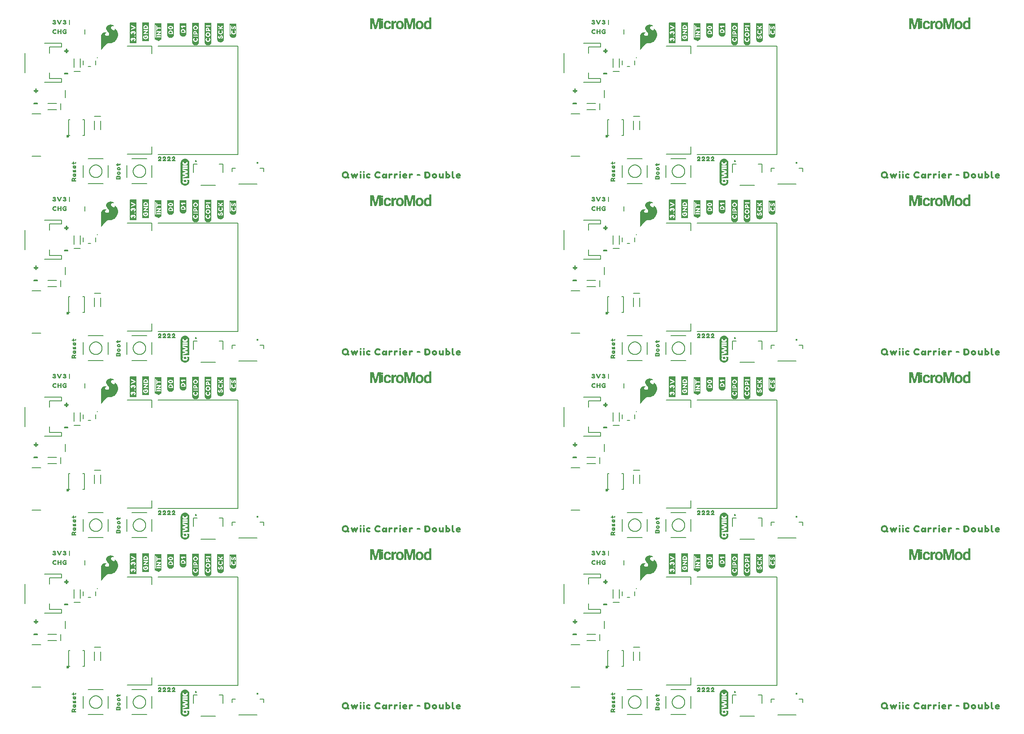
<source format=gto>
G04 EAGLE Gerber RS-274X export*
G75*
%MOMM*%
%FSLAX34Y34*%
%LPD*%
%INSilkscreen Top*%
%IPPOS*%
%AMOC8*
5,1,8,0,0,1.08239X$1,22.5*%
G01*
%ADD10C,0.203200*%
%ADD11C,0.152400*%
%ADD12C,0.600000*%
%ADD13C,0.254000*%
%ADD14C,0.406400*%
%ADD15R,0.720000X0.060000*%
%ADD16R,0.780000X0.060000*%
%ADD17R,0.840000X0.060000*%

G36*
X1260815Y641140D02*
X1260815Y641140D01*
X1260899Y641143D01*
X1260900Y641143D01*
X1260901Y641143D01*
X1260979Y641186D01*
X1261052Y641225D01*
X1261052Y641226D01*
X1261053Y641226D01*
X1261057Y641232D01*
X1261140Y641340D01*
X1261213Y641485D01*
X1261569Y641841D01*
X1261576Y641852D01*
X1261589Y641863D01*
X1262189Y642563D01*
X1262193Y642570D01*
X1262200Y642577D01*
X1262892Y643466D01*
X1263783Y644456D01*
X1263786Y644461D01*
X1263792Y644467D01*
X1264787Y645660D01*
X1265880Y646853D01*
X1267079Y648151D01*
X1268379Y649551D01*
X1268383Y649558D01*
X1268390Y649564D01*
X1269480Y650852D01*
X1270562Y651934D01*
X1271537Y652812D01*
X1272489Y653478D01*
X1273530Y653951D01*
X1274551Y654230D01*
X1278400Y654230D01*
X1278420Y654235D01*
X1278447Y654233D01*
X1280847Y654533D01*
X1280869Y654541D01*
X1280900Y654543D01*
X1283100Y655143D01*
X1283123Y655155D01*
X1283156Y655163D01*
X1285156Y656063D01*
X1285175Y656077D01*
X1285203Y656089D01*
X1287103Y657289D01*
X1287114Y657299D01*
X1287131Y657308D01*
X1288831Y658608D01*
X1288848Y658629D01*
X1288877Y658650D01*
X1290377Y660250D01*
X1290385Y660264D01*
X1290400Y660277D01*
X1291800Y662077D01*
X1291813Y662104D01*
X1291838Y662136D01*
X1293738Y665836D01*
X1293746Y665867D01*
X1293766Y665908D01*
X1294766Y669508D01*
X1294768Y669542D01*
X1294780Y669588D01*
X1294980Y673088D01*
X1294974Y673120D01*
X1294976Y673167D01*
X1294476Y676467D01*
X1294465Y676496D01*
X1294458Y676538D01*
X1293458Y679338D01*
X1293444Y679359D01*
X1293434Y679391D01*
X1292134Y681791D01*
X1292108Y681820D01*
X1292069Y681879D01*
X1290369Y683579D01*
X1290339Y683597D01*
X1290302Y683632D01*
X1288702Y684632D01*
X1288636Y684655D01*
X1288572Y684683D01*
X1288555Y684683D01*
X1288538Y684688D01*
X1288469Y684679D01*
X1288399Y684677D01*
X1288384Y684668D01*
X1288366Y684666D01*
X1288308Y684627D01*
X1288247Y684594D01*
X1288237Y684579D01*
X1288222Y684569D01*
X1288187Y684509D01*
X1288147Y684452D01*
X1288144Y684433D01*
X1288136Y684419D01*
X1288133Y684380D01*
X1288120Y684310D01*
X1288120Y683710D01*
X1288127Y683680D01*
X1288127Y683635D01*
X1288213Y683204D01*
X1288037Y682144D01*
X1287798Y681746D01*
X1287383Y681331D01*
X1286822Y681090D01*
X1286253Y681090D01*
X1284938Y681466D01*
X1284197Y681837D01*
X1282835Y682810D01*
X1282158Y683389D01*
X1281699Y683848D01*
X1281222Y684612D01*
X1281219Y684615D01*
X1281216Y684621D01*
X1280849Y685172D01*
X1280672Y685794D01*
X1280585Y686310D01*
X1280668Y686807D01*
X1280847Y687254D01*
X1281122Y687804D01*
X1281476Y688246D01*
X1282214Y688892D01*
X1282592Y689081D01*
X1282933Y689251D01*
X1283667Y689435D01*
X1284521Y689530D01*
X1285753Y689530D01*
X1286108Y689441D01*
X1286144Y689441D01*
X1286200Y689430D01*
X1286300Y689430D01*
X1286361Y689444D01*
X1286424Y689450D01*
X1286445Y689464D01*
X1286469Y689469D01*
X1286517Y689509D01*
X1286570Y689543D01*
X1286583Y689564D01*
X1286602Y689579D01*
X1286628Y689637D01*
X1286661Y689690D01*
X1286663Y689715D01*
X1286673Y689738D01*
X1286671Y689800D01*
X1286677Y689863D01*
X1286668Y689886D01*
X1286667Y689911D01*
X1286637Y689966D01*
X1286614Y690025D01*
X1286594Y690044D01*
X1286584Y690063D01*
X1286553Y690084D01*
X1286511Y690126D01*
X1286217Y690323D01*
X1285521Y690819D01*
X1285506Y690825D01*
X1285492Y690838D01*
X1284292Y691538D01*
X1284268Y691546D01*
X1284241Y691563D01*
X1282741Y692163D01*
X1282723Y692166D01*
X1282702Y692176D01*
X1280902Y692676D01*
X1280868Y692678D01*
X1280819Y692690D01*
X1278819Y692790D01*
X1278781Y692783D01*
X1278716Y692781D01*
X1276516Y692281D01*
X1276482Y692264D01*
X1276424Y692247D01*
X1274124Y691047D01*
X1274099Y691026D01*
X1274058Y691004D01*
X1272358Y689604D01*
X1272335Y689573D01*
X1272287Y689525D01*
X1271187Y687925D01*
X1271173Y687890D01*
X1271141Y687837D01*
X1270541Y686137D01*
X1270538Y686102D01*
X1270536Y686091D01*
X1270527Y686072D01*
X1270528Y686050D01*
X1270520Y686010D01*
X1270520Y684310D01*
X1270529Y684272D01*
X1270535Y684203D01*
X1271035Y682503D01*
X1271049Y682478D01*
X1271060Y682440D01*
X1271960Y680640D01*
X1271979Y680617D01*
X1271998Y680579D01*
X1273298Y678879D01*
X1273315Y678865D01*
X1273331Y678841D01*
X1275022Y677151D01*
X1276278Y675701D01*
X1276920Y674326D01*
X1276920Y673067D01*
X1276561Y671902D01*
X1275749Y671000D01*
X1274639Y670259D01*
X1273347Y669890D01*
X1271851Y669890D01*
X1270811Y670174D01*
X1269991Y670447D01*
X1269358Y670989D01*
X1268813Y671535D01*
X1268556Y672048D01*
X1268380Y672663D01*
X1268380Y673248D01*
X1268541Y673731D01*
X1268788Y674060D01*
X1269154Y674426D01*
X1269633Y674809D01*
X1269988Y675076D01*
X1270441Y675257D01*
X1270453Y675265D01*
X1270470Y675270D01*
X1270714Y675392D01*
X1271070Y675570D01*
X1271099Y675594D01*
X1271169Y675641D01*
X1271269Y675741D01*
X1271282Y675763D01*
X1271302Y675779D01*
X1271328Y675836D01*
X1271360Y675888D01*
X1271363Y675914D01*
X1271373Y675938D01*
X1271371Y675999D01*
X1271377Y676061D01*
X1271368Y676085D01*
X1271367Y676111D01*
X1271337Y676165D01*
X1271315Y676223D01*
X1271296Y676240D01*
X1271284Y676263D01*
X1271234Y676298D01*
X1271188Y676340D01*
X1271163Y676348D01*
X1271142Y676363D01*
X1271058Y676379D01*
X1271022Y676390D01*
X1271012Y676388D01*
X1271000Y676390D01*
X1270962Y676390D01*
X1270731Y676467D01*
X1270241Y676663D01*
X1270206Y676668D01*
X1270154Y676686D01*
X1269454Y676786D01*
X1269430Y676784D01*
X1269400Y676790D01*
X1267600Y676790D01*
X1267570Y676783D01*
X1267525Y676783D01*
X1266525Y676583D01*
X1266515Y676578D01*
X1266500Y676577D01*
X1265400Y676277D01*
X1265383Y676268D01*
X1265359Y676263D01*
X1264359Y675863D01*
X1264332Y675844D01*
X1264289Y675826D01*
X1263389Y675226D01*
X1263368Y675204D01*
X1263331Y675179D01*
X1262531Y674379D01*
X1262520Y674361D01*
X1262500Y674343D01*
X1261800Y673443D01*
X1261789Y673419D01*
X1261766Y673392D01*
X1261166Y672292D01*
X1261157Y672259D01*
X1261134Y672214D01*
X1260734Y670814D01*
X1260733Y670789D01*
X1260723Y670757D01*
X1260523Y669157D01*
X1260524Y669145D01*
X1260520Y669130D01*
X1260420Y667230D01*
X1260422Y667221D01*
X1260420Y667210D01*
X1260420Y641510D01*
X1260440Y641425D01*
X1260459Y641343D01*
X1260459Y641342D01*
X1260459Y641341D01*
X1260516Y641273D01*
X1260568Y641209D01*
X1260569Y641208D01*
X1260647Y641173D01*
X1260726Y641137D01*
X1260727Y641137D01*
X1260728Y641137D01*
X1260815Y641140D01*
G37*
G36*
X1260815Y280460D02*
X1260815Y280460D01*
X1260899Y280463D01*
X1260900Y280463D01*
X1260901Y280463D01*
X1260979Y280506D01*
X1261052Y280545D01*
X1261052Y280546D01*
X1261053Y280546D01*
X1261057Y280552D01*
X1261140Y280660D01*
X1261213Y280805D01*
X1261569Y281161D01*
X1261576Y281172D01*
X1261589Y281183D01*
X1262189Y281883D01*
X1262193Y281890D01*
X1262200Y281897D01*
X1262892Y282786D01*
X1263783Y283776D01*
X1263786Y283781D01*
X1263792Y283787D01*
X1264787Y284980D01*
X1265880Y286173D01*
X1267079Y287471D01*
X1268379Y288871D01*
X1268383Y288878D01*
X1268390Y288884D01*
X1269480Y290172D01*
X1270562Y291254D01*
X1271537Y292132D01*
X1272489Y292798D01*
X1273530Y293271D01*
X1274551Y293550D01*
X1278400Y293550D01*
X1278420Y293555D01*
X1278447Y293553D01*
X1280847Y293853D01*
X1280869Y293861D01*
X1280900Y293863D01*
X1283100Y294463D01*
X1283123Y294475D01*
X1283156Y294483D01*
X1285156Y295383D01*
X1285175Y295397D01*
X1285203Y295409D01*
X1287103Y296609D01*
X1287114Y296619D01*
X1287131Y296628D01*
X1288831Y297928D01*
X1288848Y297949D01*
X1288877Y297970D01*
X1290377Y299570D01*
X1290385Y299584D01*
X1290400Y299597D01*
X1291800Y301397D01*
X1291813Y301424D01*
X1291838Y301456D01*
X1293738Y305156D01*
X1293746Y305187D01*
X1293766Y305228D01*
X1294766Y308828D01*
X1294768Y308862D01*
X1294780Y308908D01*
X1294980Y312408D01*
X1294974Y312440D01*
X1294976Y312487D01*
X1294476Y315787D01*
X1294465Y315816D01*
X1294458Y315858D01*
X1293458Y318658D01*
X1293444Y318679D01*
X1293434Y318711D01*
X1292134Y321111D01*
X1292108Y321140D01*
X1292069Y321199D01*
X1290369Y322899D01*
X1290339Y322917D01*
X1290302Y322952D01*
X1288702Y323952D01*
X1288636Y323975D01*
X1288572Y324003D01*
X1288555Y324003D01*
X1288538Y324008D01*
X1288469Y323999D01*
X1288399Y323997D01*
X1288384Y323988D01*
X1288366Y323986D01*
X1288308Y323947D01*
X1288247Y323914D01*
X1288237Y323899D01*
X1288222Y323889D01*
X1288187Y323829D01*
X1288147Y323772D01*
X1288144Y323753D01*
X1288136Y323739D01*
X1288133Y323700D01*
X1288120Y323630D01*
X1288120Y323030D01*
X1288127Y323000D01*
X1288127Y322955D01*
X1288213Y322524D01*
X1288037Y321464D01*
X1287798Y321066D01*
X1287383Y320651D01*
X1286822Y320410D01*
X1286253Y320410D01*
X1284938Y320786D01*
X1284197Y321157D01*
X1282835Y322130D01*
X1282158Y322709D01*
X1281699Y323168D01*
X1281222Y323932D01*
X1281219Y323935D01*
X1281216Y323941D01*
X1280849Y324492D01*
X1280672Y325114D01*
X1280585Y325630D01*
X1280668Y326127D01*
X1280847Y326574D01*
X1281122Y327124D01*
X1281476Y327566D01*
X1282214Y328212D01*
X1282592Y328401D01*
X1282933Y328571D01*
X1283667Y328755D01*
X1284521Y328850D01*
X1285753Y328850D01*
X1286108Y328761D01*
X1286144Y328761D01*
X1286200Y328750D01*
X1286300Y328750D01*
X1286361Y328764D01*
X1286424Y328770D01*
X1286445Y328784D01*
X1286469Y328789D01*
X1286517Y328829D01*
X1286570Y328863D01*
X1286583Y328884D01*
X1286602Y328899D01*
X1286628Y328957D01*
X1286661Y329010D01*
X1286663Y329035D01*
X1286673Y329058D01*
X1286671Y329120D01*
X1286677Y329183D01*
X1286668Y329206D01*
X1286667Y329231D01*
X1286637Y329286D01*
X1286614Y329345D01*
X1286594Y329364D01*
X1286584Y329383D01*
X1286553Y329404D01*
X1286511Y329446D01*
X1286217Y329643D01*
X1285521Y330139D01*
X1285506Y330145D01*
X1285492Y330158D01*
X1284292Y330858D01*
X1284268Y330866D01*
X1284241Y330883D01*
X1282741Y331483D01*
X1282723Y331486D01*
X1282702Y331496D01*
X1280902Y331996D01*
X1280868Y331998D01*
X1280819Y332010D01*
X1278819Y332110D01*
X1278781Y332103D01*
X1278716Y332101D01*
X1276516Y331601D01*
X1276482Y331584D01*
X1276424Y331567D01*
X1274124Y330367D01*
X1274099Y330346D01*
X1274058Y330324D01*
X1272358Y328924D01*
X1272335Y328893D01*
X1272287Y328845D01*
X1271187Y327245D01*
X1271173Y327210D01*
X1271141Y327157D01*
X1270541Y325457D01*
X1270538Y325422D01*
X1270536Y325411D01*
X1270527Y325392D01*
X1270528Y325370D01*
X1270520Y325330D01*
X1270520Y323630D01*
X1270529Y323592D01*
X1270535Y323523D01*
X1271035Y321823D01*
X1271049Y321798D01*
X1271060Y321760D01*
X1271960Y319960D01*
X1271979Y319937D01*
X1271998Y319899D01*
X1273298Y318199D01*
X1273315Y318185D01*
X1273331Y318161D01*
X1275022Y316471D01*
X1276278Y315021D01*
X1276920Y313646D01*
X1276920Y312387D01*
X1276561Y311222D01*
X1275749Y310320D01*
X1274639Y309579D01*
X1273347Y309210D01*
X1271851Y309210D01*
X1270811Y309494D01*
X1269991Y309767D01*
X1269358Y310309D01*
X1268813Y310855D01*
X1268556Y311368D01*
X1268380Y311983D01*
X1268380Y312568D01*
X1268541Y313051D01*
X1268788Y313380D01*
X1269154Y313746D01*
X1269633Y314129D01*
X1269988Y314396D01*
X1270441Y314577D01*
X1270453Y314585D01*
X1270470Y314590D01*
X1270714Y314712D01*
X1271070Y314890D01*
X1271099Y314914D01*
X1271169Y314961D01*
X1271269Y315061D01*
X1271282Y315083D01*
X1271302Y315099D01*
X1271328Y315156D01*
X1271360Y315208D01*
X1271363Y315234D01*
X1271373Y315258D01*
X1271371Y315319D01*
X1271377Y315381D01*
X1271368Y315405D01*
X1271367Y315431D01*
X1271337Y315485D01*
X1271315Y315543D01*
X1271296Y315560D01*
X1271284Y315583D01*
X1271234Y315618D01*
X1271188Y315660D01*
X1271163Y315668D01*
X1271142Y315683D01*
X1271058Y315699D01*
X1271022Y315710D01*
X1271012Y315708D01*
X1271000Y315710D01*
X1270962Y315710D01*
X1270731Y315787D01*
X1270241Y315983D01*
X1270206Y315988D01*
X1270154Y316006D01*
X1269454Y316106D01*
X1269430Y316104D01*
X1269400Y316110D01*
X1267600Y316110D01*
X1267570Y316103D01*
X1267525Y316103D01*
X1266525Y315903D01*
X1266515Y315898D01*
X1266500Y315897D01*
X1265400Y315597D01*
X1265383Y315588D01*
X1265359Y315583D01*
X1264359Y315183D01*
X1264332Y315164D01*
X1264289Y315146D01*
X1263389Y314546D01*
X1263368Y314524D01*
X1263331Y314499D01*
X1262531Y313699D01*
X1262520Y313681D01*
X1262500Y313663D01*
X1261800Y312763D01*
X1261789Y312739D01*
X1261766Y312712D01*
X1261166Y311612D01*
X1261157Y311579D01*
X1261134Y311534D01*
X1260734Y310134D01*
X1260733Y310109D01*
X1260723Y310077D01*
X1260523Y308477D01*
X1260524Y308465D01*
X1260520Y308450D01*
X1260420Y306550D01*
X1260422Y306541D01*
X1260420Y306530D01*
X1260420Y280830D01*
X1260440Y280745D01*
X1260459Y280663D01*
X1260459Y280662D01*
X1260459Y280661D01*
X1260516Y280593D01*
X1260568Y280529D01*
X1260569Y280528D01*
X1260647Y280493D01*
X1260726Y280457D01*
X1260727Y280457D01*
X1260728Y280457D01*
X1260815Y280460D01*
G37*
G36*
X163535Y641140D02*
X163535Y641140D01*
X163619Y641143D01*
X163620Y641143D01*
X163621Y641143D01*
X163699Y641186D01*
X163772Y641225D01*
X163772Y641226D01*
X163773Y641226D01*
X163777Y641232D01*
X163860Y641340D01*
X163933Y641485D01*
X164289Y641841D01*
X164296Y641852D01*
X164309Y641863D01*
X164909Y642563D01*
X164913Y642570D01*
X164920Y642577D01*
X165612Y643466D01*
X166503Y644456D01*
X166506Y644461D01*
X166512Y644467D01*
X167507Y645660D01*
X168600Y646853D01*
X169799Y648151D01*
X171099Y649551D01*
X171103Y649558D01*
X171110Y649564D01*
X172200Y650852D01*
X173282Y651934D01*
X174257Y652812D01*
X175209Y653478D01*
X176250Y653951D01*
X177271Y654230D01*
X181120Y654230D01*
X181140Y654235D01*
X181167Y654233D01*
X183567Y654533D01*
X183589Y654541D01*
X183620Y654543D01*
X185820Y655143D01*
X185843Y655155D01*
X185876Y655163D01*
X187876Y656063D01*
X187895Y656077D01*
X187923Y656089D01*
X189823Y657289D01*
X189834Y657299D01*
X189851Y657308D01*
X191551Y658608D01*
X191568Y658629D01*
X191597Y658650D01*
X193097Y660250D01*
X193105Y660264D01*
X193120Y660277D01*
X194520Y662077D01*
X194533Y662104D01*
X194558Y662136D01*
X196458Y665836D01*
X196466Y665867D01*
X196486Y665908D01*
X197486Y669508D01*
X197488Y669542D01*
X197500Y669588D01*
X197700Y673088D01*
X197694Y673120D01*
X197696Y673167D01*
X197196Y676467D01*
X197185Y676496D01*
X197178Y676538D01*
X196178Y679338D01*
X196164Y679359D01*
X196154Y679391D01*
X194854Y681791D01*
X194828Y681820D01*
X194789Y681879D01*
X193089Y683579D01*
X193059Y683597D01*
X193022Y683632D01*
X191422Y684632D01*
X191356Y684655D01*
X191292Y684683D01*
X191275Y684683D01*
X191258Y684688D01*
X191189Y684679D01*
X191119Y684677D01*
X191104Y684668D01*
X191086Y684666D01*
X191028Y684627D01*
X190967Y684594D01*
X190957Y684579D01*
X190942Y684569D01*
X190907Y684509D01*
X190867Y684452D01*
X190864Y684433D01*
X190856Y684419D01*
X190853Y684380D01*
X190840Y684310D01*
X190840Y683710D01*
X190847Y683680D01*
X190847Y683635D01*
X190933Y683204D01*
X190757Y682144D01*
X190518Y681746D01*
X190103Y681331D01*
X189542Y681090D01*
X188973Y681090D01*
X187658Y681466D01*
X186917Y681837D01*
X185555Y682810D01*
X184878Y683389D01*
X184419Y683848D01*
X183942Y684612D01*
X183939Y684615D01*
X183936Y684621D01*
X183569Y685172D01*
X183392Y685794D01*
X183305Y686310D01*
X183388Y686807D01*
X183567Y687254D01*
X183842Y687804D01*
X184196Y688246D01*
X184934Y688892D01*
X185312Y689081D01*
X185653Y689251D01*
X186387Y689435D01*
X187241Y689530D01*
X188473Y689530D01*
X188828Y689441D01*
X188864Y689441D01*
X188920Y689430D01*
X189020Y689430D01*
X189081Y689444D01*
X189144Y689450D01*
X189165Y689464D01*
X189189Y689469D01*
X189237Y689509D01*
X189290Y689543D01*
X189303Y689564D01*
X189322Y689579D01*
X189348Y689637D01*
X189381Y689690D01*
X189383Y689715D01*
X189393Y689738D01*
X189391Y689800D01*
X189397Y689863D01*
X189388Y689886D01*
X189387Y689911D01*
X189357Y689966D01*
X189334Y690025D01*
X189314Y690044D01*
X189304Y690063D01*
X189273Y690084D01*
X189231Y690126D01*
X188937Y690323D01*
X188241Y690819D01*
X188226Y690825D01*
X188212Y690838D01*
X187012Y691538D01*
X186988Y691546D01*
X186961Y691563D01*
X185461Y692163D01*
X185443Y692166D01*
X185422Y692176D01*
X183622Y692676D01*
X183588Y692678D01*
X183539Y692690D01*
X181539Y692790D01*
X181501Y692783D01*
X181436Y692781D01*
X179236Y692281D01*
X179202Y692264D01*
X179144Y692247D01*
X176844Y691047D01*
X176819Y691026D01*
X176778Y691004D01*
X175078Y689604D01*
X175055Y689573D01*
X175007Y689525D01*
X173907Y687925D01*
X173893Y687890D01*
X173861Y687837D01*
X173261Y686137D01*
X173258Y686102D01*
X173256Y686091D01*
X173247Y686072D01*
X173248Y686050D01*
X173240Y686010D01*
X173240Y684310D01*
X173249Y684272D01*
X173255Y684203D01*
X173755Y682503D01*
X173769Y682478D01*
X173780Y682440D01*
X174680Y680640D01*
X174699Y680617D01*
X174718Y680579D01*
X176018Y678879D01*
X176035Y678865D01*
X176051Y678841D01*
X177742Y677151D01*
X178998Y675701D01*
X179640Y674326D01*
X179640Y673067D01*
X179281Y671902D01*
X178469Y671000D01*
X177359Y670259D01*
X176067Y669890D01*
X174571Y669890D01*
X173531Y670174D01*
X172711Y670447D01*
X172078Y670989D01*
X171533Y671535D01*
X171276Y672048D01*
X171100Y672663D01*
X171100Y673248D01*
X171261Y673731D01*
X171508Y674060D01*
X171874Y674426D01*
X172353Y674809D01*
X172708Y675076D01*
X173161Y675257D01*
X173173Y675265D01*
X173190Y675270D01*
X173434Y675392D01*
X173790Y675570D01*
X173819Y675594D01*
X173889Y675641D01*
X173989Y675741D01*
X174002Y675763D01*
X174022Y675779D01*
X174048Y675836D01*
X174080Y675888D01*
X174083Y675914D01*
X174093Y675938D01*
X174091Y675999D01*
X174097Y676061D01*
X174088Y676085D01*
X174087Y676111D01*
X174057Y676165D01*
X174035Y676223D01*
X174016Y676240D01*
X174004Y676263D01*
X173954Y676298D01*
X173908Y676340D01*
X173883Y676348D01*
X173862Y676363D01*
X173778Y676379D01*
X173742Y676390D01*
X173732Y676388D01*
X173720Y676390D01*
X173682Y676390D01*
X173451Y676467D01*
X172961Y676663D01*
X172926Y676668D01*
X172874Y676686D01*
X172174Y676786D01*
X172150Y676784D01*
X172120Y676790D01*
X170320Y676790D01*
X170290Y676783D01*
X170245Y676783D01*
X169245Y676583D01*
X169235Y676578D01*
X169220Y676577D01*
X168120Y676277D01*
X168103Y676268D01*
X168079Y676263D01*
X167079Y675863D01*
X167052Y675844D01*
X167009Y675826D01*
X166109Y675226D01*
X166088Y675204D01*
X166051Y675179D01*
X165251Y674379D01*
X165240Y674361D01*
X165220Y674343D01*
X164520Y673443D01*
X164509Y673419D01*
X164486Y673392D01*
X163886Y672292D01*
X163877Y672259D01*
X163854Y672214D01*
X163454Y670814D01*
X163453Y670789D01*
X163443Y670757D01*
X163243Y669157D01*
X163244Y669145D01*
X163240Y669130D01*
X163140Y667230D01*
X163142Y667221D01*
X163140Y667210D01*
X163140Y641510D01*
X163160Y641425D01*
X163179Y641343D01*
X163179Y641342D01*
X163179Y641341D01*
X163236Y641273D01*
X163288Y641209D01*
X163289Y641208D01*
X163367Y641173D01*
X163446Y641137D01*
X163447Y641137D01*
X163448Y641137D01*
X163535Y641140D01*
G37*
G36*
X1260815Y1001820D02*
X1260815Y1001820D01*
X1260899Y1001823D01*
X1260900Y1001823D01*
X1260901Y1001823D01*
X1260979Y1001866D01*
X1261052Y1001905D01*
X1261052Y1001906D01*
X1261053Y1001906D01*
X1261057Y1001912D01*
X1261140Y1002020D01*
X1261213Y1002165D01*
X1261569Y1002521D01*
X1261576Y1002532D01*
X1261589Y1002543D01*
X1262189Y1003243D01*
X1262193Y1003250D01*
X1262200Y1003257D01*
X1262892Y1004146D01*
X1263783Y1005136D01*
X1263786Y1005141D01*
X1263792Y1005147D01*
X1264787Y1006340D01*
X1265880Y1007533D01*
X1267079Y1008831D01*
X1268379Y1010231D01*
X1268383Y1010238D01*
X1268390Y1010244D01*
X1269480Y1011532D01*
X1270562Y1012614D01*
X1271537Y1013492D01*
X1272489Y1014158D01*
X1273530Y1014631D01*
X1274551Y1014910D01*
X1278400Y1014910D01*
X1278420Y1014915D01*
X1278447Y1014913D01*
X1280847Y1015213D01*
X1280869Y1015221D01*
X1280900Y1015223D01*
X1283100Y1015823D01*
X1283123Y1015835D01*
X1283156Y1015843D01*
X1285156Y1016743D01*
X1285175Y1016757D01*
X1285203Y1016769D01*
X1287103Y1017969D01*
X1287114Y1017979D01*
X1287131Y1017988D01*
X1288831Y1019288D01*
X1288848Y1019309D01*
X1288877Y1019330D01*
X1290377Y1020930D01*
X1290385Y1020944D01*
X1290400Y1020957D01*
X1291800Y1022757D01*
X1291813Y1022784D01*
X1291838Y1022816D01*
X1293738Y1026516D01*
X1293746Y1026547D01*
X1293766Y1026588D01*
X1294766Y1030188D01*
X1294768Y1030222D01*
X1294780Y1030268D01*
X1294980Y1033768D01*
X1294974Y1033800D01*
X1294976Y1033847D01*
X1294476Y1037147D01*
X1294465Y1037176D01*
X1294458Y1037218D01*
X1293458Y1040018D01*
X1293444Y1040039D01*
X1293434Y1040071D01*
X1292134Y1042471D01*
X1292108Y1042500D01*
X1292069Y1042559D01*
X1290369Y1044259D01*
X1290339Y1044277D01*
X1290302Y1044312D01*
X1288702Y1045312D01*
X1288636Y1045335D01*
X1288572Y1045363D01*
X1288555Y1045363D01*
X1288538Y1045368D01*
X1288469Y1045359D01*
X1288399Y1045357D01*
X1288384Y1045348D01*
X1288366Y1045346D01*
X1288308Y1045307D01*
X1288247Y1045274D01*
X1288237Y1045259D01*
X1288222Y1045249D01*
X1288187Y1045189D01*
X1288147Y1045132D01*
X1288144Y1045113D01*
X1288136Y1045099D01*
X1288133Y1045060D01*
X1288120Y1044990D01*
X1288120Y1044390D01*
X1288127Y1044360D01*
X1288127Y1044315D01*
X1288213Y1043884D01*
X1288037Y1042824D01*
X1287798Y1042426D01*
X1287383Y1042011D01*
X1286822Y1041770D01*
X1286253Y1041770D01*
X1284938Y1042146D01*
X1284197Y1042517D01*
X1282835Y1043490D01*
X1282158Y1044069D01*
X1281699Y1044528D01*
X1281222Y1045292D01*
X1281219Y1045295D01*
X1281216Y1045301D01*
X1280849Y1045852D01*
X1280672Y1046474D01*
X1280585Y1046990D01*
X1280668Y1047487D01*
X1280847Y1047934D01*
X1281122Y1048484D01*
X1281476Y1048926D01*
X1282214Y1049572D01*
X1282592Y1049761D01*
X1282933Y1049931D01*
X1283667Y1050115D01*
X1284521Y1050210D01*
X1285753Y1050210D01*
X1286108Y1050121D01*
X1286144Y1050121D01*
X1286200Y1050110D01*
X1286300Y1050110D01*
X1286361Y1050124D01*
X1286424Y1050130D01*
X1286445Y1050144D01*
X1286469Y1050149D01*
X1286517Y1050189D01*
X1286570Y1050223D01*
X1286583Y1050244D01*
X1286602Y1050259D01*
X1286628Y1050317D01*
X1286661Y1050370D01*
X1286663Y1050395D01*
X1286673Y1050418D01*
X1286671Y1050480D01*
X1286677Y1050543D01*
X1286668Y1050566D01*
X1286667Y1050591D01*
X1286637Y1050646D01*
X1286614Y1050705D01*
X1286594Y1050724D01*
X1286584Y1050743D01*
X1286553Y1050764D01*
X1286511Y1050806D01*
X1286217Y1051003D01*
X1285521Y1051499D01*
X1285506Y1051505D01*
X1285492Y1051518D01*
X1284292Y1052218D01*
X1284268Y1052226D01*
X1284241Y1052243D01*
X1282741Y1052843D01*
X1282723Y1052846D01*
X1282702Y1052856D01*
X1280902Y1053356D01*
X1280868Y1053358D01*
X1280819Y1053370D01*
X1278819Y1053470D01*
X1278781Y1053463D01*
X1278716Y1053461D01*
X1276516Y1052961D01*
X1276482Y1052944D01*
X1276424Y1052927D01*
X1274124Y1051727D01*
X1274099Y1051706D01*
X1274058Y1051684D01*
X1272358Y1050284D01*
X1272335Y1050253D01*
X1272287Y1050205D01*
X1271187Y1048605D01*
X1271173Y1048570D01*
X1271141Y1048517D01*
X1270541Y1046817D01*
X1270538Y1046782D01*
X1270536Y1046771D01*
X1270527Y1046752D01*
X1270528Y1046730D01*
X1270520Y1046690D01*
X1270520Y1044990D01*
X1270529Y1044952D01*
X1270535Y1044883D01*
X1271035Y1043183D01*
X1271049Y1043158D01*
X1271060Y1043120D01*
X1271960Y1041320D01*
X1271979Y1041297D01*
X1271998Y1041259D01*
X1273298Y1039559D01*
X1273315Y1039545D01*
X1273331Y1039521D01*
X1275022Y1037831D01*
X1276278Y1036381D01*
X1276920Y1035006D01*
X1276920Y1033747D01*
X1276561Y1032582D01*
X1275749Y1031680D01*
X1274639Y1030939D01*
X1273347Y1030570D01*
X1271851Y1030570D01*
X1270811Y1030854D01*
X1269991Y1031127D01*
X1269358Y1031669D01*
X1268813Y1032215D01*
X1268556Y1032728D01*
X1268380Y1033343D01*
X1268380Y1033928D01*
X1268541Y1034411D01*
X1268788Y1034740D01*
X1269154Y1035106D01*
X1269633Y1035489D01*
X1269988Y1035756D01*
X1270441Y1035937D01*
X1270453Y1035945D01*
X1270470Y1035950D01*
X1270714Y1036072D01*
X1271070Y1036250D01*
X1271099Y1036274D01*
X1271169Y1036321D01*
X1271269Y1036421D01*
X1271282Y1036443D01*
X1271302Y1036459D01*
X1271328Y1036516D01*
X1271360Y1036568D01*
X1271363Y1036594D01*
X1271373Y1036618D01*
X1271371Y1036679D01*
X1271377Y1036741D01*
X1271368Y1036765D01*
X1271367Y1036791D01*
X1271337Y1036845D01*
X1271315Y1036903D01*
X1271296Y1036920D01*
X1271284Y1036943D01*
X1271234Y1036978D01*
X1271188Y1037020D01*
X1271163Y1037028D01*
X1271142Y1037043D01*
X1271058Y1037059D01*
X1271022Y1037070D01*
X1271012Y1037068D01*
X1271000Y1037070D01*
X1270962Y1037070D01*
X1270731Y1037147D01*
X1270241Y1037343D01*
X1270206Y1037348D01*
X1270154Y1037366D01*
X1269454Y1037466D01*
X1269430Y1037464D01*
X1269400Y1037470D01*
X1267600Y1037470D01*
X1267570Y1037463D01*
X1267525Y1037463D01*
X1266525Y1037263D01*
X1266515Y1037258D01*
X1266500Y1037257D01*
X1265400Y1036957D01*
X1265383Y1036948D01*
X1265359Y1036943D01*
X1264359Y1036543D01*
X1264332Y1036524D01*
X1264289Y1036506D01*
X1263389Y1035906D01*
X1263368Y1035884D01*
X1263331Y1035859D01*
X1262531Y1035059D01*
X1262520Y1035041D01*
X1262500Y1035023D01*
X1261800Y1034123D01*
X1261789Y1034099D01*
X1261766Y1034072D01*
X1261166Y1032972D01*
X1261157Y1032939D01*
X1261134Y1032894D01*
X1260734Y1031494D01*
X1260733Y1031469D01*
X1260723Y1031437D01*
X1260523Y1029837D01*
X1260524Y1029825D01*
X1260520Y1029810D01*
X1260420Y1027910D01*
X1260422Y1027901D01*
X1260420Y1027890D01*
X1260420Y1002190D01*
X1260440Y1002105D01*
X1260459Y1002023D01*
X1260459Y1002022D01*
X1260459Y1002021D01*
X1260516Y1001953D01*
X1260568Y1001889D01*
X1260569Y1001888D01*
X1260647Y1001853D01*
X1260726Y1001817D01*
X1260727Y1001817D01*
X1260728Y1001817D01*
X1260815Y1001820D01*
G37*
G36*
X163535Y280460D02*
X163535Y280460D01*
X163619Y280463D01*
X163620Y280463D01*
X163621Y280463D01*
X163699Y280506D01*
X163772Y280545D01*
X163772Y280546D01*
X163773Y280546D01*
X163777Y280552D01*
X163860Y280660D01*
X163933Y280805D01*
X164289Y281161D01*
X164296Y281172D01*
X164309Y281183D01*
X164909Y281883D01*
X164913Y281890D01*
X164920Y281897D01*
X165612Y282786D01*
X166503Y283776D01*
X166506Y283781D01*
X166512Y283787D01*
X167507Y284980D01*
X168600Y286173D01*
X169799Y287471D01*
X171099Y288871D01*
X171103Y288878D01*
X171110Y288884D01*
X172200Y290172D01*
X173282Y291254D01*
X174257Y292132D01*
X175209Y292798D01*
X176249Y293271D01*
X177271Y293550D01*
X181120Y293550D01*
X181140Y293555D01*
X181167Y293553D01*
X183567Y293853D01*
X183589Y293861D01*
X183620Y293863D01*
X185820Y294463D01*
X185843Y294475D01*
X185876Y294483D01*
X187876Y295383D01*
X187895Y295397D01*
X187923Y295409D01*
X189823Y296609D01*
X189834Y296619D01*
X189851Y296628D01*
X191551Y297928D01*
X191568Y297949D01*
X191597Y297970D01*
X193097Y299570D01*
X193105Y299584D01*
X193120Y299597D01*
X194520Y301397D01*
X194533Y301424D01*
X194558Y301456D01*
X196458Y305156D01*
X196466Y305187D01*
X196486Y305228D01*
X197486Y308828D01*
X197488Y308862D01*
X197500Y308908D01*
X197700Y312408D01*
X197694Y312440D01*
X197696Y312487D01*
X197196Y315787D01*
X197185Y315816D01*
X197178Y315858D01*
X196178Y318658D01*
X196164Y318679D01*
X196154Y318711D01*
X194854Y321111D01*
X194828Y321140D01*
X194789Y321199D01*
X193089Y322899D01*
X193059Y322917D01*
X193022Y322952D01*
X191422Y323952D01*
X191356Y323975D01*
X191292Y324003D01*
X191275Y324003D01*
X191258Y324008D01*
X191189Y323999D01*
X191119Y323997D01*
X191104Y323988D01*
X191086Y323986D01*
X191028Y323947D01*
X190967Y323914D01*
X190957Y323899D01*
X190942Y323889D01*
X190907Y323829D01*
X190867Y323772D01*
X190864Y323753D01*
X190856Y323739D01*
X190853Y323700D01*
X190840Y323630D01*
X190840Y323030D01*
X190847Y323000D01*
X190847Y322955D01*
X190933Y322524D01*
X190757Y321464D01*
X190518Y321066D01*
X190103Y320651D01*
X189542Y320410D01*
X188973Y320410D01*
X187658Y320786D01*
X186917Y321157D01*
X185555Y322130D01*
X184878Y322709D01*
X184419Y323168D01*
X183942Y323932D01*
X183939Y323935D01*
X183936Y323941D01*
X183569Y324492D01*
X183392Y325114D01*
X183305Y325630D01*
X183388Y326127D01*
X183567Y326574D01*
X183842Y327124D01*
X184196Y327566D01*
X184934Y328212D01*
X185312Y328401D01*
X185653Y328571D01*
X186387Y328755D01*
X187241Y328850D01*
X188473Y328850D01*
X188828Y328761D01*
X188864Y328761D01*
X188920Y328750D01*
X189020Y328750D01*
X189081Y328764D01*
X189144Y328770D01*
X189165Y328784D01*
X189189Y328789D01*
X189237Y328829D01*
X189290Y328863D01*
X189303Y328884D01*
X189322Y328899D01*
X189348Y328957D01*
X189381Y329010D01*
X189383Y329035D01*
X189393Y329058D01*
X189391Y329120D01*
X189397Y329183D01*
X189388Y329206D01*
X189387Y329231D01*
X189357Y329286D01*
X189334Y329345D01*
X189314Y329364D01*
X189304Y329383D01*
X189273Y329404D01*
X189231Y329446D01*
X188937Y329643D01*
X188241Y330139D01*
X188226Y330145D01*
X188212Y330158D01*
X187012Y330858D01*
X186988Y330866D01*
X186961Y330883D01*
X185461Y331483D01*
X185443Y331486D01*
X185422Y331496D01*
X183622Y331996D01*
X183588Y331998D01*
X183539Y332010D01*
X181539Y332110D01*
X181501Y332103D01*
X181436Y332101D01*
X179236Y331601D01*
X179202Y331584D01*
X179144Y331567D01*
X176844Y330367D01*
X176819Y330346D01*
X176778Y330324D01*
X175078Y328924D01*
X175055Y328893D01*
X175007Y328845D01*
X173907Y327245D01*
X173893Y327210D01*
X173861Y327157D01*
X173261Y325457D01*
X173258Y325422D01*
X173256Y325411D01*
X173247Y325392D01*
X173248Y325370D01*
X173240Y325330D01*
X173240Y323630D01*
X173249Y323592D01*
X173255Y323523D01*
X173755Y321823D01*
X173769Y321798D01*
X173780Y321760D01*
X174680Y319960D01*
X174699Y319937D01*
X174718Y319899D01*
X176018Y318199D01*
X176035Y318185D01*
X176051Y318161D01*
X177742Y316471D01*
X178998Y315021D01*
X179640Y313646D01*
X179640Y312387D01*
X179281Y311222D01*
X178469Y310320D01*
X177359Y309579D01*
X176067Y309210D01*
X174571Y309210D01*
X173531Y309494D01*
X172711Y309767D01*
X172078Y310309D01*
X171533Y310855D01*
X171276Y311368D01*
X171100Y311983D01*
X171100Y312568D01*
X171261Y313051D01*
X171508Y313380D01*
X171874Y313746D01*
X172353Y314129D01*
X172708Y314396D01*
X173161Y314577D01*
X173173Y314585D01*
X173190Y314590D01*
X173434Y314712D01*
X173790Y314890D01*
X173819Y314914D01*
X173889Y314961D01*
X173989Y315061D01*
X174002Y315083D01*
X174022Y315099D01*
X174048Y315156D01*
X174080Y315208D01*
X174083Y315234D01*
X174093Y315258D01*
X174091Y315319D01*
X174097Y315381D01*
X174088Y315405D01*
X174087Y315431D01*
X174057Y315485D01*
X174035Y315543D01*
X174016Y315560D01*
X174004Y315583D01*
X173954Y315618D01*
X173908Y315660D01*
X173883Y315668D01*
X173862Y315683D01*
X173778Y315699D01*
X173742Y315710D01*
X173732Y315708D01*
X173720Y315710D01*
X173682Y315710D01*
X173451Y315787D01*
X172961Y315983D01*
X172926Y315988D01*
X172874Y316006D01*
X172174Y316106D01*
X172150Y316104D01*
X172120Y316110D01*
X170320Y316110D01*
X170290Y316103D01*
X170245Y316103D01*
X169245Y315903D01*
X169235Y315898D01*
X169220Y315897D01*
X168120Y315597D01*
X168103Y315588D01*
X168079Y315583D01*
X167079Y315183D01*
X167052Y315164D01*
X167009Y315146D01*
X166109Y314546D01*
X166088Y314524D01*
X166051Y314499D01*
X165251Y313699D01*
X165240Y313681D01*
X165220Y313663D01*
X164520Y312763D01*
X164509Y312739D01*
X164486Y312712D01*
X163886Y311612D01*
X163877Y311579D01*
X163854Y311534D01*
X163454Y310134D01*
X163453Y310109D01*
X163443Y310077D01*
X163243Y308477D01*
X163244Y308465D01*
X163240Y308450D01*
X163140Y306550D01*
X163142Y306541D01*
X163140Y306530D01*
X163140Y280830D01*
X163160Y280745D01*
X163179Y280663D01*
X163179Y280662D01*
X163179Y280661D01*
X163236Y280593D01*
X163288Y280529D01*
X163289Y280528D01*
X163367Y280493D01*
X163446Y280457D01*
X163447Y280457D01*
X163448Y280457D01*
X163535Y280460D01*
G37*
G36*
X1260815Y1362500D02*
X1260815Y1362500D01*
X1260899Y1362503D01*
X1260900Y1362503D01*
X1260901Y1362503D01*
X1260979Y1362546D01*
X1261052Y1362585D01*
X1261052Y1362586D01*
X1261053Y1362586D01*
X1261057Y1362592D01*
X1261140Y1362700D01*
X1261213Y1362845D01*
X1261569Y1363201D01*
X1261576Y1363212D01*
X1261589Y1363223D01*
X1262189Y1363923D01*
X1262193Y1363930D01*
X1262200Y1363937D01*
X1262892Y1364826D01*
X1263783Y1365816D01*
X1263786Y1365821D01*
X1263792Y1365827D01*
X1264787Y1367020D01*
X1265880Y1368213D01*
X1267079Y1369511D01*
X1268379Y1370911D01*
X1268383Y1370918D01*
X1268390Y1370924D01*
X1269480Y1372212D01*
X1270562Y1373294D01*
X1271537Y1374172D01*
X1272489Y1374838D01*
X1273529Y1375311D01*
X1274551Y1375590D01*
X1278400Y1375590D01*
X1278420Y1375595D01*
X1278447Y1375593D01*
X1280847Y1375893D01*
X1280869Y1375901D01*
X1280900Y1375903D01*
X1283100Y1376503D01*
X1283123Y1376515D01*
X1283156Y1376523D01*
X1285156Y1377423D01*
X1285175Y1377437D01*
X1285203Y1377449D01*
X1287103Y1378649D01*
X1287114Y1378659D01*
X1287131Y1378668D01*
X1288831Y1379968D01*
X1288848Y1379989D01*
X1288877Y1380010D01*
X1290377Y1381610D01*
X1290385Y1381624D01*
X1290400Y1381637D01*
X1291800Y1383437D01*
X1291813Y1383464D01*
X1291838Y1383496D01*
X1293738Y1387196D01*
X1293746Y1387227D01*
X1293766Y1387268D01*
X1294766Y1390868D01*
X1294768Y1390902D01*
X1294780Y1390948D01*
X1294980Y1394448D01*
X1294974Y1394480D01*
X1294976Y1394527D01*
X1294476Y1397827D01*
X1294465Y1397856D01*
X1294458Y1397898D01*
X1293458Y1400698D01*
X1293444Y1400719D01*
X1293434Y1400751D01*
X1292134Y1403151D01*
X1292108Y1403180D01*
X1292069Y1403239D01*
X1290369Y1404939D01*
X1290339Y1404957D01*
X1290302Y1404992D01*
X1288702Y1405992D01*
X1288636Y1406015D01*
X1288572Y1406043D01*
X1288555Y1406043D01*
X1288538Y1406048D01*
X1288469Y1406039D01*
X1288399Y1406037D01*
X1288384Y1406028D01*
X1288366Y1406026D01*
X1288308Y1405987D01*
X1288247Y1405954D01*
X1288237Y1405939D01*
X1288222Y1405929D01*
X1288187Y1405869D01*
X1288147Y1405812D01*
X1288144Y1405793D01*
X1288136Y1405779D01*
X1288133Y1405740D01*
X1288120Y1405670D01*
X1288120Y1405070D01*
X1288127Y1405040D01*
X1288127Y1404995D01*
X1288213Y1404564D01*
X1288037Y1403504D01*
X1287798Y1403106D01*
X1287383Y1402691D01*
X1286822Y1402450D01*
X1286253Y1402450D01*
X1284938Y1402826D01*
X1284197Y1403197D01*
X1282835Y1404170D01*
X1282158Y1404749D01*
X1281699Y1405208D01*
X1281222Y1405972D01*
X1281219Y1405975D01*
X1281216Y1405981D01*
X1280849Y1406532D01*
X1280672Y1407154D01*
X1280585Y1407670D01*
X1280668Y1408167D01*
X1280847Y1408614D01*
X1281122Y1409164D01*
X1281476Y1409606D01*
X1282214Y1410252D01*
X1282592Y1410441D01*
X1282933Y1410611D01*
X1283667Y1410795D01*
X1284521Y1410890D01*
X1285753Y1410890D01*
X1286108Y1410801D01*
X1286144Y1410801D01*
X1286200Y1410790D01*
X1286300Y1410790D01*
X1286361Y1410804D01*
X1286424Y1410810D01*
X1286445Y1410824D01*
X1286469Y1410829D01*
X1286517Y1410869D01*
X1286570Y1410903D01*
X1286583Y1410924D01*
X1286602Y1410939D01*
X1286628Y1410997D01*
X1286661Y1411050D01*
X1286663Y1411075D01*
X1286673Y1411098D01*
X1286671Y1411160D01*
X1286677Y1411223D01*
X1286668Y1411246D01*
X1286667Y1411271D01*
X1286637Y1411326D01*
X1286614Y1411385D01*
X1286594Y1411404D01*
X1286584Y1411423D01*
X1286553Y1411444D01*
X1286511Y1411486D01*
X1286217Y1411683D01*
X1285521Y1412179D01*
X1285506Y1412185D01*
X1285492Y1412198D01*
X1284292Y1412898D01*
X1284268Y1412906D01*
X1284241Y1412923D01*
X1282741Y1413523D01*
X1282723Y1413526D01*
X1282702Y1413536D01*
X1280902Y1414036D01*
X1280868Y1414038D01*
X1280819Y1414050D01*
X1278819Y1414150D01*
X1278781Y1414143D01*
X1278716Y1414141D01*
X1276516Y1413641D01*
X1276482Y1413624D01*
X1276424Y1413607D01*
X1274124Y1412407D01*
X1274099Y1412386D01*
X1274058Y1412364D01*
X1272358Y1410964D01*
X1272335Y1410933D01*
X1272287Y1410885D01*
X1271187Y1409285D01*
X1271173Y1409250D01*
X1271141Y1409197D01*
X1270541Y1407497D01*
X1270538Y1407462D01*
X1270536Y1407451D01*
X1270527Y1407432D01*
X1270528Y1407410D01*
X1270520Y1407370D01*
X1270520Y1405670D01*
X1270529Y1405632D01*
X1270535Y1405563D01*
X1271035Y1403863D01*
X1271049Y1403838D01*
X1271060Y1403800D01*
X1271960Y1402000D01*
X1271979Y1401977D01*
X1271998Y1401939D01*
X1273298Y1400239D01*
X1273315Y1400225D01*
X1273331Y1400201D01*
X1275022Y1398511D01*
X1276278Y1397061D01*
X1276920Y1395686D01*
X1276920Y1394427D01*
X1276561Y1393262D01*
X1275749Y1392360D01*
X1274639Y1391619D01*
X1273347Y1391250D01*
X1271851Y1391250D01*
X1270811Y1391534D01*
X1269991Y1391807D01*
X1269358Y1392349D01*
X1268813Y1392895D01*
X1268556Y1393408D01*
X1268380Y1394023D01*
X1268380Y1394608D01*
X1268541Y1395091D01*
X1268788Y1395420D01*
X1269154Y1395786D01*
X1269633Y1396169D01*
X1269988Y1396436D01*
X1270441Y1396617D01*
X1270453Y1396625D01*
X1270470Y1396630D01*
X1270714Y1396752D01*
X1271070Y1396930D01*
X1271099Y1396954D01*
X1271169Y1397001D01*
X1271269Y1397101D01*
X1271282Y1397123D01*
X1271302Y1397139D01*
X1271328Y1397196D01*
X1271360Y1397248D01*
X1271363Y1397274D01*
X1271373Y1397298D01*
X1271371Y1397359D01*
X1271377Y1397421D01*
X1271368Y1397445D01*
X1271367Y1397471D01*
X1271337Y1397525D01*
X1271315Y1397583D01*
X1271296Y1397600D01*
X1271284Y1397623D01*
X1271234Y1397658D01*
X1271188Y1397700D01*
X1271163Y1397708D01*
X1271142Y1397723D01*
X1271058Y1397739D01*
X1271022Y1397750D01*
X1271012Y1397748D01*
X1271000Y1397750D01*
X1270962Y1397750D01*
X1270731Y1397827D01*
X1270241Y1398023D01*
X1270206Y1398028D01*
X1270154Y1398046D01*
X1269454Y1398146D01*
X1269430Y1398144D01*
X1269400Y1398150D01*
X1267600Y1398150D01*
X1267570Y1398143D01*
X1267525Y1398143D01*
X1266525Y1397943D01*
X1266515Y1397938D01*
X1266500Y1397937D01*
X1265400Y1397637D01*
X1265383Y1397628D01*
X1265359Y1397623D01*
X1264359Y1397223D01*
X1264332Y1397204D01*
X1264289Y1397186D01*
X1263389Y1396586D01*
X1263368Y1396564D01*
X1263331Y1396539D01*
X1262531Y1395739D01*
X1262520Y1395721D01*
X1262500Y1395703D01*
X1261800Y1394803D01*
X1261789Y1394779D01*
X1261766Y1394752D01*
X1261166Y1393652D01*
X1261157Y1393619D01*
X1261134Y1393574D01*
X1260734Y1392174D01*
X1260733Y1392149D01*
X1260723Y1392117D01*
X1260523Y1390517D01*
X1260524Y1390505D01*
X1260520Y1390490D01*
X1260420Y1388590D01*
X1260422Y1388581D01*
X1260420Y1388570D01*
X1260420Y1362870D01*
X1260440Y1362785D01*
X1260459Y1362703D01*
X1260459Y1362702D01*
X1260459Y1362701D01*
X1260516Y1362633D01*
X1260568Y1362569D01*
X1260569Y1362568D01*
X1260647Y1362533D01*
X1260726Y1362497D01*
X1260727Y1362497D01*
X1260728Y1362497D01*
X1260815Y1362500D01*
G37*
G36*
X163535Y1001820D02*
X163535Y1001820D01*
X163619Y1001823D01*
X163620Y1001823D01*
X163621Y1001823D01*
X163699Y1001866D01*
X163772Y1001905D01*
X163772Y1001906D01*
X163773Y1001906D01*
X163777Y1001912D01*
X163860Y1002020D01*
X163933Y1002165D01*
X164289Y1002521D01*
X164296Y1002532D01*
X164309Y1002543D01*
X164909Y1003243D01*
X164913Y1003250D01*
X164920Y1003257D01*
X165612Y1004146D01*
X166503Y1005136D01*
X166506Y1005141D01*
X166512Y1005147D01*
X167507Y1006340D01*
X168600Y1007533D01*
X169799Y1008831D01*
X171099Y1010231D01*
X171103Y1010238D01*
X171110Y1010244D01*
X172200Y1011532D01*
X173282Y1012614D01*
X174257Y1013492D01*
X175209Y1014158D01*
X176250Y1014631D01*
X177271Y1014910D01*
X181120Y1014910D01*
X181140Y1014915D01*
X181167Y1014913D01*
X183567Y1015213D01*
X183589Y1015221D01*
X183620Y1015223D01*
X185820Y1015823D01*
X185843Y1015835D01*
X185876Y1015843D01*
X187876Y1016743D01*
X187895Y1016757D01*
X187923Y1016769D01*
X189823Y1017969D01*
X189834Y1017979D01*
X189851Y1017988D01*
X191551Y1019288D01*
X191568Y1019309D01*
X191597Y1019330D01*
X193097Y1020930D01*
X193105Y1020944D01*
X193120Y1020957D01*
X194520Y1022757D01*
X194533Y1022784D01*
X194558Y1022816D01*
X196458Y1026516D01*
X196466Y1026547D01*
X196486Y1026588D01*
X197486Y1030188D01*
X197488Y1030222D01*
X197500Y1030268D01*
X197700Y1033768D01*
X197694Y1033800D01*
X197696Y1033847D01*
X197196Y1037147D01*
X197185Y1037176D01*
X197178Y1037218D01*
X196178Y1040018D01*
X196164Y1040039D01*
X196154Y1040071D01*
X194854Y1042471D01*
X194828Y1042500D01*
X194789Y1042559D01*
X193089Y1044259D01*
X193059Y1044277D01*
X193022Y1044312D01*
X191422Y1045312D01*
X191356Y1045335D01*
X191292Y1045363D01*
X191275Y1045363D01*
X191258Y1045368D01*
X191189Y1045359D01*
X191119Y1045357D01*
X191104Y1045348D01*
X191086Y1045346D01*
X191028Y1045307D01*
X190967Y1045274D01*
X190957Y1045259D01*
X190942Y1045249D01*
X190907Y1045189D01*
X190867Y1045132D01*
X190864Y1045113D01*
X190856Y1045099D01*
X190853Y1045060D01*
X190840Y1044990D01*
X190840Y1044390D01*
X190847Y1044360D01*
X190847Y1044315D01*
X190933Y1043884D01*
X190757Y1042824D01*
X190518Y1042426D01*
X190103Y1042011D01*
X189542Y1041770D01*
X188973Y1041770D01*
X187658Y1042146D01*
X186917Y1042517D01*
X185555Y1043490D01*
X184878Y1044069D01*
X184419Y1044528D01*
X183942Y1045292D01*
X183939Y1045295D01*
X183936Y1045301D01*
X183569Y1045852D01*
X183392Y1046474D01*
X183305Y1046990D01*
X183388Y1047487D01*
X183567Y1047934D01*
X183842Y1048484D01*
X184196Y1048926D01*
X184934Y1049572D01*
X185312Y1049761D01*
X185653Y1049931D01*
X186387Y1050115D01*
X187241Y1050210D01*
X188473Y1050210D01*
X188828Y1050121D01*
X188864Y1050121D01*
X188920Y1050110D01*
X189020Y1050110D01*
X189081Y1050124D01*
X189144Y1050130D01*
X189165Y1050144D01*
X189189Y1050149D01*
X189237Y1050189D01*
X189290Y1050223D01*
X189303Y1050244D01*
X189322Y1050259D01*
X189348Y1050317D01*
X189381Y1050370D01*
X189383Y1050395D01*
X189393Y1050418D01*
X189391Y1050480D01*
X189397Y1050543D01*
X189388Y1050566D01*
X189387Y1050591D01*
X189357Y1050646D01*
X189334Y1050705D01*
X189314Y1050724D01*
X189304Y1050743D01*
X189273Y1050764D01*
X189231Y1050806D01*
X188937Y1051003D01*
X188241Y1051499D01*
X188226Y1051505D01*
X188212Y1051518D01*
X187012Y1052218D01*
X186988Y1052226D01*
X186961Y1052243D01*
X185461Y1052843D01*
X185443Y1052846D01*
X185422Y1052856D01*
X183622Y1053356D01*
X183588Y1053358D01*
X183539Y1053370D01*
X181539Y1053470D01*
X181501Y1053463D01*
X181436Y1053461D01*
X179236Y1052961D01*
X179202Y1052944D01*
X179144Y1052927D01*
X176844Y1051727D01*
X176819Y1051706D01*
X176778Y1051684D01*
X175078Y1050284D01*
X175055Y1050253D01*
X175007Y1050205D01*
X173907Y1048605D01*
X173893Y1048570D01*
X173861Y1048517D01*
X173261Y1046817D01*
X173258Y1046782D01*
X173256Y1046771D01*
X173247Y1046752D01*
X173248Y1046730D01*
X173240Y1046690D01*
X173240Y1044990D01*
X173249Y1044952D01*
X173255Y1044883D01*
X173755Y1043183D01*
X173769Y1043158D01*
X173780Y1043120D01*
X174680Y1041320D01*
X174699Y1041297D01*
X174718Y1041259D01*
X176018Y1039559D01*
X176035Y1039545D01*
X176051Y1039521D01*
X177742Y1037831D01*
X178998Y1036381D01*
X179640Y1035006D01*
X179640Y1033747D01*
X179281Y1032582D01*
X178469Y1031680D01*
X177359Y1030939D01*
X176067Y1030570D01*
X174571Y1030570D01*
X173531Y1030854D01*
X172711Y1031127D01*
X172078Y1031669D01*
X171533Y1032215D01*
X171276Y1032728D01*
X171100Y1033343D01*
X171100Y1033928D01*
X171261Y1034411D01*
X171508Y1034740D01*
X171874Y1035106D01*
X172353Y1035489D01*
X172708Y1035756D01*
X173161Y1035937D01*
X173173Y1035945D01*
X173190Y1035950D01*
X173434Y1036072D01*
X173790Y1036250D01*
X173819Y1036274D01*
X173889Y1036321D01*
X173989Y1036421D01*
X174002Y1036443D01*
X174022Y1036459D01*
X174048Y1036516D01*
X174080Y1036568D01*
X174083Y1036594D01*
X174093Y1036618D01*
X174091Y1036679D01*
X174097Y1036741D01*
X174088Y1036765D01*
X174087Y1036791D01*
X174057Y1036845D01*
X174035Y1036903D01*
X174016Y1036920D01*
X174004Y1036943D01*
X173954Y1036978D01*
X173908Y1037020D01*
X173883Y1037028D01*
X173862Y1037043D01*
X173778Y1037059D01*
X173742Y1037070D01*
X173732Y1037068D01*
X173720Y1037070D01*
X173682Y1037070D01*
X173451Y1037147D01*
X172961Y1037343D01*
X172926Y1037348D01*
X172874Y1037366D01*
X172174Y1037466D01*
X172150Y1037464D01*
X172120Y1037470D01*
X170320Y1037470D01*
X170290Y1037463D01*
X170245Y1037463D01*
X169245Y1037263D01*
X169235Y1037258D01*
X169220Y1037257D01*
X168120Y1036957D01*
X168103Y1036948D01*
X168079Y1036943D01*
X167079Y1036543D01*
X167052Y1036524D01*
X167009Y1036506D01*
X166109Y1035906D01*
X166088Y1035884D01*
X166051Y1035859D01*
X165251Y1035059D01*
X165240Y1035041D01*
X165220Y1035023D01*
X164520Y1034123D01*
X164509Y1034099D01*
X164486Y1034072D01*
X163886Y1032972D01*
X163877Y1032939D01*
X163854Y1032894D01*
X163454Y1031494D01*
X163453Y1031469D01*
X163443Y1031437D01*
X163243Y1029837D01*
X163244Y1029825D01*
X163240Y1029810D01*
X163140Y1027910D01*
X163142Y1027901D01*
X163140Y1027890D01*
X163140Y1002190D01*
X163160Y1002105D01*
X163179Y1002023D01*
X163179Y1002022D01*
X163179Y1002021D01*
X163236Y1001953D01*
X163288Y1001889D01*
X163289Y1001888D01*
X163367Y1001853D01*
X163446Y1001817D01*
X163447Y1001817D01*
X163448Y1001817D01*
X163535Y1001820D01*
G37*
G36*
X163535Y1362500D02*
X163535Y1362500D01*
X163619Y1362503D01*
X163620Y1362503D01*
X163621Y1362503D01*
X163699Y1362546D01*
X163772Y1362585D01*
X163772Y1362586D01*
X163773Y1362586D01*
X163777Y1362592D01*
X163860Y1362700D01*
X163933Y1362845D01*
X164289Y1363201D01*
X164296Y1363212D01*
X164309Y1363223D01*
X164909Y1363923D01*
X164913Y1363930D01*
X164920Y1363937D01*
X165612Y1364826D01*
X166503Y1365816D01*
X166506Y1365821D01*
X166512Y1365827D01*
X167507Y1367020D01*
X168600Y1368213D01*
X169799Y1369511D01*
X171099Y1370911D01*
X171103Y1370918D01*
X171110Y1370924D01*
X172200Y1372212D01*
X173282Y1373294D01*
X174257Y1374172D01*
X175209Y1374838D01*
X176249Y1375311D01*
X177271Y1375590D01*
X181120Y1375590D01*
X181140Y1375595D01*
X181167Y1375593D01*
X183567Y1375893D01*
X183589Y1375901D01*
X183620Y1375903D01*
X185820Y1376503D01*
X185843Y1376515D01*
X185876Y1376523D01*
X187876Y1377423D01*
X187895Y1377437D01*
X187923Y1377449D01*
X189823Y1378649D01*
X189834Y1378659D01*
X189851Y1378668D01*
X191551Y1379968D01*
X191568Y1379989D01*
X191597Y1380010D01*
X193097Y1381610D01*
X193105Y1381624D01*
X193120Y1381637D01*
X194520Y1383437D01*
X194533Y1383464D01*
X194558Y1383496D01*
X196458Y1387196D01*
X196466Y1387227D01*
X196486Y1387268D01*
X197486Y1390868D01*
X197488Y1390902D01*
X197500Y1390948D01*
X197700Y1394448D01*
X197694Y1394480D01*
X197696Y1394527D01*
X197196Y1397827D01*
X197185Y1397856D01*
X197178Y1397898D01*
X196178Y1400698D01*
X196164Y1400719D01*
X196154Y1400751D01*
X194854Y1403151D01*
X194828Y1403180D01*
X194789Y1403239D01*
X193089Y1404939D01*
X193059Y1404957D01*
X193022Y1404992D01*
X191422Y1405992D01*
X191356Y1406015D01*
X191292Y1406043D01*
X191275Y1406043D01*
X191258Y1406048D01*
X191189Y1406039D01*
X191119Y1406037D01*
X191104Y1406028D01*
X191086Y1406026D01*
X191028Y1405987D01*
X190967Y1405954D01*
X190957Y1405939D01*
X190942Y1405929D01*
X190907Y1405869D01*
X190867Y1405812D01*
X190864Y1405793D01*
X190856Y1405779D01*
X190853Y1405740D01*
X190840Y1405670D01*
X190840Y1405070D01*
X190847Y1405040D01*
X190847Y1404995D01*
X190933Y1404564D01*
X190757Y1403504D01*
X190518Y1403106D01*
X190103Y1402691D01*
X189542Y1402450D01*
X188973Y1402450D01*
X187658Y1402826D01*
X186917Y1403197D01*
X185555Y1404170D01*
X184878Y1404749D01*
X184419Y1405208D01*
X183942Y1405972D01*
X183939Y1405975D01*
X183936Y1405981D01*
X183569Y1406532D01*
X183392Y1407154D01*
X183305Y1407670D01*
X183388Y1408167D01*
X183567Y1408614D01*
X183842Y1409164D01*
X184196Y1409606D01*
X184934Y1410252D01*
X185312Y1410441D01*
X185653Y1410611D01*
X186387Y1410795D01*
X187241Y1410890D01*
X188473Y1410890D01*
X188828Y1410801D01*
X188864Y1410801D01*
X188920Y1410790D01*
X189020Y1410790D01*
X189081Y1410804D01*
X189144Y1410810D01*
X189165Y1410824D01*
X189189Y1410829D01*
X189237Y1410869D01*
X189290Y1410903D01*
X189303Y1410924D01*
X189322Y1410939D01*
X189348Y1410997D01*
X189381Y1411050D01*
X189383Y1411075D01*
X189393Y1411098D01*
X189391Y1411160D01*
X189397Y1411223D01*
X189388Y1411246D01*
X189387Y1411271D01*
X189357Y1411326D01*
X189334Y1411385D01*
X189314Y1411404D01*
X189304Y1411423D01*
X189273Y1411444D01*
X189231Y1411486D01*
X188937Y1411683D01*
X188241Y1412179D01*
X188226Y1412185D01*
X188212Y1412198D01*
X187012Y1412898D01*
X186988Y1412906D01*
X186961Y1412923D01*
X185461Y1413523D01*
X185443Y1413526D01*
X185422Y1413536D01*
X183622Y1414036D01*
X183588Y1414038D01*
X183539Y1414050D01*
X181539Y1414150D01*
X181501Y1414143D01*
X181436Y1414141D01*
X179236Y1413641D01*
X179202Y1413624D01*
X179144Y1413607D01*
X176844Y1412407D01*
X176819Y1412386D01*
X176778Y1412364D01*
X175078Y1410964D01*
X175055Y1410933D01*
X175007Y1410885D01*
X173907Y1409285D01*
X173893Y1409250D01*
X173861Y1409197D01*
X173261Y1407497D01*
X173258Y1407462D01*
X173256Y1407451D01*
X173247Y1407432D01*
X173248Y1407410D01*
X173240Y1407370D01*
X173240Y1405670D01*
X173249Y1405632D01*
X173255Y1405563D01*
X173755Y1403863D01*
X173769Y1403838D01*
X173780Y1403800D01*
X174680Y1402000D01*
X174699Y1401977D01*
X174718Y1401939D01*
X176018Y1400239D01*
X176035Y1400225D01*
X176051Y1400201D01*
X177742Y1398511D01*
X178998Y1397061D01*
X179640Y1395686D01*
X179640Y1394427D01*
X179281Y1393262D01*
X178469Y1392360D01*
X177359Y1391619D01*
X176067Y1391250D01*
X174571Y1391250D01*
X173531Y1391534D01*
X172711Y1391807D01*
X172078Y1392349D01*
X171533Y1392895D01*
X171276Y1393408D01*
X171100Y1394023D01*
X171100Y1394608D01*
X171261Y1395091D01*
X171508Y1395420D01*
X171874Y1395786D01*
X172353Y1396169D01*
X172708Y1396436D01*
X173161Y1396617D01*
X173173Y1396625D01*
X173190Y1396630D01*
X173434Y1396752D01*
X173790Y1396930D01*
X173819Y1396954D01*
X173889Y1397001D01*
X173989Y1397101D01*
X174002Y1397123D01*
X174022Y1397139D01*
X174048Y1397196D01*
X174080Y1397248D01*
X174083Y1397274D01*
X174093Y1397298D01*
X174091Y1397359D01*
X174097Y1397421D01*
X174088Y1397445D01*
X174087Y1397471D01*
X174057Y1397525D01*
X174035Y1397583D01*
X174016Y1397600D01*
X174004Y1397623D01*
X173954Y1397658D01*
X173908Y1397700D01*
X173883Y1397708D01*
X173862Y1397723D01*
X173778Y1397739D01*
X173742Y1397750D01*
X173732Y1397748D01*
X173720Y1397750D01*
X173682Y1397750D01*
X173451Y1397827D01*
X172961Y1398023D01*
X172926Y1398028D01*
X172874Y1398046D01*
X172174Y1398146D01*
X172150Y1398144D01*
X172120Y1398150D01*
X170320Y1398150D01*
X170290Y1398143D01*
X170245Y1398143D01*
X169245Y1397943D01*
X169235Y1397938D01*
X169220Y1397937D01*
X168120Y1397637D01*
X168103Y1397628D01*
X168079Y1397623D01*
X167079Y1397223D01*
X167052Y1397204D01*
X167009Y1397186D01*
X166109Y1396586D01*
X166088Y1396564D01*
X166051Y1396539D01*
X165251Y1395739D01*
X165240Y1395721D01*
X165220Y1395703D01*
X164520Y1394803D01*
X164509Y1394779D01*
X164486Y1394752D01*
X163886Y1393652D01*
X163877Y1393619D01*
X163854Y1393574D01*
X163454Y1392174D01*
X163453Y1392149D01*
X163443Y1392117D01*
X163243Y1390517D01*
X163244Y1390505D01*
X163240Y1390490D01*
X163140Y1388590D01*
X163142Y1388581D01*
X163140Y1388570D01*
X163140Y1362870D01*
X163160Y1362785D01*
X163179Y1362703D01*
X163179Y1362702D01*
X163179Y1362701D01*
X163236Y1362633D01*
X163288Y1362569D01*
X163289Y1362568D01*
X163367Y1362533D01*
X163446Y1362497D01*
X163447Y1362497D01*
X163448Y1362497D01*
X163535Y1362500D01*
G37*
G36*
X334236Y724961D02*
X334236Y724961D01*
X334241Y724959D01*
X335821Y725119D01*
X335825Y725122D01*
X335833Y725121D01*
X337351Y725586D01*
X337353Y725589D01*
X337358Y725589D01*
X337838Y725807D01*
X337839Y725809D01*
X337842Y725809D01*
X338773Y726314D01*
X338774Y726316D01*
X338776Y726316D01*
X339220Y726601D01*
X339222Y726604D01*
X339226Y726606D01*
X340441Y727627D01*
X340442Y727632D01*
X340449Y727635D01*
X341459Y728860D01*
X341460Y728865D01*
X341466Y728870D01*
X342230Y730260D01*
X342230Y730264D01*
X342232Y730266D01*
X342233Y730267D01*
X342234Y730268D01*
X342423Y730760D01*
X342423Y730762D01*
X342425Y730764D01*
X342738Y731775D01*
X342738Y731777D01*
X342740Y731779D01*
X342860Y732292D01*
X342859Y732296D01*
X342861Y732300D01*
X343021Y733880D01*
X343019Y733883D01*
X343021Y733886D01*
X343024Y736660D01*
X343013Y736678D01*
X343010Y736699D01*
X342993Y736708D01*
X342987Y736717D01*
X342978Y736715D01*
X342964Y736722D01*
X342577Y736738D01*
X342576Y736737D01*
X342575Y736738D01*
X338340Y736738D01*
X338339Y736738D01*
X337946Y736728D01*
X337935Y736721D01*
X337922Y736723D01*
X337909Y736703D01*
X337889Y736690D01*
X337892Y736677D01*
X337884Y736666D01*
X337899Y736632D01*
X337901Y736623D01*
X337904Y736622D01*
X337905Y736619D01*
X338391Y736188D01*
X338718Y735785D01*
X338981Y735338D01*
X339166Y734853D01*
X339283Y734346D01*
X339336Y733828D01*
X339315Y733307D01*
X339266Y732786D01*
X339147Y732279D01*
X338995Y731780D01*
X338757Y731317D01*
X338496Y730867D01*
X338148Y730479D01*
X337778Y730114D01*
X337355Y729809D01*
X336905Y729548D01*
X336429Y729332D01*
X335933Y729172D01*
X335424Y729046D01*
X334907Y728973D01*
X334384Y728933D01*
X333860Y728928D01*
X333337Y728968D01*
X332819Y729035D01*
X332311Y729161D01*
X331813Y729318D01*
X331338Y729535D01*
X330889Y729797D01*
X330468Y730104D01*
X330100Y730472D01*
X330055Y730522D01*
X330000Y730585D01*
X329944Y730648D01*
X329888Y730711D01*
X329832Y730773D01*
X329754Y730861D01*
X329501Y731316D01*
X329274Y731784D01*
X329122Y732283D01*
X329017Y732793D01*
X328969Y733314D01*
X328960Y733835D01*
X329020Y734353D01*
X329143Y734858D01*
X329334Y735341D01*
X329598Y735788D01*
X329920Y736192D01*
X330468Y736622D01*
X330473Y736637D01*
X330486Y736645D01*
X330483Y736667D01*
X330490Y736687D01*
X330479Y736697D01*
X330477Y736713D01*
X330450Y736725D01*
X330441Y736733D01*
X330435Y736732D01*
X330430Y736735D01*
X329930Y736738D01*
X329401Y736738D01*
X329059Y736741D01*
X329059Y739976D01*
X329059Y739977D01*
X329059Y739994D01*
X342677Y739994D01*
X342679Y739995D01*
X342681Y739995D01*
X342965Y740011D01*
X342982Y740024D01*
X343003Y740027D01*
X343011Y740045D01*
X343020Y740052D01*
X343018Y740061D01*
X343024Y740074D01*
X343024Y771002D01*
X343022Y771005D01*
X343024Y771008D01*
X342873Y772589D01*
X342871Y772591D01*
X342872Y772594D01*
X342775Y773112D01*
X342772Y773115D01*
X342773Y773119D01*
X342291Y774631D01*
X342287Y774635D01*
X342286Y774642D01*
X341529Y776038D01*
X341524Y776040D01*
X341522Y776047D01*
X340523Y777280D01*
X340520Y777281D01*
X340518Y777286D01*
X340136Y777649D01*
X340134Y777650D01*
X340133Y777652D01*
X339316Y778326D01*
X339314Y778326D01*
X339312Y778329D01*
X338881Y778632D01*
X338878Y778632D01*
X338875Y778636D01*
X337473Y779380D01*
X337468Y779380D01*
X337463Y779385D01*
X335946Y779855D01*
X335941Y779854D01*
X335936Y779858D01*
X335413Y779928D01*
X335412Y779928D01*
X335411Y779928D01*
X334357Y780034D01*
X334355Y780033D01*
X334352Y780035D01*
X333825Y780043D01*
X333823Y780041D01*
X333818Y780043D01*
X332238Y779883D01*
X332234Y779879D01*
X332226Y779880D01*
X330710Y779409D01*
X330707Y779406D01*
X330702Y779406D01*
X330224Y779183D01*
X330223Y779181D01*
X330221Y779181D01*
X329290Y778676D01*
X329289Y778674D01*
X329286Y778673D01*
X328846Y778383D01*
X328845Y778381D01*
X328841Y778379D01*
X328024Y777706D01*
X328024Y777704D01*
X328022Y777704D01*
X327629Y777352D01*
X327628Y777348D01*
X327622Y777345D01*
X326612Y776120D01*
X326611Y776115D01*
X326605Y776110D01*
X325846Y774716D01*
X325846Y774712D01*
X325842Y774708D01*
X325659Y774213D01*
X325659Y774212D01*
X325658Y774210D01*
X325344Y773199D01*
X325344Y773197D01*
X325342Y773194D01*
X325228Y772680D01*
X325230Y772677D01*
X325227Y772673D01*
X325121Y771619D01*
X325068Y771094D01*
X325069Y771091D01*
X325068Y771087D01*
X325068Y734036D01*
X325069Y734034D01*
X325068Y734030D01*
X325216Y732450D01*
X325217Y732448D01*
X325216Y732445D01*
X325307Y731926D01*
X325310Y731923D01*
X325309Y731918D01*
X325785Y730403D01*
X325789Y730400D01*
X325790Y730392D01*
X326547Y728997D01*
X326551Y728995D01*
X326553Y728989D01*
X326873Y728569D01*
X326874Y728569D01*
X326874Y728567D01*
X327548Y727751D01*
X327551Y727750D01*
X327553Y727746D01*
X327930Y727378D01*
X327932Y727377D01*
X327934Y727374D01*
X328750Y726701D01*
X328752Y726700D01*
X328754Y726698D01*
X329181Y726390D01*
X329185Y726389D01*
X329188Y726385D01*
X330587Y725635D01*
X330592Y725636D01*
X330598Y725631D01*
X332114Y725160D01*
X332119Y725161D01*
X332124Y725158D01*
X332646Y725081D01*
X332647Y725082D01*
X332649Y725081D01*
X333702Y724974D01*
X333704Y724975D01*
X333706Y724974D01*
X334233Y724959D01*
X334236Y724961D01*
G37*
G36*
X1431516Y364281D02*
X1431516Y364281D01*
X1431521Y364279D01*
X1433101Y364439D01*
X1433105Y364442D01*
X1433113Y364441D01*
X1434631Y364906D01*
X1434633Y364909D01*
X1434638Y364909D01*
X1435118Y365127D01*
X1435119Y365129D01*
X1435122Y365129D01*
X1436053Y365634D01*
X1436054Y365636D01*
X1436056Y365636D01*
X1436500Y365921D01*
X1436502Y365924D01*
X1436506Y365926D01*
X1437721Y366947D01*
X1437722Y366952D01*
X1437729Y366955D01*
X1438739Y368180D01*
X1438740Y368185D01*
X1438746Y368190D01*
X1439510Y369580D01*
X1439510Y369584D01*
X1439512Y369586D01*
X1439513Y369587D01*
X1439514Y369588D01*
X1439703Y370080D01*
X1439703Y370082D01*
X1439705Y370084D01*
X1440018Y371095D01*
X1440018Y371097D01*
X1440020Y371099D01*
X1440140Y371612D01*
X1440139Y371616D01*
X1440141Y371620D01*
X1440301Y373200D01*
X1440299Y373203D01*
X1440301Y373206D01*
X1440304Y375980D01*
X1440293Y375998D01*
X1440290Y376019D01*
X1440273Y376028D01*
X1440267Y376037D01*
X1440258Y376035D01*
X1440244Y376042D01*
X1439857Y376058D01*
X1439856Y376057D01*
X1439855Y376058D01*
X1435620Y376058D01*
X1435619Y376058D01*
X1435226Y376048D01*
X1435215Y376041D01*
X1435202Y376043D01*
X1435189Y376023D01*
X1435169Y376010D01*
X1435172Y375997D01*
X1435164Y375986D01*
X1435179Y375952D01*
X1435181Y375943D01*
X1435184Y375942D01*
X1435185Y375939D01*
X1435671Y375508D01*
X1435998Y375105D01*
X1436261Y374658D01*
X1436446Y374173D01*
X1436563Y373666D01*
X1436616Y373148D01*
X1436595Y372627D01*
X1436546Y372106D01*
X1436427Y371599D01*
X1436275Y371100D01*
X1436037Y370637D01*
X1435776Y370187D01*
X1435428Y369799D01*
X1435058Y369434D01*
X1434635Y369129D01*
X1434185Y368868D01*
X1433709Y368652D01*
X1433213Y368492D01*
X1432704Y368366D01*
X1432187Y368293D01*
X1431664Y368253D01*
X1431140Y368248D01*
X1430617Y368288D01*
X1430099Y368355D01*
X1429591Y368481D01*
X1429093Y368638D01*
X1428618Y368855D01*
X1428169Y369117D01*
X1427748Y369424D01*
X1427380Y369792D01*
X1427335Y369842D01*
X1427280Y369905D01*
X1427224Y369968D01*
X1427168Y370031D01*
X1427112Y370093D01*
X1427034Y370181D01*
X1426781Y370636D01*
X1426554Y371104D01*
X1426402Y371603D01*
X1426297Y372113D01*
X1426249Y372634D01*
X1426240Y373155D01*
X1426300Y373673D01*
X1426423Y374178D01*
X1426614Y374661D01*
X1426878Y375108D01*
X1427200Y375512D01*
X1427748Y375942D01*
X1427753Y375957D01*
X1427766Y375965D01*
X1427763Y375987D01*
X1427770Y376007D01*
X1427759Y376017D01*
X1427757Y376033D01*
X1427730Y376045D01*
X1427721Y376053D01*
X1427715Y376052D01*
X1427710Y376055D01*
X1427210Y376058D01*
X1426681Y376058D01*
X1426339Y376061D01*
X1426339Y379296D01*
X1426339Y379297D01*
X1426339Y379314D01*
X1439957Y379314D01*
X1439959Y379315D01*
X1439961Y379315D01*
X1440245Y379331D01*
X1440262Y379344D01*
X1440283Y379347D01*
X1440291Y379365D01*
X1440300Y379372D01*
X1440298Y379381D01*
X1440304Y379394D01*
X1440304Y410322D01*
X1440302Y410325D01*
X1440304Y410328D01*
X1440153Y411909D01*
X1440151Y411911D01*
X1440152Y411914D01*
X1440055Y412432D01*
X1440052Y412435D01*
X1440053Y412439D01*
X1439571Y413951D01*
X1439567Y413955D01*
X1439566Y413962D01*
X1438809Y415358D01*
X1438804Y415360D01*
X1438802Y415367D01*
X1437803Y416600D01*
X1437800Y416601D01*
X1437798Y416606D01*
X1437416Y416969D01*
X1437414Y416970D01*
X1437413Y416972D01*
X1436596Y417646D01*
X1436594Y417646D01*
X1436592Y417649D01*
X1436161Y417952D01*
X1436158Y417952D01*
X1436155Y417956D01*
X1434753Y418700D01*
X1434748Y418700D01*
X1434743Y418705D01*
X1433226Y419175D01*
X1433221Y419174D01*
X1433216Y419178D01*
X1432693Y419248D01*
X1432692Y419248D01*
X1432691Y419248D01*
X1431637Y419354D01*
X1431635Y419353D01*
X1431632Y419355D01*
X1431105Y419363D01*
X1431103Y419361D01*
X1431098Y419363D01*
X1429518Y419203D01*
X1429514Y419199D01*
X1429506Y419200D01*
X1427990Y418729D01*
X1427987Y418726D01*
X1427982Y418726D01*
X1427504Y418503D01*
X1427503Y418501D01*
X1427501Y418501D01*
X1426570Y417996D01*
X1426569Y417994D01*
X1426566Y417993D01*
X1426126Y417703D01*
X1426125Y417701D01*
X1426121Y417699D01*
X1425304Y417026D01*
X1425304Y417024D01*
X1425302Y417024D01*
X1424909Y416672D01*
X1424908Y416668D01*
X1424902Y416665D01*
X1423892Y415440D01*
X1423891Y415435D01*
X1423885Y415430D01*
X1423126Y414036D01*
X1423126Y414032D01*
X1423122Y414028D01*
X1422939Y413533D01*
X1422939Y413532D01*
X1422938Y413530D01*
X1422624Y412519D01*
X1422624Y412517D01*
X1422622Y412514D01*
X1422508Y412000D01*
X1422510Y411997D01*
X1422507Y411993D01*
X1422401Y410939D01*
X1422348Y410414D01*
X1422349Y410411D01*
X1422348Y410407D01*
X1422348Y373356D01*
X1422349Y373354D01*
X1422348Y373350D01*
X1422496Y371770D01*
X1422497Y371768D01*
X1422496Y371765D01*
X1422587Y371246D01*
X1422590Y371243D01*
X1422589Y371238D01*
X1423065Y369723D01*
X1423069Y369720D01*
X1423070Y369712D01*
X1423827Y368317D01*
X1423831Y368315D01*
X1423833Y368309D01*
X1424153Y367889D01*
X1424154Y367889D01*
X1424154Y367887D01*
X1424828Y367071D01*
X1424831Y367070D01*
X1424833Y367066D01*
X1425210Y366698D01*
X1425212Y366697D01*
X1425214Y366694D01*
X1426030Y366021D01*
X1426032Y366020D01*
X1426034Y366018D01*
X1426461Y365710D01*
X1426465Y365709D01*
X1426468Y365705D01*
X1427867Y364955D01*
X1427872Y364956D01*
X1427878Y364951D01*
X1429394Y364480D01*
X1429399Y364481D01*
X1429404Y364478D01*
X1429926Y364401D01*
X1429927Y364402D01*
X1429929Y364401D01*
X1430982Y364294D01*
X1430984Y364295D01*
X1430986Y364294D01*
X1431513Y364279D01*
X1431516Y364281D01*
G37*
G36*
X334236Y3601D02*
X334236Y3601D01*
X334241Y3599D01*
X335821Y3759D01*
X335825Y3762D01*
X335833Y3761D01*
X337351Y4226D01*
X337353Y4229D01*
X337358Y4229D01*
X337838Y4447D01*
X337839Y4449D01*
X337842Y4449D01*
X338773Y4954D01*
X338774Y4956D01*
X338776Y4956D01*
X339220Y5241D01*
X339222Y5244D01*
X339226Y5246D01*
X340441Y6267D01*
X340442Y6272D01*
X340449Y6275D01*
X341459Y7500D01*
X341460Y7505D01*
X341466Y7510D01*
X342230Y8900D01*
X342230Y8904D01*
X342232Y8906D01*
X342233Y8907D01*
X342234Y8908D01*
X342423Y9400D01*
X342423Y9402D01*
X342425Y9404D01*
X342738Y10415D01*
X342738Y10417D01*
X342740Y10419D01*
X342860Y10932D01*
X342859Y10936D01*
X342861Y10940D01*
X343021Y12520D01*
X343019Y12523D01*
X343021Y12526D01*
X343024Y15300D01*
X343013Y15318D01*
X343010Y15339D01*
X342993Y15348D01*
X342987Y15357D01*
X342978Y15355D01*
X342964Y15362D01*
X342577Y15378D01*
X342576Y15377D01*
X342575Y15378D01*
X338340Y15378D01*
X338339Y15378D01*
X337946Y15368D01*
X337935Y15361D01*
X337922Y15363D01*
X337909Y15343D01*
X337889Y15330D01*
X337892Y15317D01*
X337884Y15306D01*
X337899Y15272D01*
X337901Y15263D01*
X337904Y15262D01*
X337905Y15259D01*
X338391Y14828D01*
X338718Y14425D01*
X338981Y13978D01*
X339166Y13493D01*
X339283Y12986D01*
X339336Y12468D01*
X339315Y11947D01*
X339266Y11426D01*
X339147Y10919D01*
X338995Y10420D01*
X338757Y9957D01*
X338496Y9507D01*
X338148Y9119D01*
X337778Y8754D01*
X337355Y8449D01*
X336905Y8188D01*
X336429Y7972D01*
X335933Y7812D01*
X335424Y7686D01*
X334907Y7613D01*
X334384Y7573D01*
X333860Y7568D01*
X333337Y7608D01*
X332819Y7675D01*
X332311Y7801D01*
X331813Y7958D01*
X331338Y8175D01*
X330889Y8437D01*
X330468Y8744D01*
X330100Y9112D01*
X330055Y9162D01*
X330000Y9225D01*
X329944Y9288D01*
X329888Y9351D01*
X329832Y9413D01*
X329754Y9501D01*
X329501Y9956D01*
X329274Y10424D01*
X329122Y10923D01*
X329017Y11433D01*
X328969Y11954D01*
X328960Y12475D01*
X329020Y12993D01*
X329143Y13498D01*
X329334Y13981D01*
X329598Y14428D01*
X329920Y14832D01*
X330468Y15262D01*
X330473Y15277D01*
X330486Y15285D01*
X330483Y15307D01*
X330490Y15327D01*
X330479Y15337D01*
X330477Y15353D01*
X330450Y15365D01*
X330441Y15373D01*
X330435Y15372D01*
X330430Y15375D01*
X329930Y15378D01*
X329401Y15378D01*
X329059Y15381D01*
X329059Y18616D01*
X329059Y18617D01*
X329059Y18634D01*
X342677Y18634D01*
X342679Y18635D01*
X342681Y18635D01*
X342965Y18651D01*
X342982Y18664D01*
X343003Y18667D01*
X343011Y18685D01*
X343020Y18692D01*
X343018Y18701D01*
X343024Y18714D01*
X343024Y49642D01*
X343022Y49645D01*
X343024Y49648D01*
X342873Y51229D01*
X342871Y51231D01*
X342872Y51234D01*
X342775Y51752D01*
X342772Y51755D01*
X342773Y51759D01*
X342291Y53271D01*
X342287Y53275D01*
X342286Y53282D01*
X341529Y54678D01*
X341524Y54680D01*
X341522Y54687D01*
X340523Y55920D01*
X340520Y55921D01*
X340518Y55926D01*
X340136Y56289D01*
X340134Y56290D01*
X340133Y56292D01*
X339316Y56966D01*
X339314Y56966D01*
X339312Y56969D01*
X338881Y57272D01*
X338878Y57272D01*
X338875Y57276D01*
X337473Y58020D01*
X337468Y58020D01*
X337463Y58025D01*
X335946Y58495D01*
X335941Y58494D01*
X335936Y58498D01*
X335413Y58568D01*
X335412Y58568D01*
X335411Y58568D01*
X334357Y58674D01*
X334355Y58673D01*
X334352Y58675D01*
X333825Y58683D01*
X333823Y58681D01*
X333818Y58683D01*
X332238Y58523D01*
X332234Y58519D01*
X332226Y58520D01*
X330710Y58049D01*
X330707Y58046D01*
X330702Y58046D01*
X330224Y57823D01*
X330223Y57821D01*
X330221Y57821D01*
X329290Y57316D01*
X329289Y57314D01*
X329286Y57313D01*
X328846Y57023D01*
X328845Y57021D01*
X328841Y57019D01*
X328024Y56346D01*
X328024Y56344D01*
X328022Y56344D01*
X327629Y55992D01*
X327628Y55988D01*
X327622Y55985D01*
X326612Y54760D01*
X326611Y54755D01*
X326605Y54750D01*
X325846Y53356D01*
X325846Y53352D01*
X325842Y53348D01*
X325659Y52853D01*
X325659Y52852D01*
X325658Y52850D01*
X325344Y51839D01*
X325344Y51837D01*
X325342Y51834D01*
X325228Y51320D01*
X325230Y51317D01*
X325227Y51313D01*
X325121Y50259D01*
X325068Y49734D01*
X325069Y49731D01*
X325068Y49727D01*
X325068Y12676D01*
X325069Y12674D01*
X325068Y12670D01*
X325216Y11090D01*
X325217Y11088D01*
X325216Y11085D01*
X325307Y10566D01*
X325310Y10563D01*
X325309Y10558D01*
X325785Y9043D01*
X325789Y9040D01*
X325790Y9032D01*
X326547Y7637D01*
X326551Y7635D01*
X326553Y7629D01*
X326873Y7209D01*
X326874Y7209D01*
X326874Y7207D01*
X327548Y6391D01*
X327551Y6390D01*
X327553Y6386D01*
X327930Y6018D01*
X327932Y6017D01*
X327934Y6014D01*
X328750Y5341D01*
X328752Y5340D01*
X328754Y5338D01*
X329181Y5030D01*
X329185Y5029D01*
X329188Y5025D01*
X330587Y4275D01*
X330592Y4276D01*
X330598Y4271D01*
X332114Y3800D01*
X332119Y3801D01*
X332124Y3798D01*
X332646Y3721D01*
X332647Y3722D01*
X332649Y3721D01*
X333702Y3614D01*
X333704Y3615D01*
X333706Y3614D01*
X334233Y3599D01*
X334236Y3601D01*
G37*
G36*
X1431516Y3601D02*
X1431516Y3601D01*
X1431521Y3599D01*
X1433101Y3759D01*
X1433105Y3762D01*
X1433113Y3761D01*
X1434631Y4226D01*
X1434633Y4229D01*
X1434638Y4229D01*
X1435118Y4447D01*
X1435119Y4449D01*
X1435122Y4449D01*
X1436053Y4954D01*
X1436054Y4956D01*
X1436056Y4956D01*
X1436500Y5241D01*
X1436502Y5244D01*
X1436506Y5246D01*
X1437721Y6267D01*
X1437722Y6272D01*
X1437729Y6275D01*
X1438739Y7500D01*
X1438740Y7505D01*
X1438746Y7510D01*
X1439510Y8900D01*
X1439510Y8904D01*
X1439512Y8906D01*
X1439513Y8907D01*
X1439514Y8908D01*
X1439703Y9400D01*
X1439703Y9402D01*
X1439705Y9404D01*
X1440018Y10415D01*
X1440018Y10417D01*
X1440020Y10419D01*
X1440140Y10932D01*
X1440139Y10936D01*
X1440141Y10940D01*
X1440301Y12520D01*
X1440299Y12523D01*
X1440301Y12526D01*
X1440304Y15300D01*
X1440293Y15318D01*
X1440290Y15339D01*
X1440273Y15348D01*
X1440267Y15357D01*
X1440258Y15355D01*
X1440244Y15362D01*
X1439857Y15378D01*
X1439856Y15377D01*
X1439855Y15378D01*
X1435620Y15378D01*
X1435619Y15378D01*
X1435226Y15368D01*
X1435215Y15361D01*
X1435202Y15363D01*
X1435189Y15343D01*
X1435169Y15330D01*
X1435172Y15317D01*
X1435164Y15306D01*
X1435179Y15272D01*
X1435181Y15263D01*
X1435184Y15262D01*
X1435185Y15259D01*
X1435671Y14828D01*
X1435998Y14425D01*
X1436261Y13978D01*
X1436446Y13493D01*
X1436563Y12986D01*
X1436616Y12468D01*
X1436595Y11947D01*
X1436546Y11426D01*
X1436427Y10919D01*
X1436275Y10420D01*
X1436037Y9957D01*
X1435776Y9507D01*
X1435428Y9119D01*
X1435058Y8754D01*
X1434635Y8449D01*
X1434185Y8188D01*
X1433709Y7972D01*
X1433213Y7812D01*
X1432704Y7686D01*
X1432187Y7613D01*
X1431664Y7573D01*
X1431140Y7568D01*
X1430617Y7608D01*
X1430099Y7675D01*
X1429591Y7801D01*
X1429093Y7958D01*
X1428618Y8175D01*
X1428169Y8437D01*
X1427748Y8744D01*
X1427380Y9112D01*
X1427335Y9162D01*
X1427280Y9225D01*
X1427224Y9288D01*
X1427168Y9351D01*
X1427112Y9413D01*
X1427034Y9501D01*
X1426781Y9956D01*
X1426554Y10424D01*
X1426402Y10923D01*
X1426297Y11433D01*
X1426249Y11954D01*
X1426240Y12475D01*
X1426300Y12993D01*
X1426423Y13498D01*
X1426614Y13981D01*
X1426878Y14428D01*
X1427200Y14832D01*
X1427748Y15262D01*
X1427753Y15277D01*
X1427766Y15285D01*
X1427763Y15307D01*
X1427770Y15327D01*
X1427759Y15337D01*
X1427757Y15353D01*
X1427730Y15365D01*
X1427721Y15373D01*
X1427715Y15372D01*
X1427710Y15375D01*
X1427210Y15378D01*
X1426681Y15378D01*
X1426339Y15381D01*
X1426339Y18616D01*
X1426339Y18617D01*
X1426339Y18634D01*
X1439957Y18634D01*
X1439959Y18635D01*
X1439961Y18635D01*
X1440245Y18651D01*
X1440262Y18664D01*
X1440283Y18667D01*
X1440291Y18685D01*
X1440300Y18692D01*
X1440298Y18701D01*
X1440304Y18714D01*
X1440304Y49642D01*
X1440302Y49645D01*
X1440304Y49648D01*
X1440153Y51229D01*
X1440151Y51231D01*
X1440152Y51234D01*
X1440055Y51752D01*
X1440052Y51755D01*
X1440053Y51759D01*
X1439571Y53271D01*
X1439567Y53275D01*
X1439566Y53282D01*
X1438809Y54678D01*
X1438804Y54680D01*
X1438802Y54687D01*
X1437803Y55920D01*
X1437800Y55921D01*
X1437798Y55926D01*
X1437416Y56289D01*
X1437414Y56290D01*
X1437413Y56292D01*
X1436596Y56966D01*
X1436594Y56966D01*
X1436592Y56969D01*
X1436161Y57272D01*
X1436158Y57272D01*
X1436155Y57276D01*
X1434753Y58020D01*
X1434748Y58020D01*
X1434743Y58025D01*
X1433226Y58495D01*
X1433221Y58494D01*
X1433216Y58498D01*
X1432693Y58568D01*
X1432692Y58568D01*
X1432691Y58568D01*
X1431637Y58674D01*
X1431635Y58673D01*
X1431632Y58675D01*
X1431105Y58683D01*
X1431103Y58681D01*
X1431098Y58683D01*
X1429518Y58523D01*
X1429514Y58519D01*
X1429506Y58520D01*
X1427990Y58049D01*
X1427987Y58046D01*
X1427982Y58046D01*
X1427504Y57823D01*
X1427503Y57821D01*
X1427501Y57821D01*
X1426570Y57316D01*
X1426569Y57314D01*
X1426566Y57313D01*
X1426126Y57023D01*
X1426125Y57021D01*
X1426121Y57019D01*
X1425304Y56346D01*
X1425304Y56344D01*
X1425302Y56344D01*
X1424909Y55992D01*
X1424908Y55988D01*
X1424902Y55985D01*
X1423892Y54760D01*
X1423891Y54755D01*
X1423885Y54750D01*
X1423126Y53356D01*
X1423126Y53352D01*
X1423122Y53348D01*
X1422939Y52853D01*
X1422939Y52852D01*
X1422938Y52850D01*
X1422624Y51839D01*
X1422624Y51837D01*
X1422622Y51834D01*
X1422508Y51320D01*
X1422510Y51317D01*
X1422507Y51313D01*
X1422401Y50259D01*
X1422348Y49734D01*
X1422349Y49731D01*
X1422348Y49727D01*
X1422348Y12676D01*
X1422349Y12674D01*
X1422348Y12670D01*
X1422496Y11090D01*
X1422497Y11088D01*
X1422496Y11085D01*
X1422587Y10566D01*
X1422590Y10563D01*
X1422589Y10558D01*
X1423065Y9043D01*
X1423069Y9040D01*
X1423070Y9032D01*
X1423827Y7637D01*
X1423831Y7635D01*
X1423833Y7629D01*
X1424153Y7209D01*
X1424154Y7209D01*
X1424154Y7207D01*
X1424828Y6391D01*
X1424831Y6390D01*
X1424833Y6386D01*
X1425210Y6018D01*
X1425212Y6017D01*
X1425214Y6014D01*
X1426030Y5341D01*
X1426032Y5340D01*
X1426034Y5338D01*
X1426461Y5030D01*
X1426465Y5029D01*
X1426468Y5025D01*
X1427867Y4275D01*
X1427872Y4276D01*
X1427878Y4271D01*
X1429394Y3800D01*
X1429399Y3801D01*
X1429404Y3798D01*
X1429926Y3721D01*
X1429927Y3722D01*
X1429929Y3721D01*
X1430982Y3614D01*
X1430984Y3615D01*
X1430986Y3614D01*
X1431513Y3599D01*
X1431516Y3601D01*
G37*
G36*
X334236Y1085641D02*
X334236Y1085641D01*
X334241Y1085639D01*
X335821Y1085799D01*
X335825Y1085802D01*
X335833Y1085801D01*
X337351Y1086266D01*
X337353Y1086269D01*
X337358Y1086269D01*
X337838Y1086487D01*
X337839Y1086489D01*
X337842Y1086489D01*
X338773Y1086994D01*
X338774Y1086996D01*
X338776Y1086996D01*
X339220Y1087281D01*
X339222Y1087284D01*
X339226Y1087286D01*
X340441Y1088307D01*
X340442Y1088312D01*
X340449Y1088315D01*
X341459Y1089540D01*
X341460Y1089545D01*
X341466Y1089550D01*
X342230Y1090940D01*
X342230Y1090944D01*
X342232Y1090946D01*
X342233Y1090947D01*
X342234Y1090948D01*
X342423Y1091440D01*
X342423Y1091442D01*
X342425Y1091444D01*
X342738Y1092455D01*
X342738Y1092457D01*
X342740Y1092459D01*
X342860Y1092972D01*
X342859Y1092976D01*
X342861Y1092980D01*
X343021Y1094560D01*
X343019Y1094563D01*
X343021Y1094566D01*
X343024Y1097340D01*
X343013Y1097358D01*
X343010Y1097379D01*
X342993Y1097388D01*
X342987Y1097397D01*
X342978Y1097395D01*
X342964Y1097402D01*
X342577Y1097418D01*
X342576Y1097417D01*
X342575Y1097418D01*
X338340Y1097418D01*
X338339Y1097418D01*
X337946Y1097408D01*
X337935Y1097401D01*
X337922Y1097403D01*
X337909Y1097383D01*
X337889Y1097370D01*
X337892Y1097357D01*
X337884Y1097346D01*
X337899Y1097312D01*
X337901Y1097303D01*
X337904Y1097302D01*
X337905Y1097299D01*
X338391Y1096868D01*
X338718Y1096465D01*
X338981Y1096018D01*
X339166Y1095533D01*
X339283Y1095026D01*
X339336Y1094508D01*
X339315Y1093987D01*
X339266Y1093466D01*
X339147Y1092959D01*
X338995Y1092460D01*
X338757Y1091997D01*
X338496Y1091547D01*
X338148Y1091159D01*
X337778Y1090794D01*
X337355Y1090489D01*
X336905Y1090228D01*
X336429Y1090012D01*
X335933Y1089852D01*
X335424Y1089726D01*
X334907Y1089653D01*
X334384Y1089613D01*
X333860Y1089608D01*
X333337Y1089648D01*
X332819Y1089715D01*
X332311Y1089841D01*
X331813Y1089998D01*
X331338Y1090215D01*
X330889Y1090477D01*
X330468Y1090784D01*
X330100Y1091152D01*
X330055Y1091202D01*
X330000Y1091265D01*
X329944Y1091328D01*
X329888Y1091391D01*
X329832Y1091453D01*
X329754Y1091541D01*
X329501Y1091996D01*
X329274Y1092464D01*
X329122Y1092963D01*
X329017Y1093473D01*
X328969Y1093994D01*
X328960Y1094515D01*
X329020Y1095033D01*
X329143Y1095538D01*
X329334Y1096021D01*
X329598Y1096468D01*
X329920Y1096872D01*
X330468Y1097302D01*
X330473Y1097317D01*
X330486Y1097325D01*
X330483Y1097347D01*
X330490Y1097367D01*
X330479Y1097377D01*
X330477Y1097393D01*
X330450Y1097405D01*
X330441Y1097413D01*
X330435Y1097412D01*
X330430Y1097415D01*
X329930Y1097418D01*
X329401Y1097418D01*
X329059Y1097421D01*
X329059Y1100656D01*
X329059Y1100657D01*
X329059Y1100674D01*
X342677Y1100674D01*
X342679Y1100675D01*
X342681Y1100675D01*
X342965Y1100691D01*
X342982Y1100704D01*
X343003Y1100707D01*
X343011Y1100725D01*
X343020Y1100732D01*
X343018Y1100741D01*
X343024Y1100754D01*
X343024Y1131682D01*
X343022Y1131685D01*
X343024Y1131688D01*
X342873Y1133269D01*
X342871Y1133271D01*
X342872Y1133274D01*
X342775Y1133792D01*
X342772Y1133795D01*
X342773Y1133799D01*
X342291Y1135311D01*
X342287Y1135315D01*
X342286Y1135322D01*
X341529Y1136718D01*
X341524Y1136720D01*
X341522Y1136727D01*
X340523Y1137960D01*
X340520Y1137961D01*
X340518Y1137966D01*
X340136Y1138329D01*
X340134Y1138330D01*
X340133Y1138332D01*
X339316Y1139006D01*
X339314Y1139006D01*
X339312Y1139009D01*
X338881Y1139312D01*
X338878Y1139312D01*
X338875Y1139316D01*
X337473Y1140060D01*
X337468Y1140060D01*
X337463Y1140065D01*
X335946Y1140535D01*
X335941Y1140534D01*
X335936Y1140538D01*
X335413Y1140608D01*
X335412Y1140608D01*
X335411Y1140608D01*
X334357Y1140714D01*
X334355Y1140713D01*
X334352Y1140715D01*
X333825Y1140723D01*
X333823Y1140721D01*
X333818Y1140723D01*
X332238Y1140563D01*
X332234Y1140559D01*
X332226Y1140560D01*
X330710Y1140089D01*
X330707Y1140086D01*
X330702Y1140086D01*
X330224Y1139863D01*
X330223Y1139861D01*
X330221Y1139861D01*
X329290Y1139356D01*
X329289Y1139354D01*
X329286Y1139353D01*
X328846Y1139063D01*
X328845Y1139061D01*
X328841Y1139059D01*
X328024Y1138386D01*
X328024Y1138384D01*
X328022Y1138384D01*
X327629Y1138032D01*
X327628Y1138028D01*
X327622Y1138025D01*
X326612Y1136800D01*
X326611Y1136795D01*
X326605Y1136790D01*
X325846Y1135396D01*
X325846Y1135392D01*
X325842Y1135388D01*
X325659Y1134893D01*
X325659Y1134892D01*
X325658Y1134890D01*
X325344Y1133879D01*
X325344Y1133877D01*
X325342Y1133874D01*
X325228Y1133360D01*
X325230Y1133357D01*
X325227Y1133353D01*
X325121Y1132299D01*
X325068Y1131774D01*
X325069Y1131771D01*
X325068Y1131767D01*
X325068Y1094716D01*
X325069Y1094714D01*
X325068Y1094710D01*
X325216Y1093130D01*
X325217Y1093128D01*
X325216Y1093125D01*
X325307Y1092606D01*
X325310Y1092603D01*
X325309Y1092598D01*
X325785Y1091083D01*
X325789Y1091080D01*
X325790Y1091072D01*
X326547Y1089677D01*
X326551Y1089675D01*
X326553Y1089669D01*
X326873Y1089249D01*
X326874Y1089249D01*
X326874Y1089247D01*
X327548Y1088431D01*
X327551Y1088430D01*
X327553Y1088426D01*
X327930Y1088058D01*
X327932Y1088057D01*
X327934Y1088054D01*
X328750Y1087381D01*
X328752Y1087380D01*
X328754Y1087378D01*
X329181Y1087070D01*
X329185Y1087069D01*
X329188Y1087065D01*
X330587Y1086315D01*
X330592Y1086316D01*
X330598Y1086311D01*
X332114Y1085840D01*
X332119Y1085841D01*
X332124Y1085838D01*
X332646Y1085761D01*
X332647Y1085762D01*
X332649Y1085761D01*
X333702Y1085654D01*
X333704Y1085655D01*
X333706Y1085654D01*
X334233Y1085639D01*
X334236Y1085641D01*
G37*
G36*
X1431516Y724961D02*
X1431516Y724961D01*
X1431521Y724959D01*
X1433101Y725119D01*
X1433105Y725122D01*
X1433113Y725121D01*
X1434631Y725586D01*
X1434633Y725589D01*
X1434638Y725589D01*
X1435118Y725807D01*
X1435119Y725809D01*
X1435122Y725809D01*
X1436053Y726314D01*
X1436054Y726316D01*
X1436056Y726316D01*
X1436500Y726601D01*
X1436502Y726604D01*
X1436506Y726606D01*
X1437721Y727627D01*
X1437722Y727632D01*
X1437729Y727635D01*
X1438739Y728860D01*
X1438740Y728865D01*
X1438746Y728870D01*
X1439510Y730260D01*
X1439510Y730264D01*
X1439512Y730266D01*
X1439513Y730267D01*
X1439514Y730268D01*
X1439703Y730760D01*
X1439703Y730762D01*
X1439705Y730764D01*
X1440018Y731775D01*
X1440018Y731777D01*
X1440020Y731779D01*
X1440140Y732292D01*
X1440139Y732296D01*
X1440141Y732300D01*
X1440301Y733880D01*
X1440299Y733883D01*
X1440301Y733886D01*
X1440304Y736660D01*
X1440293Y736678D01*
X1440290Y736699D01*
X1440273Y736708D01*
X1440267Y736717D01*
X1440258Y736715D01*
X1440244Y736722D01*
X1439857Y736738D01*
X1439856Y736737D01*
X1439855Y736738D01*
X1435620Y736738D01*
X1435619Y736738D01*
X1435226Y736728D01*
X1435215Y736721D01*
X1435202Y736723D01*
X1435189Y736703D01*
X1435169Y736690D01*
X1435172Y736677D01*
X1435164Y736666D01*
X1435179Y736632D01*
X1435181Y736623D01*
X1435184Y736622D01*
X1435185Y736619D01*
X1435671Y736188D01*
X1435998Y735785D01*
X1436261Y735338D01*
X1436446Y734853D01*
X1436563Y734346D01*
X1436616Y733828D01*
X1436595Y733307D01*
X1436546Y732786D01*
X1436427Y732279D01*
X1436275Y731780D01*
X1436037Y731317D01*
X1435776Y730867D01*
X1435428Y730479D01*
X1435058Y730114D01*
X1434635Y729809D01*
X1434185Y729548D01*
X1433709Y729332D01*
X1433213Y729172D01*
X1432704Y729046D01*
X1432187Y728973D01*
X1431664Y728933D01*
X1431140Y728928D01*
X1430617Y728968D01*
X1430099Y729035D01*
X1429591Y729161D01*
X1429093Y729318D01*
X1428618Y729535D01*
X1428169Y729797D01*
X1427748Y730104D01*
X1427380Y730472D01*
X1427335Y730522D01*
X1427280Y730585D01*
X1427224Y730648D01*
X1427168Y730711D01*
X1427112Y730773D01*
X1427034Y730861D01*
X1426781Y731316D01*
X1426554Y731784D01*
X1426402Y732283D01*
X1426297Y732793D01*
X1426249Y733314D01*
X1426240Y733835D01*
X1426300Y734353D01*
X1426423Y734858D01*
X1426614Y735341D01*
X1426878Y735788D01*
X1427200Y736192D01*
X1427748Y736622D01*
X1427753Y736637D01*
X1427766Y736645D01*
X1427763Y736667D01*
X1427770Y736687D01*
X1427759Y736697D01*
X1427757Y736713D01*
X1427730Y736725D01*
X1427721Y736733D01*
X1427715Y736732D01*
X1427710Y736735D01*
X1427210Y736738D01*
X1426681Y736738D01*
X1426339Y736741D01*
X1426339Y739976D01*
X1426339Y739977D01*
X1426339Y739994D01*
X1439957Y739994D01*
X1439959Y739995D01*
X1439961Y739995D01*
X1440245Y740011D01*
X1440262Y740024D01*
X1440283Y740027D01*
X1440291Y740045D01*
X1440300Y740052D01*
X1440298Y740061D01*
X1440304Y740074D01*
X1440304Y771002D01*
X1440302Y771005D01*
X1440304Y771008D01*
X1440153Y772589D01*
X1440151Y772591D01*
X1440152Y772594D01*
X1440055Y773112D01*
X1440052Y773115D01*
X1440053Y773119D01*
X1439571Y774631D01*
X1439567Y774635D01*
X1439566Y774642D01*
X1438809Y776038D01*
X1438804Y776040D01*
X1438802Y776047D01*
X1437803Y777280D01*
X1437800Y777281D01*
X1437798Y777286D01*
X1437416Y777649D01*
X1437414Y777650D01*
X1437413Y777652D01*
X1436596Y778326D01*
X1436594Y778326D01*
X1436592Y778329D01*
X1436161Y778632D01*
X1436158Y778632D01*
X1436155Y778636D01*
X1434753Y779380D01*
X1434748Y779380D01*
X1434743Y779385D01*
X1433226Y779855D01*
X1433221Y779854D01*
X1433216Y779858D01*
X1432693Y779928D01*
X1432692Y779928D01*
X1432691Y779928D01*
X1431637Y780034D01*
X1431635Y780033D01*
X1431632Y780035D01*
X1431105Y780043D01*
X1431103Y780041D01*
X1431098Y780043D01*
X1429518Y779883D01*
X1429514Y779879D01*
X1429506Y779880D01*
X1427990Y779409D01*
X1427987Y779406D01*
X1427982Y779406D01*
X1427504Y779183D01*
X1427503Y779181D01*
X1427501Y779181D01*
X1426570Y778676D01*
X1426569Y778674D01*
X1426566Y778673D01*
X1426126Y778383D01*
X1426125Y778381D01*
X1426121Y778379D01*
X1425304Y777706D01*
X1425304Y777704D01*
X1425302Y777704D01*
X1424909Y777352D01*
X1424908Y777348D01*
X1424902Y777345D01*
X1423892Y776120D01*
X1423891Y776115D01*
X1423885Y776110D01*
X1423126Y774716D01*
X1423126Y774712D01*
X1423122Y774708D01*
X1422939Y774213D01*
X1422939Y774212D01*
X1422938Y774210D01*
X1422624Y773199D01*
X1422624Y773197D01*
X1422622Y773194D01*
X1422508Y772680D01*
X1422510Y772677D01*
X1422507Y772673D01*
X1422401Y771619D01*
X1422348Y771094D01*
X1422349Y771091D01*
X1422348Y771087D01*
X1422348Y734036D01*
X1422349Y734034D01*
X1422348Y734030D01*
X1422496Y732450D01*
X1422497Y732448D01*
X1422496Y732445D01*
X1422587Y731926D01*
X1422590Y731923D01*
X1422589Y731918D01*
X1423065Y730403D01*
X1423069Y730400D01*
X1423070Y730392D01*
X1423827Y728997D01*
X1423831Y728995D01*
X1423833Y728989D01*
X1424153Y728569D01*
X1424154Y728569D01*
X1424154Y728567D01*
X1424828Y727751D01*
X1424831Y727750D01*
X1424833Y727746D01*
X1425210Y727378D01*
X1425212Y727377D01*
X1425214Y727374D01*
X1426030Y726701D01*
X1426032Y726700D01*
X1426034Y726698D01*
X1426461Y726390D01*
X1426465Y726389D01*
X1426468Y726385D01*
X1427867Y725635D01*
X1427872Y725636D01*
X1427878Y725631D01*
X1429394Y725160D01*
X1429399Y725161D01*
X1429404Y725158D01*
X1429926Y725081D01*
X1429927Y725082D01*
X1429929Y725081D01*
X1430982Y724974D01*
X1430984Y724975D01*
X1430986Y724974D01*
X1431513Y724959D01*
X1431516Y724961D01*
G37*
G36*
X1431516Y1085641D02*
X1431516Y1085641D01*
X1431521Y1085639D01*
X1433101Y1085799D01*
X1433105Y1085802D01*
X1433113Y1085801D01*
X1434631Y1086266D01*
X1434633Y1086269D01*
X1434638Y1086269D01*
X1435118Y1086487D01*
X1435119Y1086489D01*
X1435122Y1086489D01*
X1436053Y1086994D01*
X1436054Y1086996D01*
X1436056Y1086996D01*
X1436500Y1087281D01*
X1436502Y1087284D01*
X1436506Y1087286D01*
X1437721Y1088307D01*
X1437722Y1088312D01*
X1437729Y1088315D01*
X1438739Y1089540D01*
X1438740Y1089545D01*
X1438746Y1089550D01*
X1439510Y1090940D01*
X1439510Y1090944D01*
X1439512Y1090946D01*
X1439513Y1090947D01*
X1439514Y1090948D01*
X1439703Y1091440D01*
X1439703Y1091442D01*
X1439705Y1091444D01*
X1440018Y1092455D01*
X1440018Y1092457D01*
X1440020Y1092459D01*
X1440140Y1092972D01*
X1440139Y1092976D01*
X1440141Y1092980D01*
X1440301Y1094560D01*
X1440299Y1094563D01*
X1440301Y1094566D01*
X1440304Y1097340D01*
X1440293Y1097358D01*
X1440290Y1097379D01*
X1440273Y1097388D01*
X1440267Y1097397D01*
X1440258Y1097395D01*
X1440244Y1097402D01*
X1439857Y1097418D01*
X1439856Y1097417D01*
X1439855Y1097418D01*
X1435620Y1097418D01*
X1435619Y1097418D01*
X1435226Y1097408D01*
X1435215Y1097401D01*
X1435202Y1097403D01*
X1435189Y1097383D01*
X1435169Y1097370D01*
X1435172Y1097357D01*
X1435164Y1097346D01*
X1435179Y1097312D01*
X1435181Y1097303D01*
X1435184Y1097302D01*
X1435185Y1097299D01*
X1435671Y1096868D01*
X1435998Y1096465D01*
X1436261Y1096018D01*
X1436446Y1095533D01*
X1436563Y1095026D01*
X1436616Y1094508D01*
X1436595Y1093987D01*
X1436546Y1093466D01*
X1436427Y1092959D01*
X1436275Y1092460D01*
X1436037Y1091997D01*
X1435776Y1091547D01*
X1435428Y1091159D01*
X1435058Y1090794D01*
X1434635Y1090489D01*
X1434185Y1090228D01*
X1433709Y1090012D01*
X1433213Y1089852D01*
X1432704Y1089726D01*
X1432187Y1089653D01*
X1431664Y1089613D01*
X1431140Y1089608D01*
X1430617Y1089648D01*
X1430099Y1089715D01*
X1429591Y1089841D01*
X1429093Y1089998D01*
X1428618Y1090215D01*
X1428169Y1090477D01*
X1427748Y1090784D01*
X1427380Y1091152D01*
X1427335Y1091202D01*
X1427280Y1091265D01*
X1427224Y1091328D01*
X1427168Y1091391D01*
X1427112Y1091453D01*
X1427034Y1091541D01*
X1426781Y1091996D01*
X1426554Y1092464D01*
X1426402Y1092963D01*
X1426297Y1093473D01*
X1426249Y1093994D01*
X1426240Y1094515D01*
X1426300Y1095033D01*
X1426423Y1095538D01*
X1426614Y1096021D01*
X1426878Y1096468D01*
X1427200Y1096872D01*
X1427748Y1097302D01*
X1427753Y1097317D01*
X1427766Y1097325D01*
X1427763Y1097347D01*
X1427770Y1097367D01*
X1427759Y1097377D01*
X1427757Y1097393D01*
X1427730Y1097405D01*
X1427721Y1097413D01*
X1427715Y1097412D01*
X1427710Y1097415D01*
X1427210Y1097418D01*
X1426681Y1097418D01*
X1426339Y1097421D01*
X1426339Y1100656D01*
X1426339Y1100657D01*
X1426339Y1100674D01*
X1439957Y1100674D01*
X1439959Y1100675D01*
X1439961Y1100675D01*
X1440245Y1100691D01*
X1440262Y1100704D01*
X1440283Y1100707D01*
X1440291Y1100725D01*
X1440300Y1100732D01*
X1440298Y1100741D01*
X1440304Y1100754D01*
X1440304Y1131682D01*
X1440302Y1131685D01*
X1440304Y1131688D01*
X1440153Y1133269D01*
X1440151Y1133271D01*
X1440152Y1133274D01*
X1440055Y1133792D01*
X1440052Y1133795D01*
X1440053Y1133799D01*
X1439571Y1135311D01*
X1439567Y1135315D01*
X1439566Y1135322D01*
X1438809Y1136718D01*
X1438804Y1136720D01*
X1438802Y1136727D01*
X1437803Y1137960D01*
X1437800Y1137961D01*
X1437798Y1137966D01*
X1437416Y1138329D01*
X1437414Y1138330D01*
X1437413Y1138332D01*
X1436596Y1139006D01*
X1436594Y1139006D01*
X1436592Y1139009D01*
X1436161Y1139312D01*
X1436158Y1139312D01*
X1436155Y1139316D01*
X1434753Y1140060D01*
X1434748Y1140060D01*
X1434743Y1140065D01*
X1433226Y1140535D01*
X1433221Y1140534D01*
X1433216Y1140538D01*
X1432693Y1140608D01*
X1432692Y1140608D01*
X1432691Y1140608D01*
X1431637Y1140714D01*
X1431635Y1140713D01*
X1431632Y1140715D01*
X1431105Y1140723D01*
X1431103Y1140721D01*
X1431098Y1140723D01*
X1429518Y1140563D01*
X1429514Y1140559D01*
X1429506Y1140560D01*
X1427990Y1140089D01*
X1427987Y1140086D01*
X1427982Y1140086D01*
X1427504Y1139863D01*
X1427503Y1139861D01*
X1427501Y1139861D01*
X1426570Y1139356D01*
X1426569Y1139354D01*
X1426566Y1139353D01*
X1426126Y1139063D01*
X1426125Y1139061D01*
X1426121Y1139059D01*
X1425304Y1138386D01*
X1425304Y1138384D01*
X1425302Y1138384D01*
X1424909Y1138032D01*
X1424908Y1138028D01*
X1424902Y1138025D01*
X1423892Y1136800D01*
X1423891Y1136795D01*
X1423885Y1136790D01*
X1423126Y1135396D01*
X1423126Y1135392D01*
X1423122Y1135388D01*
X1422939Y1134893D01*
X1422939Y1134892D01*
X1422938Y1134890D01*
X1422624Y1133879D01*
X1422624Y1133877D01*
X1422622Y1133874D01*
X1422508Y1133360D01*
X1422510Y1133357D01*
X1422507Y1133353D01*
X1422401Y1132299D01*
X1422348Y1131774D01*
X1422349Y1131771D01*
X1422348Y1131767D01*
X1422348Y1094716D01*
X1422349Y1094714D01*
X1422348Y1094710D01*
X1422496Y1093130D01*
X1422497Y1093128D01*
X1422496Y1093125D01*
X1422587Y1092606D01*
X1422590Y1092603D01*
X1422589Y1092598D01*
X1423065Y1091083D01*
X1423069Y1091080D01*
X1423070Y1091072D01*
X1423827Y1089677D01*
X1423831Y1089675D01*
X1423833Y1089669D01*
X1424153Y1089249D01*
X1424154Y1089249D01*
X1424154Y1089247D01*
X1424828Y1088431D01*
X1424831Y1088430D01*
X1424833Y1088426D01*
X1425210Y1088058D01*
X1425212Y1088057D01*
X1425214Y1088054D01*
X1426030Y1087381D01*
X1426032Y1087380D01*
X1426034Y1087378D01*
X1426461Y1087070D01*
X1426465Y1087069D01*
X1426468Y1087065D01*
X1427867Y1086315D01*
X1427872Y1086316D01*
X1427878Y1086311D01*
X1429394Y1085840D01*
X1429399Y1085841D01*
X1429404Y1085838D01*
X1429926Y1085761D01*
X1429927Y1085762D01*
X1429929Y1085761D01*
X1430982Y1085654D01*
X1430984Y1085655D01*
X1430986Y1085654D01*
X1431513Y1085639D01*
X1431516Y1085641D01*
G37*
G36*
X334236Y364281D02*
X334236Y364281D01*
X334241Y364279D01*
X335821Y364439D01*
X335825Y364442D01*
X335833Y364441D01*
X337351Y364906D01*
X337353Y364909D01*
X337358Y364909D01*
X337838Y365127D01*
X337839Y365129D01*
X337842Y365129D01*
X338773Y365634D01*
X338774Y365636D01*
X338776Y365636D01*
X339220Y365921D01*
X339222Y365924D01*
X339226Y365926D01*
X340441Y366947D01*
X340442Y366952D01*
X340449Y366955D01*
X341459Y368180D01*
X341460Y368185D01*
X341466Y368190D01*
X342230Y369580D01*
X342230Y369584D01*
X342232Y369586D01*
X342233Y369587D01*
X342234Y369588D01*
X342423Y370080D01*
X342423Y370082D01*
X342425Y370084D01*
X342738Y371095D01*
X342738Y371097D01*
X342740Y371099D01*
X342860Y371612D01*
X342859Y371616D01*
X342861Y371620D01*
X343021Y373200D01*
X343019Y373203D01*
X343021Y373206D01*
X343024Y375980D01*
X343013Y375998D01*
X343010Y376019D01*
X342993Y376028D01*
X342987Y376037D01*
X342978Y376035D01*
X342964Y376042D01*
X342577Y376058D01*
X342576Y376057D01*
X342575Y376058D01*
X338340Y376058D01*
X338339Y376058D01*
X337946Y376048D01*
X337935Y376041D01*
X337922Y376043D01*
X337909Y376023D01*
X337889Y376010D01*
X337892Y375997D01*
X337884Y375986D01*
X337899Y375952D01*
X337901Y375943D01*
X337904Y375942D01*
X337905Y375939D01*
X338391Y375508D01*
X338718Y375105D01*
X338981Y374658D01*
X339166Y374173D01*
X339283Y373666D01*
X339336Y373148D01*
X339315Y372627D01*
X339266Y372106D01*
X339147Y371599D01*
X338995Y371100D01*
X338757Y370637D01*
X338496Y370187D01*
X338148Y369799D01*
X337778Y369434D01*
X337355Y369129D01*
X336905Y368868D01*
X336429Y368652D01*
X335933Y368492D01*
X335424Y368366D01*
X334907Y368293D01*
X334384Y368253D01*
X333860Y368248D01*
X333337Y368288D01*
X332819Y368355D01*
X332311Y368481D01*
X331813Y368638D01*
X331338Y368855D01*
X330889Y369117D01*
X330468Y369424D01*
X330100Y369792D01*
X330055Y369842D01*
X330000Y369905D01*
X329944Y369968D01*
X329888Y370031D01*
X329832Y370093D01*
X329754Y370181D01*
X329501Y370636D01*
X329274Y371104D01*
X329122Y371603D01*
X329017Y372113D01*
X328969Y372634D01*
X328960Y373155D01*
X329020Y373673D01*
X329143Y374178D01*
X329334Y374661D01*
X329598Y375108D01*
X329920Y375512D01*
X330468Y375942D01*
X330473Y375957D01*
X330486Y375965D01*
X330483Y375987D01*
X330490Y376007D01*
X330479Y376017D01*
X330477Y376033D01*
X330450Y376045D01*
X330441Y376053D01*
X330435Y376052D01*
X330430Y376055D01*
X329930Y376058D01*
X329401Y376058D01*
X329059Y376061D01*
X329059Y379296D01*
X329059Y379297D01*
X329059Y379314D01*
X342677Y379314D01*
X342679Y379315D01*
X342681Y379315D01*
X342965Y379331D01*
X342982Y379344D01*
X343003Y379347D01*
X343011Y379365D01*
X343020Y379372D01*
X343018Y379381D01*
X343024Y379394D01*
X343024Y410322D01*
X343022Y410325D01*
X343024Y410328D01*
X342873Y411909D01*
X342871Y411911D01*
X342872Y411914D01*
X342775Y412432D01*
X342772Y412435D01*
X342773Y412439D01*
X342291Y413951D01*
X342287Y413955D01*
X342286Y413962D01*
X341529Y415358D01*
X341524Y415360D01*
X341522Y415367D01*
X340523Y416600D01*
X340520Y416601D01*
X340518Y416606D01*
X340136Y416969D01*
X340134Y416970D01*
X340133Y416972D01*
X339316Y417646D01*
X339314Y417646D01*
X339312Y417649D01*
X338881Y417952D01*
X338878Y417952D01*
X338875Y417956D01*
X337473Y418700D01*
X337468Y418700D01*
X337463Y418705D01*
X335946Y419175D01*
X335941Y419174D01*
X335936Y419178D01*
X335413Y419248D01*
X335412Y419248D01*
X335411Y419248D01*
X334357Y419354D01*
X334355Y419353D01*
X334352Y419355D01*
X333825Y419363D01*
X333823Y419361D01*
X333818Y419363D01*
X332238Y419203D01*
X332234Y419199D01*
X332226Y419200D01*
X330710Y418729D01*
X330707Y418726D01*
X330702Y418726D01*
X330224Y418503D01*
X330223Y418501D01*
X330221Y418501D01*
X329290Y417996D01*
X329289Y417994D01*
X329286Y417993D01*
X328846Y417703D01*
X328845Y417701D01*
X328841Y417699D01*
X328024Y417026D01*
X328024Y417024D01*
X328022Y417024D01*
X327629Y416672D01*
X327628Y416668D01*
X327622Y416665D01*
X326612Y415440D01*
X326611Y415435D01*
X326605Y415430D01*
X325846Y414036D01*
X325846Y414032D01*
X325842Y414028D01*
X325659Y413533D01*
X325659Y413532D01*
X325658Y413530D01*
X325344Y412519D01*
X325344Y412517D01*
X325342Y412514D01*
X325228Y412000D01*
X325230Y411997D01*
X325227Y411993D01*
X325121Y410939D01*
X325068Y410414D01*
X325069Y410411D01*
X325068Y410407D01*
X325068Y373356D01*
X325069Y373354D01*
X325068Y373350D01*
X325216Y371770D01*
X325217Y371768D01*
X325216Y371765D01*
X325307Y371246D01*
X325310Y371243D01*
X325309Y371238D01*
X325785Y369723D01*
X325789Y369720D01*
X325790Y369712D01*
X326547Y368317D01*
X326551Y368315D01*
X326553Y368309D01*
X326873Y367889D01*
X326874Y367889D01*
X326874Y367887D01*
X327548Y367071D01*
X327551Y367070D01*
X327553Y367066D01*
X327930Y366698D01*
X327932Y366697D01*
X327934Y366694D01*
X328750Y366021D01*
X328752Y366020D01*
X328754Y366018D01*
X329181Y365710D01*
X329185Y365709D01*
X329188Y365705D01*
X330587Y364955D01*
X330592Y364956D01*
X330598Y364951D01*
X332114Y364480D01*
X332119Y364481D01*
X332124Y364478D01*
X332646Y364401D01*
X332647Y364402D01*
X332649Y364401D01*
X333702Y364294D01*
X333704Y364295D01*
X333706Y364294D01*
X334233Y364279D01*
X334236Y364281D01*
G37*
G36*
X1479088Y289517D02*
X1479088Y289517D01*
X1479094Y289513D01*
X1479791Y289712D01*
X1480388Y289811D01*
X1480394Y289818D01*
X1480399Y289815D01*
X1481099Y290115D01*
X1481101Y290117D01*
X1481102Y290116D01*
X1481702Y290416D01*
X1481705Y290423D01*
X1481711Y290422D01*
X1482209Y290820D01*
X1482807Y291219D01*
X1482810Y291226D01*
X1482815Y291225D01*
X1483315Y291725D01*
X1483315Y291729D01*
X1483318Y291729D01*
X1484118Y292729D01*
X1484119Y292737D01*
X1484124Y292738D01*
X1484424Y293338D01*
X1484424Y293340D01*
X1484425Y293341D01*
X1484725Y294041D01*
X1484725Y294044D01*
X1484727Y294044D01*
X1484927Y294644D01*
X1484925Y294651D01*
X1484929Y294653D01*
X1485029Y295352D01*
X1485129Y295952D01*
X1485126Y295957D01*
X1485129Y295960D01*
X1485129Y334660D01*
X1485121Y334671D01*
X1485126Y334678D01*
X1484926Y335178D01*
X1484885Y335203D01*
X1484880Y335209D01*
X1471980Y335209D01*
X1471969Y335201D01*
X1471962Y335206D01*
X1471462Y335006D01*
X1471437Y334965D01*
X1471431Y334960D01*
X1471431Y296360D01*
X1471434Y296355D01*
X1471431Y296352D01*
X1471531Y295756D01*
X1471531Y295060D01*
X1471537Y295052D01*
X1471533Y295046D01*
X1471733Y294346D01*
X1471734Y294345D01*
X1471733Y294344D01*
X1471933Y293744D01*
X1471938Y293741D01*
X1471936Y293738D01*
X1472236Y293138D01*
X1472240Y293136D01*
X1472239Y293133D01*
X1472639Y292533D01*
X1472642Y292532D01*
X1472642Y292529D01*
X1473442Y291529D01*
X1473446Y291528D01*
X1473445Y291525D01*
X1473945Y291025D01*
X1473952Y291024D01*
X1473953Y291019D01*
X1474553Y290619D01*
X1474557Y290619D01*
X1474558Y290616D01*
X1475758Y290016D01*
X1475763Y290017D01*
X1475764Y290013D01*
X1476364Y289813D01*
X1476366Y289814D01*
X1476366Y289813D01*
X1477066Y289613D01*
X1477071Y289615D01*
X1477073Y289611D01*
X1477773Y289511D01*
X1477778Y289514D01*
X1477780Y289511D01*
X1479080Y289511D01*
X1479088Y289517D01*
G37*
G36*
X356408Y650197D02*
X356408Y650197D01*
X356414Y650193D01*
X357111Y650392D01*
X357708Y650491D01*
X357714Y650498D01*
X357719Y650495D01*
X358419Y650795D01*
X358421Y650797D01*
X358422Y650796D01*
X359022Y651096D01*
X359025Y651103D01*
X359031Y651102D01*
X359529Y651500D01*
X360127Y651899D01*
X360130Y651906D01*
X360135Y651905D01*
X360635Y652405D01*
X360635Y652409D01*
X360638Y652409D01*
X361438Y653409D01*
X361439Y653417D01*
X361444Y653418D01*
X361744Y654018D01*
X361744Y654020D01*
X361745Y654021D01*
X362045Y654721D01*
X362045Y654724D01*
X362047Y654724D01*
X362247Y655324D01*
X362245Y655331D01*
X362249Y655333D01*
X362349Y656032D01*
X362449Y656632D01*
X362446Y656637D01*
X362449Y656640D01*
X362449Y695340D01*
X362441Y695351D01*
X362446Y695358D01*
X362246Y695858D01*
X362205Y695883D01*
X362200Y695889D01*
X349300Y695889D01*
X349289Y695881D01*
X349282Y695886D01*
X348782Y695686D01*
X348757Y695645D01*
X348751Y695640D01*
X348751Y657040D01*
X348754Y657035D01*
X348751Y657032D01*
X348851Y656436D01*
X348851Y655740D01*
X348857Y655732D01*
X348853Y655726D01*
X349053Y655026D01*
X349054Y655025D01*
X349053Y655024D01*
X349253Y654424D01*
X349258Y654421D01*
X349256Y654418D01*
X349556Y653818D01*
X349560Y653816D01*
X349559Y653813D01*
X349959Y653213D01*
X349962Y653212D01*
X349962Y653209D01*
X350762Y652209D01*
X350766Y652208D01*
X350765Y652205D01*
X351265Y651705D01*
X351272Y651704D01*
X351273Y651699D01*
X351873Y651299D01*
X351877Y651299D01*
X351878Y651296D01*
X353078Y650696D01*
X353083Y650697D01*
X353084Y650693D01*
X353684Y650493D01*
X353686Y650494D01*
X353686Y650493D01*
X354386Y650293D01*
X354391Y650295D01*
X354393Y650291D01*
X355093Y650191D01*
X355098Y650194D01*
X355100Y650191D01*
X356400Y650191D01*
X356408Y650197D01*
G37*
G36*
X1479088Y650197D02*
X1479088Y650197D01*
X1479094Y650193D01*
X1479791Y650392D01*
X1480388Y650491D01*
X1480394Y650498D01*
X1480399Y650495D01*
X1481099Y650795D01*
X1481101Y650797D01*
X1481102Y650796D01*
X1481702Y651096D01*
X1481705Y651103D01*
X1481711Y651102D01*
X1482209Y651500D01*
X1482807Y651899D01*
X1482810Y651906D01*
X1482815Y651905D01*
X1483315Y652405D01*
X1483315Y652409D01*
X1483318Y652409D01*
X1484118Y653409D01*
X1484119Y653417D01*
X1484124Y653418D01*
X1484424Y654018D01*
X1484424Y654020D01*
X1484425Y654021D01*
X1484725Y654721D01*
X1484725Y654724D01*
X1484727Y654724D01*
X1484927Y655324D01*
X1484925Y655331D01*
X1484929Y655333D01*
X1485029Y656032D01*
X1485129Y656632D01*
X1485126Y656637D01*
X1485129Y656640D01*
X1485129Y695340D01*
X1485121Y695351D01*
X1485126Y695358D01*
X1484926Y695858D01*
X1484885Y695883D01*
X1484880Y695889D01*
X1471980Y695889D01*
X1471969Y695881D01*
X1471962Y695886D01*
X1471462Y695686D01*
X1471437Y695645D01*
X1471431Y695640D01*
X1471431Y657040D01*
X1471434Y657035D01*
X1471431Y657032D01*
X1471531Y656436D01*
X1471531Y655740D01*
X1471537Y655732D01*
X1471533Y655726D01*
X1471733Y655026D01*
X1471734Y655025D01*
X1471733Y655024D01*
X1471933Y654424D01*
X1471938Y654421D01*
X1471936Y654418D01*
X1472236Y653818D01*
X1472240Y653816D01*
X1472239Y653813D01*
X1472639Y653213D01*
X1472642Y653212D01*
X1472642Y653209D01*
X1473442Y652209D01*
X1473446Y652208D01*
X1473445Y652205D01*
X1473945Y651705D01*
X1473952Y651704D01*
X1473953Y651699D01*
X1474553Y651299D01*
X1474557Y651299D01*
X1474558Y651296D01*
X1475758Y650696D01*
X1475763Y650697D01*
X1475764Y650693D01*
X1476364Y650493D01*
X1476366Y650494D01*
X1476366Y650493D01*
X1477066Y650293D01*
X1477071Y650295D01*
X1477073Y650291D01*
X1477773Y650191D01*
X1477778Y650194D01*
X1477780Y650191D01*
X1479080Y650191D01*
X1479088Y650197D01*
G37*
G36*
X1479088Y1010877D02*
X1479088Y1010877D01*
X1479094Y1010873D01*
X1479791Y1011072D01*
X1480388Y1011171D01*
X1480394Y1011178D01*
X1480399Y1011175D01*
X1481099Y1011475D01*
X1481101Y1011477D01*
X1481102Y1011476D01*
X1481702Y1011776D01*
X1481705Y1011783D01*
X1481711Y1011782D01*
X1482209Y1012180D01*
X1482807Y1012579D01*
X1482810Y1012586D01*
X1482815Y1012585D01*
X1483315Y1013085D01*
X1483315Y1013089D01*
X1483318Y1013089D01*
X1484118Y1014089D01*
X1484119Y1014097D01*
X1484124Y1014098D01*
X1484424Y1014698D01*
X1484424Y1014700D01*
X1484425Y1014701D01*
X1484725Y1015401D01*
X1484725Y1015404D01*
X1484727Y1015404D01*
X1484927Y1016004D01*
X1484925Y1016011D01*
X1484929Y1016013D01*
X1485029Y1016712D01*
X1485129Y1017312D01*
X1485126Y1017317D01*
X1485129Y1017320D01*
X1485129Y1056020D01*
X1485121Y1056031D01*
X1485126Y1056038D01*
X1484926Y1056538D01*
X1484885Y1056563D01*
X1484880Y1056569D01*
X1471980Y1056569D01*
X1471969Y1056561D01*
X1471962Y1056566D01*
X1471462Y1056366D01*
X1471437Y1056325D01*
X1471431Y1056320D01*
X1471431Y1017720D01*
X1471434Y1017715D01*
X1471431Y1017712D01*
X1471531Y1017116D01*
X1471531Y1016420D01*
X1471537Y1016412D01*
X1471533Y1016406D01*
X1471733Y1015706D01*
X1471734Y1015705D01*
X1471733Y1015704D01*
X1471933Y1015104D01*
X1471938Y1015101D01*
X1471936Y1015098D01*
X1472236Y1014498D01*
X1472240Y1014496D01*
X1472239Y1014493D01*
X1472639Y1013893D01*
X1472642Y1013892D01*
X1472642Y1013889D01*
X1473442Y1012889D01*
X1473446Y1012888D01*
X1473445Y1012885D01*
X1473945Y1012385D01*
X1473952Y1012384D01*
X1473953Y1012379D01*
X1474553Y1011979D01*
X1474557Y1011979D01*
X1474558Y1011976D01*
X1475758Y1011376D01*
X1475763Y1011377D01*
X1475764Y1011373D01*
X1476364Y1011173D01*
X1476366Y1011174D01*
X1476366Y1011173D01*
X1477066Y1010973D01*
X1477071Y1010975D01*
X1477073Y1010971D01*
X1477773Y1010871D01*
X1477778Y1010874D01*
X1477780Y1010871D01*
X1479080Y1010871D01*
X1479088Y1010877D01*
G37*
G36*
X1453688Y1371557D02*
X1453688Y1371557D01*
X1453694Y1371553D01*
X1454391Y1371752D01*
X1454988Y1371851D01*
X1454994Y1371858D01*
X1454999Y1371855D01*
X1455699Y1372155D01*
X1455701Y1372157D01*
X1455702Y1372156D01*
X1456302Y1372456D01*
X1456305Y1372463D01*
X1456311Y1372462D01*
X1456809Y1372860D01*
X1457407Y1373259D01*
X1457410Y1373266D01*
X1457415Y1373265D01*
X1457915Y1373765D01*
X1457915Y1373769D01*
X1457918Y1373769D01*
X1458718Y1374769D01*
X1458719Y1374777D01*
X1458724Y1374778D01*
X1459024Y1375378D01*
X1459024Y1375380D01*
X1459025Y1375381D01*
X1459325Y1376081D01*
X1459325Y1376084D01*
X1459327Y1376084D01*
X1459527Y1376684D01*
X1459525Y1376691D01*
X1459529Y1376693D01*
X1459629Y1377392D01*
X1459729Y1377992D01*
X1459726Y1377997D01*
X1459729Y1378000D01*
X1459729Y1416700D01*
X1459721Y1416711D01*
X1459726Y1416718D01*
X1459526Y1417218D01*
X1459485Y1417243D01*
X1459480Y1417249D01*
X1446580Y1417249D01*
X1446569Y1417241D01*
X1446562Y1417246D01*
X1446062Y1417046D01*
X1446037Y1417005D01*
X1446031Y1417000D01*
X1446031Y1378400D01*
X1446034Y1378395D01*
X1446031Y1378392D01*
X1446131Y1377796D01*
X1446131Y1377100D01*
X1446137Y1377092D01*
X1446133Y1377086D01*
X1446333Y1376386D01*
X1446334Y1376385D01*
X1446333Y1376384D01*
X1446533Y1375784D01*
X1446538Y1375781D01*
X1446536Y1375778D01*
X1446836Y1375178D01*
X1446840Y1375176D01*
X1446839Y1375173D01*
X1447239Y1374573D01*
X1447242Y1374572D01*
X1447242Y1374569D01*
X1448042Y1373569D01*
X1448046Y1373568D01*
X1448045Y1373565D01*
X1448545Y1373065D01*
X1448552Y1373064D01*
X1448553Y1373059D01*
X1449153Y1372659D01*
X1449157Y1372659D01*
X1449158Y1372656D01*
X1450358Y1372056D01*
X1450363Y1372057D01*
X1450364Y1372053D01*
X1450964Y1371853D01*
X1450966Y1371854D01*
X1450966Y1371853D01*
X1451666Y1371653D01*
X1451671Y1371655D01*
X1451673Y1371651D01*
X1452373Y1371551D01*
X1452378Y1371554D01*
X1452380Y1371551D01*
X1453680Y1371551D01*
X1453688Y1371557D01*
G37*
G36*
X1453688Y1010877D02*
X1453688Y1010877D01*
X1453694Y1010873D01*
X1454391Y1011072D01*
X1454988Y1011171D01*
X1454994Y1011178D01*
X1454999Y1011175D01*
X1455699Y1011475D01*
X1455701Y1011477D01*
X1455702Y1011476D01*
X1456302Y1011776D01*
X1456305Y1011783D01*
X1456311Y1011782D01*
X1456809Y1012180D01*
X1457407Y1012579D01*
X1457410Y1012586D01*
X1457415Y1012585D01*
X1457915Y1013085D01*
X1457915Y1013089D01*
X1457918Y1013089D01*
X1458718Y1014089D01*
X1458719Y1014097D01*
X1458724Y1014098D01*
X1459024Y1014698D01*
X1459024Y1014700D01*
X1459025Y1014701D01*
X1459325Y1015401D01*
X1459325Y1015404D01*
X1459327Y1015404D01*
X1459527Y1016004D01*
X1459525Y1016011D01*
X1459529Y1016013D01*
X1459629Y1016712D01*
X1459729Y1017312D01*
X1459726Y1017317D01*
X1459729Y1017320D01*
X1459729Y1056020D01*
X1459721Y1056031D01*
X1459726Y1056038D01*
X1459526Y1056538D01*
X1459485Y1056563D01*
X1459480Y1056569D01*
X1446580Y1056569D01*
X1446569Y1056561D01*
X1446562Y1056566D01*
X1446062Y1056366D01*
X1446037Y1056325D01*
X1446031Y1056320D01*
X1446031Y1017720D01*
X1446034Y1017715D01*
X1446031Y1017712D01*
X1446131Y1017116D01*
X1446131Y1016420D01*
X1446137Y1016412D01*
X1446133Y1016406D01*
X1446333Y1015706D01*
X1446334Y1015705D01*
X1446333Y1015704D01*
X1446533Y1015104D01*
X1446538Y1015101D01*
X1446536Y1015098D01*
X1446836Y1014498D01*
X1446840Y1014496D01*
X1446839Y1014493D01*
X1447239Y1013893D01*
X1447242Y1013892D01*
X1447242Y1013889D01*
X1448042Y1012889D01*
X1448046Y1012888D01*
X1448045Y1012885D01*
X1448545Y1012385D01*
X1448552Y1012384D01*
X1448553Y1012379D01*
X1449153Y1011979D01*
X1449157Y1011979D01*
X1449158Y1011976D01*
X1450358Y1011376D01*
X1450363Y1011377D01*
X1450364Y1011373D01*
X1450964Y1011173D01*
X1450966Y1011174D01*
X1450966Y1011173D01*
X1451666Y1010973D01*
X1451671Y1010975D01*
X1451673Y1010971D01*
X1452373Y1010871D01*
X1452378Y1010874D01*
X1452380Y1010871D01*
X1453680Y1010871D01*
X1453688Y1010877D01*
G37*
G36*
X356408Y1010877D02*
X356408Y1010877D01*
X356414Y1010873D01*
X357111Y1011072D01*
X357708Y1011171D01*
X357714Y1011178D01*
X357719Y1011175D01*
X358419Y1011475D01*
X358421Y1011477D01*
X358422Y1011476D01*
X359022Y1011776D01*
X359025Y1011783D01*
X359031Y1011782D01*
X359529Y1012180D01*
X360127Y1012579D01*
X360130Y1012586D01*
X360135Y1012585D01*
X360635Y1013085D01*
X360635Y1013089D01*
X360638Y1013089D01*
X361438Y1014089D01*
X361439Y1014097D01*
X361444Y1014098D01*
X361744Y1014698D01*
X361744Y1014700D01*
X361745Y1014701D01*
X362045Y1015401D01*
X362045Y1015404D01*
X362047Y1015404D01*
X362247Y1016004D01*
X362245Y1016011D01*
X362249Y1016013D01*
X362349Y1016712D01*
X362449Y1017312D01*
X362446Y1017317D01*
X362449Y1017320D01*
X362449Y1056020D01*
X362441Y1056031D01*
X362446Y1056038D01*
X362246Y1056538D01*
X362205Y1056563D01*
X362200Y1056569D01*
X349300Y1056569D01*
X349289Y1056561D01*
X349282Y1056566D01*
X348782Y1056366D01*
X348757Y1056325D01*
X348751Y1056320D01*
X348751Y1017720D01*
X348754Y1017715D01*
X348751Y1017712D01*
X348851Y1017116D01*
X348851Y1016420D01*
X348857Y1016412D01*
X348853Y1016406D01*
X349053Y1015706D01*
X349054Y1015705D01*
X349053Y1015704D01*
X349253Y1015104D01*
X349258Y1015101D01*
X349256Y1015098D01*
X349556Y1014498D01*
X349560Y1014496D01*
X349559Y1014493D01*
X349959Y1013893D01*
X349962Y1013892D01*
X349962Y1013889D01*
X350762Y1012889D01*
X350766Y1012888D01*
X350765Y1012885D01*
X351265Y1012385D01*
X351272Y1012384D01*
X351273Y1012379D01*
X351873Y1011979D01*
X351877Y1011979D01*
X351878Y1011976D01*
X353078Y1011376D01*
X353083Y1011377D01*
X353084Y1011373D01*
X353684Y1011173D01*
X353686Y1011174D01*
X353686Y1011173D01*
X354386Y1010973D01*
X354391Y1010975D01*
X354393Y1010971D01*
X355093Y1010871D01*
X355098Y1010874D01*
X355100Y1010871D01*
X356400Y1010871D01*
X356408Y1010877D01*
G37*
G36*
X381808Y1371557D02*
X381808Y1371557D01*
X381814Y1371553D01*
X382511Y1371752D01*
X383108Y1371851D01*
X383114Y1371858D01*
X383119Y1371855D01*
X383819Y1372155D01*
X383821Y1372157D01*
X383822Y1372156D01*
X384422Y1372456D01*
X384425Y1372463D01*
X384431Y1372462D01*
X384929Y1372860D01*
X385527Y1373259D01*
X385530Y1373266D01*
X385535Y1373265D01*
X386035Y1373765D01*
X386035Y1373769D01*
X386038Y1373769D01*
X386838Y1374769D01*
X386839Y1374777D01*
X386844Y1374778D01*
X387144Y1375378D01*
X387144Y1375380D01*
X387145Y1375381D01*
X387445Y1376081D01*
X387445Y1376084D01*
X387447Y1376084D01*
X387647Y1376684D01*
X387645Y1376691D01*
X387649Y1376693D01*
X387749Y1377392D01*
X387849Y1377992D01*
X387846Y1377997D01*
X387849Y1378000D01*
X387849Y1416700D01*
X387841Y1416711D01*
X387846Y1416718D01*
X387646Y1417218D01*
X387605Y1417243D01*
X387600Y1417249D01*
X374700Y1417249D01*
X374689Y1417241D01*
X374682Y1417246D01*
X374182Y1417046D01*
X374157Y1417005D01*
X374151Y1417000D01*
X374151Y1378400D01*
X374154Y1378395D01*
X374151Y1378392D01*
X374251Y1377796D01*
X374251Y1377100D01*
X374257Y1377092D01*
X374253Y1377086D01*
X374453Y1376386D01*
X374454Y1376385D01*
X374453Y1376384D01*
X374653Y1375784D01*
X374658Y1375781D01*
X374656Y1375778D01*
X374956Y1375178D01*
X374960Y1375176D01*
X374959Y1375173D01*
X375359Y1374573D01*
X375362Y1374572D01*
X375362Y1374569D01*
X376162Y1373569D01*
X376166Y1373568D01*
X376165Y1373565D01*
X376665Y1373065D01*
X376672Y1373064D01*
X376673Y1373059D01*
X377273Y1372659D01*
X377277Y1372659D01*
X377278Y1372656D01*
X378478Y1372056D01*
X378483Y1372057D01*
X378484Y1372053D01*
X379084Y1371853D01*
X379086Y1371854D01*
X379086Y1371853D01*
X379786Y1371653D01*
X379791Y1371655D01*
X379793Y1371651D01*
X380493Y1371551D01*
X380498Y1371554D01*
X380500Y1371551D01*
X381800Y1371551D01*
X381808Y1371557D01*
G37*
G36*
X356408Y1371557D02*
X356408Y1371557D01*
X356414Y1371553D01*
X357111Y1371752D01*
X357708Y1371851D01*
X357714Y1371858D01*
X357719Y1371855D01*
X358419Y1372155D01*
X358421Y1372157D01*
X358422Y1372156D01*
X359022Y1372456D01*
X359025Y1372463D01*
X359031Y1372462D01*
X359529Y1372860D01*
X360127Y1373259D01*
X360130Y1373266D01*
X360135Y1373265D01*
X360635Y1373765D01*
X360635Y1373769D01*
X360638Y1373769D01*
X361438Y1374769D01*
X361439Y1374777D01*
X361444Y1374778D01*
X361744Y1375378D01*
X361744Y1375380D01*
X361745Y1375381D01*
X362045Y1376081D01*
X362045Y1376084D01*
X362047Y1376084D01*
X362247Y1376684D01*
X362245Y1376691D01*
X362249Y1376693D01*
X362349Y1377392D01*
X362449Y1377992D01*
X362446Y1377997D01*
X362449Y1378000D01*
X362449Y1416700D01*
X362441Y1416711D01*
X362446Y1416718D01*
X362246Y1417218D01*
X362205Y1417243D01*
X362200Y1417249D01*
X349300Y1417249D01*
X349289Y1417241D01*
X349282Y1417246D01*
X348782Y1417046D01*
X348757Y1417005D01*
X348751Y1417000D01*
X348751Y1378400D01*
X348754Y1378395D01*
X348751Y1378392D01*
X348851Y1377796D01*
X348851Y1377100D01*
X348857Y1377092D01*
X348853Y1377086D01*
X349053Y1376386D01*
X349054Y1376385D01*
X349053Y1376384D01*
X349253Y1375784D01*
X349258Y1375781D01*
X349256Y1375778D01*
X349556Y1375178D01*
X349560Y1375176D01*
X349559Y1375173D01*
X349959Y1374573D01*
X349962Y1374572D01*
X349962Y1374569D01*
X350762Y1373569D01*
X350766Y1373568D01*
X350765Y1373565D01*
X351265Y1373065D01*
X351272Y1373064D01*
X351273Y1373059D01*
X351873Y1372659D01*
X351877Y1372659D01*
X351878Y1372656D01*
X353078Y1372056D01*
X353083Y1372057D01*
X353084Y1372053D01*
X353684Y1371853D01*
X353686Y1371854D01*
X353686Y1371853D01*
X354386Y1371653D01*
X354391Y1371655D01*
X354393Y1371651D01*
X355093Y1371551D01*
X355098Y1371554D01*
X355100Y1371551D01*
X356400Y1371551D01*
X356408Y1371557D01*
G37*
G36*
X1479088Y1371557D02*
X1479088Y1371557D01*
X1479094Y1371553D01*
X1479791Y1371752D01*
X1480388Y1371851D01*
X1480394Y1371858D01*
X1480399Y1371855D01*
X1481099Y1372155D01*
X1481101Y1372157D01*
X1481102Y1372156D01*
X1481702Y1372456D01*
X1481705Y1372463D01*
X1481711Y1372462D01*
X1482209Y1372860D01*
X1482807Y1373259D01*
X1482810Y1373266D01*
X1482815Y1373265D01*
X1483315Y1373765D01*
X1483315Y1373769D01*
X1483318Y1373769D01*
X1484118Y1374769D01*
X1484119Y1374777D01*
X1484124Y1374778D01*
X1484424Y1375378D01*
X1484424Y1375380D01*
X1484425Y1375381D01*
X1484725Y1376081D01*
X1484725Y1376084D01*
X1484727Y1376084D01*
X1484927Y1376684D01*
X1484925Y1376691D01*
X1484929Y1376693D01*
X1485029Y1377392D01*
X1485129Y1377992D01*
X1485126Y1377997D01*
X1485129Y1378000D01*
X1485129Y1416700D01*
X1485121Y1416711D01*
X1485126Y1416718D01*
X1484926Y1417218D01*
X1484885Y1417243D01*
X1484880Y1417249D01*
X1471980Y1417249D01*
X1471969Y1417241D01*
X1471962Y1417246D01*
X1471462Y1417046D01*
X1471437Y1417005D01*
X1471431Y1417000D01*
X1471431Y1378400D01*
X1471434Y1378395D01*
X1471431Y1378392D01*
X1471531Y1377796D01*
X1471531Y1377100D01*
X1471537Y1377092D01*
X1471533Y1377086D01*
X1471733Y1376386D01*
X1471734Y1376385D01*
X1471733Y1376384D01*
X1471933Y1375784D01*
X1471938Y1375781D01*
X1471936Y1375778D01*
X1472236Y1375178D01*
X1472240Y1375176D01*
X1472239Y1375173D01*
X1472639Y1374573D01*
X1472642Y1374572D01*
X1472642Y1374569D01*
X1473442Y1373569D01*
X1473446Y1373568D01*
X1473445Y1373565D01*
X1473945Y1373065D01*
X1473952Y1373064D01*
X1473953Y1373059D01*
X1474553Y1372659D01*
X1474557Y1372659D01*
X1474558Y1372656D01*
X1475758Y1372056D01*
X1475763Y1372057D01*
X1475764Y1372053D01*
X1476364Y1371853D01*
X1476366Y1371854D01*
X1476366Y1371853D01*
X1477066Y1371653D01*
X1477071Y1371655D01*
X1477073Y1371651D01*
X1477773Y1371551D01*
X1477778Y1371554D01*
X1477780Y1371551D01*
X1479080Y1371551D01*
X1479088Y1371557D01*
G37*
G36*
X1453688Y289517D02*
X1453688Y289517D01*
X1453694Y289513D01*
X1454391Y289712D01*
X1454988Y289811D01*
X1454994Y289818D01*
X1454999Y289815D01*
X1455699Y290115D01*
X1455701Y290117D01*
X1455702Y290116D01*
X1456302Y290416D01*
X1456305Y290423D01*
X1456311Y290422D01*
X1456809Y290820D01*
X1457407Y291219D01*
X1457410Y291226D01*
X1457415Y291225D01*
X1457915Y291725D01*
X1457915Y291729D01*
X1457918Y291729D01*
X1458718Y292729D01*
X1458719Y292737D01*
X1458724Y292738D01*
X1459024Y293338D01*
X1459024Y293340D01*
X1459025Y293341D01*
X1459325Y294041D01*
X1459325Y294044D01*
X1459327Y294044D01*
X1459527Y294644D01*
X1459525Y294651D01*
X1459529Y294653D01*
X1459629Y295352D01*
X1459729Y295952D01*
X1459726Y295957D01*
X1459729Y295960D01*
X1459729Y334660D01*
X1459721Y334671D01*
X1459726Y334678D01*
X1459526Y335178D01*
X1459485Y335203D01*
X1459480Y335209D01*
X1446580Y335209D01*
X1446569Y335201D01*
X1446562Y335206D01*
X1446062Y335006D01*
X1446037Y334965D01*
X1446031Y334960D01*
X1446031Y296360D01*
X1446034Y296355D01*
X1446031Y296352D01*
X1446131Y295756D01*
X1446131Y295060D01*
X1446137Y295052D01*
X1446133Y295046D01*
X1446333Y294346D01*
X1446334Y294345D01*
X1446333Y294344D01*
X1446533Y293744D01*
X1446538Y293741D01*
X1446536Y293738D01*
X1446836Y293138D01*
X1446840Y293136D01*
X1446839Y293133D01*
X1447239Y292533D01*
X1447242Y292532D01*
X1447242Y292529D01*
X1448042Y291529D01*
X1448046Y291528D01*
X1448045Y291525D01*
X1448545Y291025D01*
X1448552Y291024D01*
X1448553Y291019D01*
X1449153Y290619D01*
X1449157Y290619D01*
X1449158Y290616D01*
X1450358Y290016D01*
X1450363Y290017D01*
X1450364Y290013D01*
X1450964Y289813D01*
X1450966Y289814D01*
X1450966Y289813D01*
X1451666Y289613D01*
X1451671Y289615D01*
X1451673Y289611D01*
X1452373Y289511D01*
X1452378Y289514D01*
X1452380Y289511D01*
X1453680Y289511D01*
X1453688Y289517D01*
G37*
G36*
X381808Y289517D02*
X381808Y289517D01*
X381814Y289513D01*
X382511Y289712D01*
X383108Y289811D01*
X383114Y289818D01*
X383119Y289815D01*
X383819Y290115D01*
X383821Y290117D01*
X383822Y290116D01*
X384422Y290416D01*
X384425Y290423D01*
X384431Y290422D01*
X384929Y290820D01*
X385527Y291219D01*
X385530Y291226D01*
X385535Y291225D01*
X386035Y291725D01*
X386035Y291729D01*
X386038Y291729D01*
X386838Y292729D01*
X386839Y292737D01*
X386844Y292738D01*
X387144Y293338D01*
X387144Y293340D01*
X387145Y293341D01*
X387445Y294041D01*
X387445Y294044D01*
X387447Y294044D01*
X387647Y294644D01*
X387645Y294651D01*
X387649Y294653D01*
X387749Y295352D01*
X387849Y295952D01*
X387846Y295957D01*
X387849Y295960D01*
X387849Y334660D01*
X387841Y334671D01*
X387846Y334678D01*
X387646Y335178D01*
X387605Y335203D01*
X387600Y335209D01*
X374700Y335209D01*
X374689Y335201D01*
X374682Y335206D01*
X374182Y335006D01*
X374157Y334965D01*
X374151Y334960D01*
X374151Y296360D01*
X374154Y296355D01*
X374151Y296352D01*
X374251Y295756D01*
X374251Y295060D01*
X374257Y295052D01*
X374253Y295046D01*
X374453Y294346D01*
X374454Y294345D01*
X374453Y294344D01*
X374653Y293744D01*
X374658Y293741D01*
X374656Y293738D01*
X374956Y293138D01*
X374960Y293136D01*
X374959Y293133D01*
X375359Y292533D01*
X375362Y292532D01*
X375362Y292529D01*
X376162Y291529D01*
X376166Y291528D01*
X376165Y291525D01*
X376665Y291025D01*
X376672Y291024D01*
X376673Y291019D01*
X377273Y290619D01*
X377277Y290619D01*
X377278Y290616D01*
X378478Y290016D01*
X378483Y290017D01*
X378484Y290013D01*
X379084Y289813D01*
X379086Y289814D01*
X379086Y289813D01*
X379786Y289613D01*
X379791Y289615D01*
X379793Y289611D01*
X380493Y289511D01*
X380498Y289514D01*
X380500Y289511D01*
X381800Y289511D01*
X381808Y289517D01*
G37*
G36*
X356408Y289517D02*
X356408Y289517D01*
X356414Y289513D01*
X357111Y289712D01*
X357708Y289811D01*
X357714Y289818D01*
X357719Y289815D01*
X358419Y290115D01*
X358421Y290117D01*
X358422Y290116D01*
X359022Y290416D01*
X359025Y290423D01*
X359031Y290422D01*
X359529Y290820D01*
X360127Y291219D01*
X360130Y291226D01*
X360135Y291225D01*
X360635Y291725D01*
X360635Y291729D01*
X360638Y291729D01*
X361438Y292729D01*
X361439Y292737D01*
X361444Y292738D01*
X361744Y293338D01*
X361744Y293340D01*
X361745Y293341D01*
X362045Y294041D01*
X362045Y294044D01*
X362047Y294044D01*
X362247Y294644D01*
X362245Y294651D01*
X362249Y294653D01*
X362349Y295352D01*
X362449Y295952D01*
X362446Y295957D01*
X362449Y295960D01*
X362449Y334660D01*
X362441Y334671D01*
X362446Y334678D01*
X362246Y335178D01*
X362205Y335203D01*
X362200Y335209D01*
X349300Y335209D01*
X349289Y335201D01*
X349282Y335206D01*
X348782Y335006D01*
X348757Y334965D01*
X348751Y334960D01*
X348751Y296360D01*
X348754Y296355D01*
X348751Y296352D01*
X348851Y295756D01*
X348851Y295060D01*
X348857Y295052D01*
X348853Y295046D01*
X349053Y294346D01*
X349054Y294345D01*
X349053Y294344D01*
X349253Y293744D01*
X349258Y293741D01*
X349256Y293738D01*
X349556Y293138D01*
X349560Y293136D01*
X349559Y293133D01*
X349959Y292533D01*
X349962Y292532D01*
X349962Y292529D01*
X350762Y291529D01*
X350766Y291528D01*
X350765Y291525D01*
X351265Y291025D01*
X351272Y291024D01*
X351273Y291019D01*
X351873Y290619D01*
X351877Y290619D01*
X351878Y290616D01*
X353078Y290016D01*
X353083Y290017D01*
X353084Y290013D01*
X353684Y289813D01*
X353686Y289814D01*
X353686Y289813D01*
X354386Y289613D01*
X354391Y289615D01*
X354393Y289611D01*
X355093Y289511D01*
X355098Y289514D01*
X355100Y289511D01*
X356400Y289511D01*
X356408Y289517D01*
G37*
G36*
X381808Y1010877D02*
X381808Y1010877D01*
X381814Y1010873D01*
X382511Y1011072D01*
X383108Y1011171D01*
X383114Y1011178D01*
X383119Y1011175D01*
X383819Y1011475D01*
X383821Y1011477D01*
X383822Y1011476D01*
X384422Y1011776D01*
X384425Y1011783D01*
X384431Y1011782D01*
X384929Y1012180D01*
X385527Y1012579D01*
X385530Y1012586D01*
X385535Y1012585D01*
X386035Y1013085D01*
X386035Y1013089D01*
X386038Y1013089D01*
X386838Y1014089D01*
X386839Y1014097D01*
X386844Y1014098D01*
X387144Y1014698D01*
X387144Y1014700D01*
X387145Y1014701D01*
X387445Y1015401D01*
X387445Y1015404D01*
X387447Y1015404D01*
X387647Y1016004D01*
X387645Y1016011D01*
X387649Y1016013D01*
X387749Y1016712D01*
X387849Y1017312D01*
X387846Y1017317D01*
X387849Y1017320D01*
X387849Y1056020D01*
X387841Y1056031D01*
X387846Y1056038D01*
X387646Y1056538D01*
X387605Y1056563D01*
X387600Y1056569D01*
X374700Y1056569D01*
X374689Y1056561D01*
X374682Y1056566D01*
X374182Y1056366D01*
X374157Y1056325D01*
X374151Y1056320D01*
X374151Y1017720D01*
X374154Y1017715D01*
X374151Y1017712D01*
X374251Y1017116D01*
X374251Y1016420D01*
X374257Y1016412D01*
X374253Y1016406D01*
X374453Y1015706D01*
X374454Y1015705D01*
X374453Y1015704D01*
X374653Y1015104D01*
X374658Y1015101D01*
X374656Y1015098D01*
X374956Y1014498D01*
X374960Y1014496D01*
X374959Y1014493D01*
X375359Y1013893D01*
X375362Y1013892D01*
X375362Y1013889D01*
X376162Y1012889D01*
X376166Y1012888D01*
X376165Y1012885D01*
X376665Y1012385D01*
X376672Y1012384D01*
X376673Y1012379D01*
X377273Y1011979D01*
X377277Y1011979D01*
X377278Y1011976D01*
X378478Y1011376D01*
X378483Y1011377D01*
X378484Y1011373D01*
X379084Y1011173D01*
X379086Y1011174D01*
X379086Y1011173D01*
X379786Y1010973D01*
X379791Y1010975D01*
X379793Y1010971D01*
X380493Y1010871D01*
X380498Y1010874D01*
X380500Y1010871D01*
X381800Y1010871D01*
X381808Y1010877D01*
G37*
G36*
X381808Y650197D02*
X381808Y650197D01*
X381814Y650193D01*
X382511Y650392D01*
X383108Y650491D01*
X383114Y650498D01*
X383119Y650495D01*
X383819Y650795D01*
X383821Y650797D01*
X383822Y650796D01*
X384422Y651096D01*
X384425Y651103D01*
X384431Y651102D01*
X384929Y651500D01*
X385527Y651899D01*
X385530Y651906D01*
X385535Y651905D01*
X386035Y652405D01*
X386035Y652409D01*
X386038Y652409D01*
X386838Y653409D01*
X386839Y653417D01*
X386844Y653418D01*
X387144Y654018D01*
X387144Y654020D01*
X387145Y654021D01*
X387445Y654721D01*
X387445Y654724D01*
X387447Y654724D01*
X387647Y655324D01*
X387645Y655331D01*
X387649Y655333D01*
X387749Y656032D01*
X387849Y656632D01*
X387846Y656637D01*
X387849Y656640D01*
X387849Y695340D01*
X387841Y695351D01*
X387846Y695358D01*
X387646Y695858D01*
X387605Y695883D01*
X387600Y695889D01*
X374700Y695889D01*
X374689Y695881D01*
X374682Y695886D01*
X374182Y695686D01*
X374157Y695645D01*
X374151Y695640D01*
X374151Y657040D01*
X374154Y657035D01*
X374151Y657032D01*
X374251Y656436D01*
X374251Y655740D01*
X374257Y655732D01*
X374253Y655726D01*
X374453Y655026D01*
X374454Y655025D01*
X374453Y655024D01*
X374653Y654424D01*
X374658Y654421D01*
X374656Y654418D01*
X374956Y653818D01*
X374960Y653816D01*
X374959Y653813D01*
X375359Y653213D01*
X375362Y653212D01*
X375362Y653209D01*
X376162Y652209D01*
X376166Y652208D01*
X376165Y652205D01*
X376665Y651705D01*
X376672Y651704D01*
X376673Y651699D01*
X377273Y651299D01*
X377277Y651299D01*
X377278Y651296D01*
X378478Y650696D01*
X378483Y650697D01*
X378484Y650693D01*
X379084Y650493D01*
X379086Y650494D01*
X379086Y650493D01*
X379786Y650293D01*
X379791Y650295D01*
X379793Y650291D01*
X380493Y650191D01*
X380498Y650194D01*
X380500Y650191D01*
X381800Y650191D01*
X381808Y650197D01*
G37*
G36*
X1453688Y650197D02*
X1453688Y650197D01*
X1453694Y650193D01*
X1454391Y650392D01*
X1454988Y650491D01*
X1454994Y650498D01*
X1454999Y650495D01*
X1455699Y650795D01*
X1455701Y650797D01*
X1455702Y650796D01*
X1456302Y651096D01*
X1456305Y651103D01*
X1456311Y651102D01*
X1456809Y651500D01*
X1457407Y651899D01*
X1457410Y651906D01*
X1457415Y651905D01*
X1457915Y652405D01*
X1457915Y652409D01*
X1457918Y652409D01*
X1458718Y653409D01*
X1458719Y653417D01*
X1458724Y653418D01*
X1459024Y654018D01*
X1459024Y654020D01*
X1459025Y654021D01*
X1459325Y654721D01*
X1459325Y654724D01*
X1459327Y654724D01*
X1459527Y655324D01*
X1459525Y655331D01*
X1459529Y655333D01*
X1459629Y656032D01*
X1459729Y656632D01*
X1459726Y656637D01*
X1459729Y656640D01*
X1459729Y695340D01*
X1459721Y695351D01*
X1459726Y695358D01*
X1459526Y695858D01*
X1459485Y695883D01*
X1459480Y695889D01*
X1446580Y695889D01*
X1446569Y695881D01*
X1446562Y695886D01*
X1446062Y695686D01*
X1446037Y695645D01*
X1446031Y695640D01*
X1446031Y657040D01*
X1446034Y657035D01*
X1446031Y657032D01*
X1446131Y656436D01*
X1446131Y655740D01*
X1446137Y655732D01*
X1446133Y655726D01*
X1446333Y655026D01*
X1446334Y655025D01*
X1446333Y655024D01*
X1446533Y654424D01*
X1446538Y654421D01*
X1446536Y654418D01*
X1446836Y653818D01*
X1446840Y653816D01*
X1446839Y653813D01*
X1447239Y653213D01*
X1447242Y653212D01*
X1447242Y653209D01*
X1448042Y652209D01*
X1448046Y652208D01*
X1448045Y652205D01*
X1448545Y651705D01*
X1448552Y651704D01*
X1448553Y651699D01*
X1449153Y651299D01*
X1449157Y651299D01*
X1449158Y651296D01*
X1450358Y650696D01*
X1450363Y650697D01*
X1450364Y650693D01*
X1450964Y650493D01*
X1450966Y650494D01*
X1450966Y650493D01*
X1451666Y650293D01*
X1451671Y650295D01*
X1451673Y650291D01*
X1452373Y650191D01*
X1452378Y650194D01*
X1452380Y650191D01*
X1453680Y650191D01*
X1453688Y650197D01*
G37*
G36*
X1332518Y1015570D02*
X1332518Y1015570D01*
X1332526Y1015572D01*
X1332726Y1016072D01*
X1332722Y1016085D01*
X1332729Y1016090D01*
X1332729Y1056790D01*
X1332716Y1056808D01*
X1332719Y1056820D01*
X1332419Y1057220D01*
X1332388Y1057229D01*
X1332380Y1057239D01*
X1319480Y1057239D01*
X1319462Y1057226D01*
X1319450Y1057229D01*
X1319050Y1056929D01*
X1319042Y1056898D01*
X1319031Y1056890D01*
X1319031Y1015690D01*
X1319067Y1015643D01*
X1319070Y1015645D01*
X1319072Y1015641D01*
X1319672Y1015541D01*
X1319677Y1015544D01*
X1319680Y1015541D01*
X1332480Y1015541D01*
X1332518Y1015570D01*
G37*
G36*
X235238Y1015570D02*
X235238Y1015570D01*
X235246Y1015572D01*
X235446Y1016072D01*
X235442Y1016085D01*
X235449Y1016090D01*
X235449Y1056790D01*
X235436Y1056808D01*
X235439Y1056820D01*
X235139Y1057220D01*
X235108Y1057229D01*
X235100Y1057239D01*
X222200Y1057239D01*
X222182Y1057226D01*
X222170Y1057229D01*
X221770Y1056929D01*
X221762Y1056898D01*
X221751Y1056890D01*
X221751Y1015690D01*
X221787Y1015643D01*
X221790Y1015645D01*
X221792Y1015641D01*
X222392Y1015541D01*
X222397Y1015544D01*
X222400Y1015541D01*
X235200Y1015541D01*
X235238Y1015570D01*
G37*
G36*
X1332518Y1376250D02*
X1332518Y1376250D01*
X1332526Y1376252D01*
X1332726Y1376752D01*
X1332722Y1376765D01*
X1332729Y1376770D01*
X1332729Y1417470D01*
X1332716Y1417488D01*
X1332719Y1417500D01*
X1332419Y1417900D01*
X1332388Y1417909D01*
X1332380Y1417919D01*
X1319480Y1417919D01*
X1319462Y1417906D01*
X1319450Y1417909D01*
X1319050Y1417609D01*
X1319042Y1417578D01*
X1319031Y1417570D01*
X1319031Y1376370D01*
X1319067Y1376323D01*
X1319070Y1376325D01*
X1319072Y1376321D01*
X1319672Y1376221D01*
X1319677Y1376224D01*
X1319680Y1376221D01*
X1332480Y1376221D01*
X1332518Y1376250D01*
G37*
G36*
X235238Y1376250D02*
X235238Y1376250D01*
X235246Y1376252D01*
X235446Y1376752D01*
X235442Y1376765D01*
X235449Y1376770D01*
X235449Y1417470D01*
X235436Y1417488D01*
X235439Y1417500D01*
X235139Y1417900D01*
X235108Y1417909D01*
X235100Y1417919D01*
X222200Y1417919D01*
X222182Y1417906D01*
X222170Y1417909D01*
X221770Y1417609D01*
X221762Y1417578D01*
X221751Y1417570D01*
X221751Y1376370D01*
X221787Y1376323D01*
X221790Y1376325D01*
X221792Y1376321D01*
X222392Y1376221D01*
X222397Y1376224D01*
X222400Y1376221D01*
X235200Y1376221D01*
X235238Y1376250D01*
G37*
G36*
X1332518Y294210D02*
X1332518Y294210D01*
X1332526Y294212D01*
X1332726Y294712D01*
X1332722Y294725D01*
X1332729Y294730D01*
X1332729Y335430D01*
X1332716Y335448D01*
X1332719Y335460D01*
X1332419Y335860D01*
X1332388Y335869D01*
X1332380Y335879D01*
X1319480Y335879D01*
X1319462Y335866D01*
X1319450Y335869D01*
X1319050Y335569D01*
X1319042Y335538D01*
X1319031Y335530D01*
X1319031Y294330D01*
X1319067Y294283D01*
X1319070Y294285D01*
X1319072Y294281D01*
X1319672Y294181D01*
X1319677Y294184D01*
X1319680Y294181D01*
X1332480Y294181D01*
X1332518Y294210D01*
G37*
G36*
X235238Y294210D02*
X235238Y294210D01*
X235246Y294212D01*
X235446Y294712D01*
X235442Y294725D01*
X235449Y294730D01*
X235449Y335430D01*
X235436Y335448D01*
X235439Y335460D01*
X235139Y335860D01*
X235108Y335869D01*
X235100Y335879D01*
X222200Y335879D01*
X222182Y335866D01*
X222170Y335869D01*
X221770Y335569D01*
X221762Y335538D01*
X221751Y335530D01*
X221751Y294330D01*
X221787Y294283D01*
X221790Y294285D01*
X221792Y294281D01*
X222392Y294181D01*
X222397Y294184D01*
X222400Y294181D01*
X235200Y294181D01*
X235238Y294210D01*
G37*
G36*
X235238Y654890D02*
X235238Y654890D01*
X235246Y654892D01*
X235446Y655392D01*
X235442Y655405D01*
X235449Y655410D01*
X235449Y696110D01*
X235436Y696128D01*
X235439Y696140D01*
X235139Y696540D01*
X235108Y696549D01*
X235100Y696559D01*
X222200Y696559D01*
X222182Y696546D01*
X222170Y696549D01*
X221770Y696249D01*
X221762Y696218D01*
X221751Y696210D01*
X221751Y655010D01*
X221787Y654963D01*
X221790Y654965D01*
X221792Y654961D01*
X222392Y654861D01*
X222397Y654864D01*
X222400Y654861D01*
X235200Y654861D01*
X235238Y654890D01*
G37*
G36*
X1332518Y654890D02*
X1332518Y654890D01*
X1332526Y654892D01*
X1332726Y655392D01*
X1332722Y655405D01*
X1332729Y655410D01*
X1332729Y696110D01*
X1332716Y696128D01*
X1332719Y696140D01*
X1332419Y696540D01*
X1332388Y696549D01*
X1332380Y696559D01*
X1319480Y696559D01*
X1319462Y696546D01*
X1319450Y696549D01*
X1319050Y696249D01*
X1319042Y696218D01*
X1319031Y696210D01*
X1319031Y655010D01*
X1319067Y654963D01*
X1319070Y654965D01*
X1319072Y654961D01*
X1319672Y654861D01*
X1319677Y654864D01*
X1319680Y654861D01*
X1332480Y654861D01*
X1332518Y654890D01*
G37*
G36*
X1358027Y1019387D02*
X1358027Y1019387D01*
X1358025Y1019390D01*
X1358029Y1019392D01*
X1358129Y1019992D01*
X1358126Y1019997D01*
X1358129Y1020000D01*
X1358129Y1057200D01*
X1358093Y1057247D01*
X1358086Y1057242D01*
X1358080Y1057249D01*
X1344580Y1057249D01*
X1344533Y1057213D01*
X1344535Y1057210D01*
X1344531Y1057208D01*
X1344431Y1056608D01*
X1344434Y1056603D01*
X1344431Y1056600D01*
X1344431Y1019400D01*
X1344467Y1019353D01*
X1344474Y1019358D01*
X1344480Y1019351D01*
X1357980Y1019351D01*
X1358027Y1019387D01*
G37*
G36*
X260747Y1019387D02*
X260747Y1019387D01*
X260745Y1019390D01*
X260749Y1019392D01*
X260849Y1019992D01*
X260846Y1019997D01*
X260849Y1020000D01*
X260849Y1057200D01*
X260813Y1057247D01*
X260806Y1057242D01*
X260800Y1057249D01*
X247300Y1057249D01*
X247253Y1057213D01*
X247255Y1057210D01*
X247251Y1057208D01*
X247151Y1056608D01*
X247154Y1056603D01*
X247151Y1056600D01*
X247151Y1019400D01*
X247187Y1019353D01*
X247194Y1019358D01*
X247200Y1019351D01*
X260700Y1019351D01*
X260747Y1019387D01*
G37*
G36*
X260747Y1380067D02*
X260747Y1380067D01*
X260745Y1380070D01*
X260749Y1380072D01*
X260849Y1380672D01*
X260846Y1380677D01*
X260849Y1380680D01*
X260849Y1417880D01*
X260813Y1417927D01*
X260806Y1417922D01*
X260800Y1417929D01*
X247300Y1417929D01*
X247253Y1417893D01*
X247255Y1417890D01*
X247251Y1417888D01*
X247151Y1417288D01*
X247154Y1417283D01*
X247151Y1417280D01*
X247151Y1380080D01*
X247187Y1380033D01*
X247194Y1380038D01*
X247200Y1380031D01*
X260700Y1380031D01*
X260747Y1380067D01*
G37*
G36*
X260747Y298027D02*
X260747Y298027D01*
X260745Y298030D01*
X260749Y298032D01*
X260849Y298632D01*
X260846Y298637D01*
X260849Y298640D01*
X260849Y335840D01*
X260813Y335887D01*
X260806Y335882D01*
X260800Y335889D01*
X247300Y335889D01*
X247253Y335853D01*
X247255Y335850D01*
X247251Y335848D01*
X247151Y335248D01*
X247154Y335243D01*
X247151Y335240D01*
X247151Y298040D01*
X247187Y297993D01*
X247194Y297998D01*
X247200Y297991D01*
X260700Y297991D01*
X260747Y298027D01*
G37*
G36*
X1358027Y298027D02*
X1358027Y298027D01*
X1358025Y298030D01*
X1358029Y298032D01*
X1358129Y298632D01*
X1358126Y298637D01*
X1358129Y298640D01*
X1358129Y335840D01*
X1358093Y335887D01*
X1358086Y335882D01*
X1358080Y335889D01*
X1344580Y335889D01*
X1344533Y335853D01*
X1344535Y335850D01*
X1344531Y335848D01*
X1344431Y335248D01*
X1344434Y335243D01*
X1344431Y335240D01*
X1344431Y298040D01*
X1344467Y297993D01*
X1344474Y297998D01*
X1344480Y297991D01*
X1357980Y297991D01*
X1358027Y298027D01*
G37*
G36*
X1358027Y1380067D02*
X1358027Y1380067D01*
X1358025Y1380070D01*
X1358029Y1380072D01*
X1358129Y1380672D01*
X1358126Y1380677D01*
X1358129Y1380680D01*
X1358129Y1417880D01*
X1358093Y1417927D01*
X1358086Y1417922D01*
X1358080Y1417929D01*
X1344580Y1417929D01*
X1344533Y1417893D01*
X1344535Y1417890D01*
X1344531Y1417888D01*
X1344431Y1417288D01*
X1344434Y1417283D01*
X1344431Y1417280D01*
X1344431Y1380080D01*
X1344467Y1380033D01*
X1344474Y1380038D01*
X1344480Y1380031D01*
X1357980Y1380031D01*
X1358027Y1380067D01*
G37*
G36*
X260747Y658707D02*
X260747Y658707D01*
X260745Y658710D01*
X260749Y658712D01*
X260849Y659312D01*
X260846Y659317D01*
X260849Y659320D01*
X260849Y696520D01*
X260813Y696567D01*
X260806Y696562D01*
X260800Y696569D01*
X247300Y696569D01*
X247253Y696533D01*
X247255Y696530D01*
X247251Y696528D01*
X247151Y695928D01*
X247154Y695923D01*
X247151Y695920D01*
X247151Y658720D01*
X247187Y658673D01*
X247194Y658678D01*
X247200Y658671D01*
X260700Y658671D01*
X260747Y658707D01*
G37*
G36*
X1358027Y658707D02*
X1358027Y658707D01*
X1358025Y658710D01*
X1358029Y658712D01*
X1358129Y659312D01*
X1358126Y659317D01*
X1358129Y659320D01*
X1358129Y696520D01*
X1358093Y696567D01*
X1358086Y696562D01*
X1358080Y696569D01*
X1344580Y696569D01*
X1344533Y696533D01*
X1344535Y696530D01*
X1344531Y696528D01*
X1344431Y695928D01*
X1344434Y695923D01*
X1344431Y695920D01*
X1344431Y658720D01*
X1344467Y658673D01*
X1344474Y658678D01*
X1344480Y658671D01*
X1357980Y658671D01*
X1358027Y658707D01*
G37*
G36*
X1504385Y656544D02*
X1504385Y656544D01*
X1504388Y656541D01*
X1504988Y656641D01*
X1504991Y656645D01*
X1504994Y656643D01*
X1505694Y656843D01*
X1505695Y656844D01*
X1505696Y656843D01*
X1506296Y657043D01*
X1506299Y657048D01*
X1506302Y657046D01*
X1506902Y657346D01*
X1506904Y657350D01*
X1506907Y657349D01*
X1508107Y658149D01*
X1508110Y658156D01*
X1508115Y658155D01*
X1508615Y658655D01*
X1508615Y658659D01*
X1508618Y658659D01*
X1509418Y659659D01*
X1509419Y659667D01*
X1509424Y659668D01*
X1510024Y660868D01*
X1510023Y660875D01*
X1510027Y660876D01*
X1510227Y661575D01*
X1510427Y662174D01*
X1510425Y662181D01*
X1510429Y662183D01*
X1510529Y662883D01*
X1510526Y662888D01*
X1510529Y662890D01*
X1510529Y694690D01*
X1510526Y694695D01*
X1510529Y694698D01*
X1510429Y695298D01*
X1510385Y695339D01*
X1510383Y695336D01*
X1510380Y695339D01*
X1497480Y695339D01*
X1497475Y695336D01*
X1497472Y695339D01*
X1496872Y695239D01*
X1496831Y695195D01*
X1496834Y695193D01*
X1496831Y695190D01*
X1496831Y662890D01*
X1496834Y662886D01*
X1496831Y662883D01*
X1496931Y662183D01*
X1496936Y662178D01*
X1496933Y662174D01*
X1497133Y661575D01*
X1497333Y660876D01*
X1497338Y660872D01*
X1497336Y660868D01*
X1497936Y659668D01*
X1497943Y659665D01*
X1497942Y659659D01*
X1498742Y658659D01*
X1498746Y658658D01*
X1498745Y658655D01*
X1499245Y658155D01*
X1499252Y658154D01*
X1499253Y658149D01*
X1500453Y657349D01*
X1500457Y657349D01*
X1500458Y657346D01*
X1501058Y657046D01*
X1501063Y657047D01*
X1501064Y657043D01*
X1501664Y656843D01*
X1501666Y656844D01*
X1501666Y656843D01*
X1502366Y656643D01*
X1502370Y656644D01*
X1502372Y656641D01*
X1502972Y656541D01*
X1502977Y656544D01*
X1502980Y656541D01*
X1504380Y656541D01*
X1504385Y656544D01*
G37*
G36*
X1504385Y295864D02*
X1504385Y295864D01*
X1504388Y295861D01*
X1504988Y295961D01*
X1504991Y295965D01*
X1504994Y295963D01*
X1505694Y296163D01*
X1505695Y296164D01*
X1505696Y296163D01*
X1506296Y296363D01*
X1506299Y296368D01*
X1506302Y296366D01*
X1506902Y296666D01*
X1506904Y296670D01*
X1506907Y296669D01*
X1508107Y297469D01*
X1508110Y297476D01*
X1508115Y297475D01*
X1508615Y297975D01*
X1508615Y297979D01*
X1508618Y297979D01*
X1509418Y298979D01*
X1509419Y298987D01*
X1509424Y298988D01*
X1510024Y300188D01*
X1510023Y300195D01*
X1510027Y300196D01*
X1510227Y300895D01*
X1510427Y301494D01*
X1510425Y301501D01*
X1510429Y301503D01*
X1510529Y302203D01*
X1510526Y302208D01*
X1510529Y302210D01*
X1510529Y334010D01*
X1510526Y334015D01*
X1510529Y334018D01*
X1510429Y334618D01*
X1510385Y334659D01*
X1510383Y334656D01*
X1510380Y334659D01*
X1497480Y334659D01*
X1497475Y334656D01*
X1497472Y334659D01*
X1496872Y334559D01*
X1496831Y334515D01*
X1496834Y334513D01*
X1496831Y334510D01*
X1496831Y302210D01*
X1496834Y302206D01*
X1496831Y302203D01*
X1496931Y301503D01*
X1496936Y301498D01*
X1496933Y301494D01*
X1497133Y300895D01*
X1497333Y300196D01*
X1497338Y300192D01*
X1497336Y300188D01*
X1497936Y298988D01*
X1497943Y298985D01*
X1497942Y298979D01*
X1498742Y297979D01*
X1498746Y297978D01*
X1498745Y297975D01*
X1499245Y297475D01*
X1499252Y297474D01*
X1499253Y297469D01*
X1500453Y296669D01*
X1500457Y296669D01*
X1500458Y296666D01*
X1501058Y296366D01*
X1501063Y296367D01*
X1501064Y296363D01*
X1501664Y296163D01*
X1501666Y296164D01*
X1501666Y296163D01*
X1502366Y295963D01*
X1502370Y295964D01*
X1502372Y295961D01*
X1502972Y295861D01*
X1502977Y295864D01*
X1502980Y295861D01*
X1504380Y295861D01*
X1504385Y295864D01*
G37*
G36*
X407105Y1017224D02*
X407105Y1017224D01*
X407108Y1017221D01*
X407708Y1017321D01*
X407711Y1017325D01*
X407714Y1017323D01*
X408414Y1017523D01*
X408415Y1017524D01*
X408416Y1017523D01*
X409016Y1017723D01*
X409019Y1017728D01*
X409022Y1017726D01*
X409622Y1018026D01*
X409624Y1018030D01*
X409627Y1018029D01*
X410827Y1018829D01*
X410830Y1018836D01*
X410835Y1018835D01*
X411335Y1019335D01*
X411335Y1019339D01*
X411338Y1019339D01*
X412138Y1020339D01*
X412139Y1020347D01*
X412144Y1020348D01*
X412744Y1021548D01*
X412743Y1021555D01*
X412747Y1021556D01*
X412947Y1022255D01*
X413147Y1022854D01*
X413145Y1022861D01*
X413149Y1022863D01*
X413249Y1023563D01*
X413246Y1023568D01*
X413249Y1023570D01*
X413249Y1055370D01*
X413246Y1055375D01*
X413249Y1055378D01*
X413149Y1055978D01*
X413105Y1056019D01*
X413103Y1056016D01*
X413100Y1056019D01*
X400200Y1056019D01*
X400195Y1056016D01*
X400192Y1056019D01*
X399592Y1055919D01*
X399551Y1055875D01*
X399554Y1055873D01*
X399551Y1055870D01*
X399551Y1023570D01*
X399554Y1023566D01*
X399551Y1023563D01*
X399651Y1022863D01*
X399656Y1022858D01*
X399653Y1022854D01*
X399853Y1022255D01*
X400053Y1021556D01*
X400058Y1021552D01*
X400056Y1021548D01*
X400656Y1020348D01*
X400663Y1020345D01*
X400662Y1020339D01*
X401462Y1019339D01*
X401466Y1019338D01*
X401465Y1019335D01*
X401965Y1018835D01*
X401972Y1018834D01*
X401973Y1018829D01*
X403173Y1018029D01*
X403177Y1018029D01*
X403178Y1018026D01*
X403778Y1017726D01*
X403783Y1017727D01*
X403784Y1017723D01*
X404384Y1017523D01*
X404386Y1017524D01*
X404386Y1017523D01*
X405086Y1017323D01*
X405090Y1017324D01*
X405092Y1017321D01*
X405692Y1017221D01*
X405697Y1017224D01*
X405700Y1017221D01*
X407100Y1017221D01*
X407105Y1017224D01*
G37*
G36*
X1504385Y1017224D02*
X1504385Y1017224D01*
X1504388Y1017221D01*
X1504988Y1017321D01*
X1504991Y1017325D01*
X1504994Y1017323D01*
X1505694Y1017523D01*
X1505695Y1017524D01*
X1505696Y1017523D01*
X1506296Y1017723D01*
X1506299Y1017728D01*
X1506302Y1017726D01*
X1506902Y1018026D01*
X1506904Y1018030D01*
X1506907Y1018029D01*
X1508107Y1018829D01*
X1508110Y1018836D01*
X1508115Y1018835D01*
X1508615Y1019335D01*
X1508615Y1019339D01*
X1508618Y1019339D01*
X1509418Y1020339D01*
X1509419Y1020347D01*
X1509424Y1020348D01*
X1510024Y1021548D01*
X1510023Y1021555D01*
X1510027Y1021556D01*
X1510227Y1022255D01*
X1510427Y1022854D01*
X1510425Y1022861D01*
X1510429Y1022863D01*
X1510529Y1023563D01*
X1510526Y1023568D01*
X1510529Y1023570D01*
X1510529Y1055370D01*
X1510526Y1055375D01*
X1510529Y1055378D01*
X1510429Y1055978D01*
X1510385Y1056019D01*
X1510383Y1056016D01*
X1510380Y1056019D01*
X1497480Y1056019D01*
X1497475Y1056016D01*
X1497472Y1056019D01*
X1496872Y1055919D01*
X1496831Y1055875D01*
X1496834Y1055873D01*
X1496831Y1055870D01*
X1496831Y1023570D01*
X1496834Y1023566D01*
X1496831Y1023563D01*
X1496931Y1022863D01*
X1496936Y1022858D01*
X1496933Y1022854D01*
X1497133Y1022255D01*
X1497333Y1021556D01*
X1497338Y1021552D01*
X1497336Y1021548D01*
X1497936Y1020348D01*
X1497943Y1020345D01*
X1497942Y1020339D01*
X1498742Y1019339D01*
X1498746Y1019338D01*
X1498745Y1019335D01*
X1499245Y1018835D01*
X1499252Y1018834D01*
X1499253Y1018829D01*
X1500453Y1018029D01*
X1500457Y1018029D01*
X1500458Y1018026D01*
X1501058Y1017726D01*
X1501063Y1017727D01*
X1501064Y1017723D01*
X1501664Y1017523D01*
X1501666Y1017524D01*
X1501666Y1017523D01*
X1502366Y1017323D01*
X1502370Y1017324D01*
X1502372Y1017321D01*
X1502972Y1017221D01*
X1502977Y1017224D01*
X1502980Y1017221D01*
X1504380Y1017221D01*
X1504385Y1017224D01*
G37*
G36*
X407105Y295864D02*
X407105Y295864D01*
X407108Y295861D01*
X407708Y295961D01*
X407711Y295965D01*
X407714Y295963D01*
X408414Y296163D01*
X408415Y296164D01*
X408416Y296163D01*
X409016Y296363D01*
X409019Y296368D01*
X409022Y296366D01*
X409622Y296666D01*
X409624Y296670D01*
X409627Y296669D01*
X410827Y297469D01*
X410830Y297476D01*
X410835Y297475D01*
X411335Y297975D01*
X411335Y297979D01*
X411338Y297979D01*
X412138Y298979D01*
X412139Y298987D01*
X412144Y298988D01*
X412744Y300188D01*
X412743Y300195D01*
X412747Y300196D01*
X412947Y300895D01*
X413147Y301494D01*
X413145Y301501D01*
X413149Y301503D01*
X413249Y302203D01*
X413246Y302208D01*
X413249Y302210D01*
X413249Y334010D01*
X413246Y334015D01*
X413249Y334018D01*
X413149Y334618D01*
X413105Y334659D01*
X413103Y334656D01*
X413100Y334659D01*
X400200Y334659D01*
X400195Y334656D01*
X400192Y334659D01*
X399592Y334559D01*
X399551Y334515D01*
X399554Y334513D01*
X399551Y334510D01*
X399551Y302210D01*
X399554Y302206D01*
X399551Y302203D01*
X399651Y301503D01*
X399656Y301498D01*
X399653Y301494D01*
X399853Y300895D01*
X400053Y300196D01*
X400058Y300192D01*
X400056Y300188D01*
X400656Y298988D01*
X400663Y298985D01*
X400662Y298979D01*
X401462Y297979D01*
X401466Y297978D01*
X401465Y297975D01*
X401965Y297475D01*
X401972Y297474D01*
X401973Y297469D01*
X403173Y296669D01*
X403177Y296669D01*
X403178Y296666D01*
X403778Y296366D01*
X403783Y296367D01*
X403784Y296363D01*
X404384Y296163D01*
X404386Y296164D01*
X404386Y296163D01*
X405086Y295963D01*
X405090Y295964D01*
X405092Y295961D01*
X405692Y295861D01*
X405697Y295864D01*
X405700Y295861D01*
X407100Y295861D01*
X407105Y295864D01*
G37*
G36*
X407105Y656544D02*
X407105Y656544D01*
X407108Y656541D01*
X407708Y656641D01*
X407711Y656645D01*
X407714Y656643D01*
X408414Y656843D01*
X408415Y656844D01*
X408416Y656843D01*
X409016Y657043D01*
X409019Y657048D01*
X409022Y657046D01*
X409622Y657346D01*
X409624Y657350D01*
X409627Y657349D01*
X410827Y658149D01*
X410830Y658156D01*
X410835Y658155D01*
X411335Y658655D01*
X411335Y658659D01*
X411338Y658659D01*
X412138Y659659D01*
X412139Y659667D01*
X412144Y659668D01*
X412744Y660868D01*
X412743Y660875D01*
X412747Y660876D01*
X412947Y661575D01*
X413147Y662174D01*
X413145Y662181D01*
X413149Y662183D01*
X413249Y662883D01*
X413246Y662888D01*
X413249Y662890D01*
X413249Y694690D01*
X413246Y694695D01*
X413249Y694698D01*
X413149Y695298D01*
X413105Y695339D01*
X413103Y695336D01*
X413100Y695339D01*
X400200Y695339D01*
X400195Y695336D01*
X400192Y695339D01*
X399592Y695239D01*
X399551Y695195D01*
X399554Y695193D01*
X399551Y695190D01*
X399551Y662890D01*
X399554Y662886D01*
X399551Y662883D01*
X399651Y662183D01*
X399656Y662178D01*
X399653Y662174D01*
X399853Y661575D01*
X400053Y660876D01*
X400058Y660872D01*
X400056Y660868D01*
X400656Y659668D01*
X400663Y659665D01*
X400662Y659659D01*
X401462Y658659D01*
X401466Y658658D01*
X401465Y658655D01*
X401965Y658155D01*
X401972Y658154D01*
X401973Y658149D01*
X403173Y657349D01*
X403177Y657349D01*
X403178Y657346D01*
X403778Y657046D01*
X403783Y657047D01*
X403784Y657043D01*
X404384Y656843D01*
X404386Y656844D01*
X404386Y656843D01*
X405086Y656643D01*
X405090Y656644D01*
X405092Y656641D01*
X405692Y656541D01*
X405697Y656544D01*
X405700Y656541D01*
X407100Y656541D01*
X407105Y656544D01*
G37*
G36*
X407105Y1377904D02*
X407105Y1377904D01*
X407108Y1377901D01*
X407708Y1378001D01*
X407711Y1378005D01*
X407714Y1378003D01*
X408414Y1378203D01*
X408415Y1378204D01*
X408416Y1378203D01*
X409016Y1378403D01*
X409019Y1378408D01*
X409022Y1378406D01*
X409622Y1378706D01*
X409624Y1378710D01*
X409627Y1378709D01*
X410827Y1379509D01*
X410830Y1379516D01*
X410835Y1379515D01*
X411335Y1380015D01*
X411335Y1380019D01*
X411338Y1380019D01*
X412138Y1381019D01*
X412139Y1381027D01*
X412144Y1381028D01*
X412744Y1382228D01*
X412743Y1382235D01*
X412747Y1382236D01*
X412947Y1382935D01*
X413147Y1383534D01*
X413145Y1383541D01*
X413149Y1383543D01*
X413249Y1384243D01*
X413246Y1384248D01*
X413249Y1384250D01*
X413249Y1416050D01*
X413246Y1416055D01*
X413249Y1416058D01*
X413149Y1416658D01*
X413105Y1416699D01*
X413103Y1416696D01*
X413100Y1416699D01*
X400200Y1416699D01*
X400195Y1416696D01*
X400192Y1416699D01*
X399592Y1416599D01*
X399551Y1416555D01*
X399554Y1416553D01*
X399551Y1416550D01*
X399551Y1384250D01*
X399554Y1384246D01*
X399551Y1384243D01*
X399651Y1383543D01*
X399656Y1383538D01*
X399653Y1383534D01*
X399853Y1382935D01*
X400053Y1382236D01*
X400058Y1382232D01*
X400056Y1382228D01*
X400656Y1381028D01*
X400663Y1381025D01*
X400662Y1381019D01*
X401462Y1380019D01*
X401466Y1380018D01*
X401465Y1380015D01*
X401965Y1379515D01*
X401972Y1379514D01*
X401973Y1379509D01*
X403173Y1378709D01*
X403177Y1378709D01*
X403178Y1378706D01*
X403778Y1378406D01*
X403783Y1378407D01*
X403784Y1378403D01*
X404384Y1378203D01*
X404386Y1378204D01*
X404386Y1378203D01*
X405086Y1378003D01*
X405090Y1378004D01*
X405092Y1378001D01*
X405692Y1377901D01*
X405697Y1377904D01*
X405700Y1377901D01*
X407100Y1377901D01*
X407105Y1377904D01*
G37*
G36*
X1504385Y1377904D02*
X1504385Y1377904D01*
X1504388Y1377901D01*
X1504988Y1378001D01*
X1504991Y1378005D01*
X1504994Y1378003D01*
X1505694Y1378203D01*
X1505695Y1378204D01*
X1505696Y1378203D01*
X1506296Y1378403D01*
X1506299Y1378408D01*
X1506302Y1378406D01*
X1506902Y1378706D01*
X1506904Y1378710D01*
X1506907Y1378709D01*
X1508107Y1379509D01*
X1508110Y1379516D01*
X1508115Y1379515D01*
X1508615Y1380015D01*
X1508615Y1380019D01*
X1508618Y1380019D01*
X1509418Y1381019D01*
X1509419Y1381027D01*
X1509424Y1381028D01*
X1510024Y1382228D01*
X1510023Y1382235D01*
X1510027Y1382236D01*
X1510227Y1382935D01*
X1510427Y1383534D01*
X1510425Y1383541D01*
X1510429Y1383543D01*
X1510529Y1384243D01*
X1510526Y1384248D01*
X1510529Y1384250D01*
X1510529Y1416050D01*
X1510526Y1416055D01*
X1510529Y1416058D01*
X1510429Y1416658D01*
X1510385Y1416699D01*
X1510383Y1416696D01*
X1510380Y1416699D01*
X1497480Y1416699D01*
X1497475Y1416696D01*
X1497472Y1416699D01*
X1496872Y1416599D01*
X1496831Y1416555D01*
X1496834Y1416553D01*
X1496831Y1416550D01*
X1496831Y1384250D01*
X1496834Y1384246D01*
X1496831Y1384243D01*
X1496931Y1383543D01*
X1496936Y1383538D01*
X1496933Y1383534D01*
X1497133Y1382935D01*
X1497333Y1382236D01*
X1497338Y1382232D01*
X1497336Y1382228D01*
X1497936Y1381028D01*
X1497943Y1381025D01*
X1497942Y1381019D01*
X1498742Y1380019D01*
X1498746Y1380018D01*
X1498745Y1380015D01*
X1499245Y1379515D01*
X1499252Y1379514D01*
X1499253Y1379509D01*
X1500453Y1378709D01*
X1500457Y1378709D01*
X1500458Y1378706D01*
X1501058Y1378406D01*
X1501063Y1378407D01*
X1501064Y1378403D01*
X1501664Y1378203D01*
X1501666Y1378204D01*
X1501666Y1378203D01*
X1502366Y1378003D01*
X1502370Y1378004D01*
X1502372Y1378001D01*
X1502972Y1377901D01*
X1502977Y1377904D01*
X1502980Y1377901D01*
X1504380Y1377901D01*
X1504385Y1377904D01*
G37*
G36*
X279711Y1019872D02*
X279711Y1019872D01*
X279723Y1019866D01*
X285723Y1022966D01*
X285726Y1022973D01*
X285731Y1022972D01*
X286231Y1023372D01*
X286235Y1023387D01*
X286243Y1023393D01*
X286238Y1023400D01*
X286238Y1023402D01*
X286249Y1023410D01*
X286249Y1055210D01*
X286246Y1055215D01*
X286249Y1055218D01*
X286149Y1055818D01*
X286105Y1055859D01*
X286103Y1055856D01*
X286100Y1055859D01*
X273200Y1055859D01*
X273195Y1055856D01*
X273192Y1055859D01*
X272592Y1055759D01*
X272551Y1055715D01*
X272554Y1055713D01*
X272551Y1055710D01*
X272551Y1023410D01*
X272567Y1023389D01*
X272565Y1023375D01*
X272965Y1022975D01*
X272977Y1022974D01*
X272978Y1022966D01*
X279078Y1019966D01*
X279089Y1019968D01*
X279092Y1019961D01*
X279692Y1019861D01*
X279711Y1019872D01*
G37*
G36*
X1376991Y659192D02*
X1376991Y659192D01*
X1377003Y659186D01*
X1383003Y662286D01*
X1383006Y662293D01*
X1383011Y662292D01*
X1383511Y662692D01*
X1383515Y662707D01*
X1383523Y662713D01*
X1383518Y662720D01*
X1383518Y662722D01*
X1383529Y662730D01*
X1383529Y694530D01*
X1383526Y694535D01*
X1383529Y694538D01*
X1383429Y695138D01*
X1383385Y695179D01*
X1383383Y695176D01*
X1383380Y695179D01*
X1370480Y695179D01*
X1370475Y695176D01*
X1370472Y695179D01*
X1369872Y695079D01*
X1369831Y695035D01*
X1369834Y695033D01*
X1369831Y695030D01*
X1369831Y662730D01*
X1369847Y662709D01*
X1369845Y662695D01*
X1370245Y662295D01*
X1370257Y662294D01*
X1370258Y662286D01*
X1376358Y659286D01*
X1376369Y659288D01*
X1376372Y659281D01*
X1376972Y659181D01*
X1376991Y659192D01*
G37*
G36*
X279711Y1380552D02*
X279711Y1380552D01*
X279723Y1380546D01*
X285723Y1383646D01*
X285726Y1383653D01*
X285731Y1383652D01*
X286231Y1384052D01*
X286235Y1384067D01*
X286243Y1384073D01*
X286238Y1384080D01*
X286238Y1384082D01*
X286249Y1384090D01*
X286249Y1415890D01*
X286246Y1415895D01*
X286249Y1415898D01*
X286149Y1416498D01*
X286105Y1416539D01*
X286103Y1416536D01*
X286100Y1416539D01*
X273200Y1416539D01*
X273195Y1416536D01*
X273192Y1416539D01*
X272592Y1416439D01*
X272551Y1416395D01*
X272554Y1416393D01*
X272551Y1416390D01*
X272551Y1384090D01*
X272567Y1384069D01*
X272565Y1384055D01*
X272965Y1383655D01*
X272977Y1383654D01*
X272978Y1383646D01*
X279078Y1380646D01*
X279089Y1380648D01*
X279092Y1380641D01*
X279692Y1380541D01*
X279711Y1380552D01*
G37*
G36*
X1376991Y1019872D02*
X1376991Y1019872D01*
X1377003Y1019866D01*
X1383003Y1022966D01*
X1383006Y1022973D01*
X1383011Y1022972D01*
X1383511Y1023372D01*
X1383515Y1023387D01*
X1383523Y1023393D01*
X1383518Y1023400D01*
X1383518Y1023402D01*
X1383529Y1023410D01*
X1383529Y1055210D01*
X1383526Y1055215D01*
X1383529Y1055218D01*
X1383429Y1055818D01*
X1383385Y1055859D01*
X1383383Y1055856D01*
X1383380Y1055859D01*
X1370480Y1055859D01*
X1370475Y1055856D01*
X1370472Y1055859D01*
X1369872Y1055759D01*
X1369831Y1055715D01*
X1369834Y1055713D01*
X1369831Y1055710D01*
X1369831Y1023410D01*
X1369847Y1023389D01*
X1369845Y1023375D01*
X1370245Y1022975D01*
X1370257Y1022974D01*
X1370258Y1022966D01*
X1376358Y1019966D01*
X1376369Y1019968D01*
X1376372Y1019961D01*
X1376972Y1019861D01*
X1376991Y1019872D01*
G37*
G36*
X1376991Y298512D02*
X1376991Y298512D01*
X1377003Y298506D01*
X1383003Y301606D01*
X1383006Y301613D01*
X1383011Y301612D01*
X1383511Y302012D01*
X1383515Y302027D01*
X1383523Y302033D01*
X1383518Y302040D01*
X1383518Y302042D01*
X1383529Y302050D01*
X1383529Y333850D01*
X1383526Y333855D01*
X1383529Y333858D01*
X1383429Y334458D01*
X1383385Y334499D01*
X1383383Y334496D01*
X1383380Y334499D01*
X1370480Y334499D01*
X1370475Y334496D01*
X1370472Y334499D01*
X1369872Y334399D01*
X1369831Y334355D01*
X1369834Y334353D01*
X1369831Y334350D01*
X1369831Y302050D01*
X1369847Y302029D01*
X1369845Y302015D01*
X1370245Y301615D01*
X1370257Y301614D01*
X1370258Y301606D01*
X1376358Y298606D01*
X1376369Y298608D01*
X1376372Y298601D01*
X1376972Y298501D01*
X1376991Y298512D01*
G37*
G36*
X279711Y298512D02*
X279711Y298512D01*
X279723Y298506D01*
X285723Y301606D01*
X285726Y301613D01*
X285731Y301612D01*
X286231Y302012D01*
X286235Y302027D01*
X286243Y302033D01*
X286238Y302040D01*
X286238Y302042D01*
X286249Y302050D01*
X286249Y333850D01*
X286246Y333855D01*
X286249Y333858D01*
X286149Y334458D01*
X286105Y334499D01*
X286103Y334496D01*
X286100Y334499D01*
X273200Y334499D01*
X273195Y334496D01*
X273192Y334499D01*
X272592Y334399D01*
X272551Y334355D01*
X272554Y334353D01*
X272551Y334350D01*
X272551Y302050D01*
X272567Y302029D01*
X272565Y302015D01*
X272965Y301615D01*
X272977Y301614D01*
X272978Y301606D01*
X279078Y298606D01*
X279089Y298608D01*
X279092Y298601D01*
X279692Y298501D01*
X279711Y298512D01*
G37*
G36*
X279711Y659192D02*
X279711Y659192D01*
X279723Y659186D01*
X285723Y662286D01*
X285726Y662293D01*
X285731Y662292D01*
X286231Y662692D01*
X286235Y662707D01*
X286243Y662713D01*
X286238Y662720D01*
X286238Y662722D01*
X286249Y662730D01*
X286249Y694530D01*
X286246Y694535D01*
X286249Y694538D01*
X286149Y695138D01*
X286105Y695179D01*
X286103Y695176D01*
X286100Y695179D01*
X273200Y695179D01*
X273195Y695176D01*
X273192Y695179D01*
X272592Y695079D01*
X272551Y695035D01*
X272554Y695033D01*
X272551Y695030D01*
X272551Y662730D01*
X272567Y662709D01*
X272565Y662695D01*
X272965Y662295D01*
X272977Y662294D01*
X272978Y662286D01*
X279078Y659286D01*
X279089Y659288D01*
X279092Y659281D01*
X279692Y659181D01*
X279711Y659192D01*
G37*
G36*
X1376991Y1380552D02*
X1376991Y1380552D01*
X1377003Y1380546D01*
X1383003Y1383646D01*
X1383006Y1383653D01*
X1383011Y1383652D01*
X1383511Y1384052D01*
X1383515Y1384067D01*
X1383523Y1384073D01*
X1383518Y1384080D01*
X1383518Y1384082D01*
X1383529Y1384090D01*
X1383529Y1415890D01*
X1383526Y1415895D01*
X1383529Y1415898D01*
X1383429Y1416498D01*
X1383385Y1416539D01*
X1383383Y1416536D01*
X1383380Y1416539D01*
X1370480Y1416539D01*
X1370475Y1416536D01*
X1370472Y1416539D01*
X1369872Y1416439D01*
X1369831Y1416395D01*
X1369834Y1416393D01*
X1369831Y1416390D01*
X1369831Y1384090D01*
X1369847Y1384069D01*
X1369845Y1384055D01*
X1370245Y1383655D01*
X1370257Y1383654D01*
X1370258Y1383646D01*
X1376358Y1380646D01*
X1376369Y1380648D01*
X1376372Y1380641D01*
X1376972Y1380541D01*
X1376991Y1380552D01*
G37*
G36*
X732221Y1404640D02*
X732221Y1404640D01*
X732223Y1404637D01*
X732742Y1404697D01*
X732759Y1404713D01*
X732771Y1404711D01*
X733139Y1405072D01*
X733143Y1405094D01*
X733154Y1405100D01*
X733220Y1405608D01*
X733453Y1406006D01*
X733946Y1406046D01*
X736581Y1406046D01*
X736589Y1406052D01*
X736595Y1406048D01*
X737096Y1406187D01*
X737108Y1406202D01*
X737119Y1406201D01*
X737472Y1406583D01*
X737473Y1406593D01*
X737475Y1406594D01*
X737474Y1406596D01*
X737474Y1406602D01*
X737485Y1406607D01*
X737585Y1407119D01*
X737582Y1407125D01*
X737586Y1407128D01*
X737581Y1417692D01*
X737574Y1417702D01*
X737574Y1420272D01*
X737569Y1420279D01*
X737572Y1420283D01*
X737455Y1420791D01*
X737440Y1420803D01*
X737442Y1420815D01*
X737074Y1421183D01*
X737055Y1421185D01*
X737050Y1421196D01*
X736543Y1421315D01*
X736535Y1421311D01*
X736531Y1421316D01*
X733897Y1421316D01*
X733412Y1421373D01*
X733210Y1421784D01*
X733248Y1422266D01*
X733644Y1422495D01*
X736267Y1422495D01*
X736269Y1422496D01*
X736270Y1422495D01*
X736795Y1422521D01*
X736807Y1422531D01*
X736816Y1422527D01*
X737272Y1422777D01*
X737280Y1422795D01*
X737292Y1422797D01*
X737543Y1423252D01*
X737542Y1423258D01*
X737546Y1423261D01*
X737541Y1423268D01*
X737549Y1423274D01*
X737574Y1423799D01*
X737573Y1423801D01*
X737574Y1423802D01*
X737569Y1424856D01*
X737561Y1424867D01*
X737566Y1424874D01*
X737371Y1425357D01*
X737354Y1425367D01*
X737354Y1425378D01*
X736933Y1425684D01*
X736915Y1425684D01*
X736910Y1425693D01*
X736389Y1425750D01*
X736385Y1425748D01*
X736383Y1425750D01*
X733754Y1425751D01*
X733305Y1425890D01*
X733195Y1426364D01*
X733185Y1426372D01*
X733188Y1426379D01*
X732915Y1426816D01*
X732892Y1426825D01*
X732887Y1426838D01*
X732391Y1426981D01*
X732382Y1426977D01*
X732377Y1426983D01*
X727104Y1426981D01*
X727091Y1426971D01*
X727082Y1426975D01*
X726622Y1426744D01*
X726612Y1426724D01*
X726599Y1426721D01*
X726379Y1426248D01*
X726380Y1426245D01*
X726378Y1426243D01*
X726378Y1426242D01*
X726377Y1426242D01*
X725743Y1424230D01*
X725743Y1424229D01*
X724499Y1420198D01*
X723599Y1417164D01*
X723598Y1417164D01*
X723599Y1417162D01*
X723603Y1417154D01*
X723095Y1415401D01*
X723096Y1415400D01*
X723095Y1415400D01*
X722539Y1413354D01*
X722539Y1413353D01*
X722158Y1411809D01*
X722158Y1411808D01*
X722157Y1411807D01*
X721968Y1410894D01*
X721920Y1410975D01*
X721711Y1412006D01*
X721710Y1412006D01*
X721711Y1412007D01*
X721245Y1414075D01*
X721244Y1414076D01*
X721245Y1414076D01*
X720620Y1416651D01*
X720619Y1416652D01*
X720620Y1416653D01*
X720477Y1417164D01*
X720471Y1417168D01*
X719759Y1419930D01*
X719758Y1419931D01*
X719759Y1419931D01*
X719067Y1422479D01*
X719067Y1422480D01*
X718345Y1425020D01*
X718344Y1425020D01*
X718345Y1425020D01*
X717885Y1426536D01*
X717870Y1426546D01*
X717872Y1426557D01*
X717499Y1426914D01*
X717477Y1426917D01*
X717470Y1426928D01*
X716949Y1426980D01*
X716946Y1426978D01*
X716945Y1426981D01*
X711663Y1426981D01*
X711653Y1426973D01*
X711646Y1426978D01*
X711165Y1426791D01*
X711152Y1426770D01*
X711139Y1426768D01*
X710907Y1426307D01*
X710910Y1426291D01*
X710901Y1426285D01*
X710903Y1417172D01*
X710906Y1417168D01*
X710900Y1417164D01*
X710901Y1417162D01*
X710900Y1417161D01*
X710904Y1417155D01*
X710898Y1417150D01*
X710898Y1405584D01*
X710901Y1405579D01*
X710898Y1405576D01*
X710981Y1405064D01*
X710998Y1405048D01*
X710997Y1405035D01*
X711384Y1404697D01*
X711405Y1404695D01*
X711412Y1404685D01*
X711932Y1404638D01*
X711935Y1404640D01*
X711937Y1404638D01*
X714040Y1404638D01*
X714041Y1404639D01*
X714042Y1404638D01*
X714566Y1404661D01*
X714580Y1404673D01*
X714591Y1404669D01*
X715014Y1404962D01*
X715022Y1404985D01*
X715034Y1404991D01*
X715160Y1405491D01*
X715156Y1405499D01*
X715161Y1405503D01*
X715158Y1413915D01*
X715158Y1413916D01*
X715122Y1417070D01*
X715121Y1417072D01*
X715109Y1417625D01*
X715085Y1418681D01*
X715084Y1418681D01*
X715085Y1418681D01*
X715003Y1421320D01*
X715003Y1421321D01*
X714898Y1423426D01*
X714937Y1423676D01*
X715044Y1423411D01*
X715606Y1420836D01*
X715606Y1420835D01*
X716446Y1417235D01*
X716458Y1417225D01*
X716454Y1417220D01*
X717301Y1413728D01*
X718334Y1409615D01*
X719403Y1405512D01*
X719405Y1405510D01*
X719404Y1405509D01*
X719570Y1405008D01*
X719587Y1404996D01*
X719588Y1404984D01*
X720003Y1404675D01*
X720024Y1404675D01*
X720030Y1404665D01*
X720558Y1404638D01*
X720559Y1404639D01*
X720560Y1404638D01*
X723209Y1404652D01*
X723225Y1404664D01*
X723236Y1404660D01*
X723670Y1404942D01*
X723677Y1404960D01*
X723682Y1404964D01*
X723689Y1404966D01*
X723881Y1405457D01*
X723880Y1405460D01*
X723882Y1405461D01*
X724942Y1409016D01*
X724942Y1409017D01*
X724943Y1409017D01*
X725966Y1412583D01*
X725966Y1412584D01*
X727088Y1416673D01*
X727260Y1417319D01*
X727259Y1417321D01*
X727260Y1417321D01*
X727258Y1417324D01*
X727257Y1417325D01*
X728169Y1420885D01*
X728168Y1420886D01*
X728169Y1420887D01*
X728766Y1423444D01*
X728909Y1423629D01*
X728821Y1420617D01*
X728822Y1420617D01*
X728821Y1420616D01*
X728783Y1416891D01*
X728781Y1416889D01*
X728764Y1413725D01*
X728764Y1413724D01*
X728763Y1405812D01*
X728764Y1405812D01*
X728763Y1405811D01*
X728775Y1405284D01*
X728786Y1405271D01*
X728782Y1405260D01*
X729045Y1404817D01*
X729068Y1404808D01*
X729072Y1404795D01*
X729565Y1404639D01*
X729575Y1404643D01*
X729580Y1404637D01*
X732217Y1404637D01*
X732221Y1404640D01*
G37*
G36*
X1829501Y1404640D02*
X1829501Y1404640D01*
X1829503Y1404637D01*
X1830022Y1404697D01*
X1830039Y1404713D01*
X1830051Y1404711D01*
X1830419Y1405072D01*
X1830423Y1405094D01*
X1830434Y1405100D01*
X1830500Y1405608D01*
X1830733Y1406006D01*
X1831226Y1406046D01*
X1833861Y1406046D01*
X1833869Y1406052D01*
X1833875Y1406048D01*
X1834376Y1406187D01*
X1834388Y1406202D01*
X1834399Y1406201D01*
X1834752Y1406583D01*
X1834753Y1406593D01*
X1834755Y1406594D01*
X1834754Y1406596D01*
X1834754Y1406602D01*
X1834765Y1406607D01*
X1834865Y1407119D01*
X1834862Y1407125D01*
X1834866Y1407128D01*
X1834861Y1417692D01*
X1834854Y1417702D01*
X1834854Y1420272D01*
X1834849Y1420279D01*
X1834852Y1420283D01*
X1834735Y1420791D01*
X1834720Y1420803D01*
X1834722Y1420815D01*
X1834354Y1421183D01*
X1834335Y1421185D01*
X1834330Y1421196D01*
X1833823Y1421315D01*
X1833815Y1421311D01*
X1833811Y1421316D01*
X1831177Y1421316D01*
X1830692Y1421373D01*
X1830490Y1421784D01*
X1830528Y1422266D01*
X1830924Y1422495D01*
X1833547Y1422495D01*
X1833549Y1422496D01*
X1833550Y1422495D01*
X1834075Y1422521D01*
X1834087Y1422531D01*
X1834096Y1422527D01*
X1834552Y1422777D01*
X1834560Y1422795D01*
X1834572Y1422797D01*
X1834823Y1423252D01*
X1834822Y1423258D01*
X1834826Y1423261D01*
X1834821Y1423268D01*
X1834829Y1423274D01*
X1834854Y1423799D01*
X1834853Y1423801D01*
X1834854Y1423802D01*
X1834849Y1424856D01*
X1834841Y1424867D01*
X1834846Y1424874D01*
X1834651Y1425357D01*
X1834634Y1425367D01*
X1834634Y1425378D01*
X1834213Y1425684D01*
X1834195Y1425684D01*
X1834190Y1425693D01*
X1833669Y1425750D01*
X1833665Y1425748D01*
X1833663Y1425750D01*
X1831034Y1425751D01*
X1830585Y1425890D01*
X1830475Y1426364D01*
X1830465Y1426372D01*
X1830468Y1426379D01*
X1830195Y1426816D01*
X1830172Y1426825D01*
X1830167Y1426838D01*
X1829671Y1426981D01*
X1829662Y1426977D01*
X1829657Y1426983D01*
X1824384Y1426981D01*
X1824371Y1426971D01*
X1824362Y1426975D01*
X1823902Y1426744D01*
X1823892Y1426724D01*
X1823879Y1426721D01*
X1823659Y1426248D01*
X1823660Y1426245D01*
X1823658Y1426243D01*
X1823658Y1426242D01*
X1823657Y1426242D01*
X1823023Y1424230D01*
X1823023Y1424229D01*
X1821779Y1420198D01*
X1820879Y1417164D01*
X1820878Y1417164D01*
X1820879Y1417162D01*
X1820883Y1417154D01*
X1820375Y1415401D01*
X1820376Y1415400D01*
X1820375Y1415400D01*
X1819819Y1413354D01*
X1819819Y1413353D01*
X1819438Y1411809D01*
X1819438Y1411808D01*
X1819437Y1411807D01*
X1819248Y1410894D01*
X1819200Y1410975D01*
X1818991Y1412006D01*
X1818990Y1412006D01*
X1818991Y1412007D01*
X1818525Y1414075D01*
X1818524Y1414076D01*
X1818525Y1414076D01*
X1817900Y1416651D01*
X1817899Y1416652D01*
X1817900Y1416653D01*
X1817757Y1417164D01*
X1817751Y1417168D01*
X1817039Y1419930D01*
X1817038Y1419931D01*
X1817039Y1419931D01*
X1816347Y1422479D01*
X1816347Y1422480D01*
X1815625Y1425020D01*
X1815624Y1425020D01*
X1815625Y1425020D01*
X1815165Y1426536D01*
X1815150Y1426546D01*
X1815152Y1426557D01*
X1814779Y1426914D01*
X1814757Y1426917D01*
X1814750Y1426928D01*
X1814229Y1426980D01*
X1814226Y1426978D01*
X1814225Y1426981D01*
X1808943Y1426981D01*
X1808933Y1426973D01*
X1808926Y1426978D01*
X1808445Y1426791D01*
X1808432Y1426770D01*
X1808419Y1426768D01*
X1808187Y1426307D01*
X1808190Y1426291D01*
X1808181Y1426285D01*
X1808183Y1417172D01*
X1808186Y1417168D01*
X1808180Y1417164D01*
X1808181Y1417162D01*
X1808180Y1417161D01*
X1808184Y1417155D01*
X1808178Y1417150D01*
X1808178Y1405584D01*
X1808181Y1405579D01*
X1808178Y1405576D01*
X1808261Y1405064D01*
X1808278Y1405048D01*
X1808277Y1405035D01*
X1808664Y1404697D01*
X1808685Y1404695D01*
X1808692Y1404685D01*
X1809212Y1404638D01*
X1809215Y1404640D01*
X1809217Y1404638D01*
X1811320Y1404638D01*
X1811321Y1404639D01*
X1811322Y1404638D01*
X1811846Y1404661D01*
X1811860Y1404673D01*
X1811871Y1404669D01*
X1812294Y1404962D01*
X1812302Y1404985D01*
X1812314Y1404991D01*
X1812440Y1405491D01*
X1812436Y1405499D01*
X1812441Y1405503D01*
X1812438Y1413915D01*
X1812438Y1413916D01*
X1812402Y1417070D01*
X1812401Y1417072D01*
X1812389Y1417625D01*
X1812365Y1418681D01*
X1812364Y1418681D01*
X1812365Y1418681D01*
X1812283Y1421320D01*
X1812283Y1421321D01*
X1812178Y1423426D01*
X1812217Y1423676D01*
X1812324Y1423411D01*
X1812886Y1420836D01*
X1812886Y1420835D01*
X1813726Y1417235D01*
X1813738Y1417225D01*
X1813734Y1417220D01*
X1814581Y1413728D01*
X1815614Y1409615D01*
X1816683Y1405512D01*
X1816685Y1405510D01*
X1816684Y1405509D01*
X1816850Y1405008D01*
X1816867Y1404996D01*
X1816868Y1404984D01*
X1817283Y1404675D01*
X1817304Y1404675D01*
X1817310Y1404665D01*
X1817838Y1404638D01*
X1817839Y1404639D01*
X1817840Y1404638D01*
X1820489Y1404652D01*
X1820505Y1404664D01*
X1820516Y1404660D01*
X1820950Y1404942D01*
X1820957Y1404960D01*
X1820962Y1404964D01*
X1820969Y1404966D01*
X1821161Y1405457D01*
X1821160Y1405460D01*
X1821162Y1405461D01*
X1822222Y1409016D01*
X1822222Y1409017D01*
X1822223Y1409017D01*
X1823246Y1412583D01*
X1823246Y1412584D01*
X1824368Y1416673D01*
X1824540Y1417319D01*
X1824539Y1417321D01*
X1824540Y1417321D01*
X1824538Y1417324D01*
X1824537Y1417325D01*
X1825449Y1420885D01*
X1825448Y1420886D01*
X1825449Y1420887D01*
X1826046Y1423444D01*
X1826189Y1423629D01*
X1826101Y1420617D01*
X1826102Y1420617D01*
X1826101Y1420616D01*
X1826063Y1416891D01*
X1826061Y1416889D01*
X1826044Y1413725D01*
X1826044Y1413724D01*
X1826043Y1405812D01*
X1826044Y1405812D01*
X1826043Y1405811D01*
X1826055Y1405284D01*
X1826066Y1405271D01*
X1826062Y1405260D01*
X1826325Y1404817D01*
X1826348Y1404808D01*
X1826352Y1404795D01*
X1826845Y1404639D01*
X1826855Y1404643D01*
X1826860Y1404637D01*
X1829497Y1404637D01*
X1829501Y1404640D01*
G37*
G36*
X1829501Y683280D02*
X1829501Y683280D01*
X1829503Y683277D01*
X1830022Y683337D01*
X1830039Y683353D01*
X1830051Y683351D01*
X1830419Y683712D01*
X1830423Y683734D01*
X1830434Y683740D01*
X1830500Y684248D01*
X1830733Y684646D01*
X1831226Y684686D01*
X1833861Y684686D01*
X1833869Y684692D01*
X1833875Y684688D01*
X1834376Y684827D01*
X1834388Y684842D01*
X1834399Y684841D01*
X1834752Y685223D01*
X1834753Y685233D01*
X1834755Y685234D01*
X1834754Y685236D01*
X1834754Y685242D01*
X1834765Y685247D01*
X1834865Y685759D01*
X1834862Y685765D01*
X1834866Y685768D01*
X1834861Y696332D01*
X1834854Y696342D01*
X1834854Y698912D01*
X1834849Y698919D01*
X1834852Y698923D01*
X1834735Y699431D01*
X1834720Y699443D01*
X1834722Y699455D01*
X1834354Y699823D01*
X1834335Y699825D01*
X1834330Y699836D01*
X1833823Y699955D01*
X1833815Y699951D01*
X1833811Y699956D01*
X1831177Y699956D01*
X1830692Y700013D01*
X1830490Y700424D01*
X1830528Y700906D01*
X1830924Y701135D01*
X1833547Y701135D01*
X1833549Y701136D01*
X1833550Y701135D01*
X1834075Y701161D01*
X1834087Y701171D01*
X1834096Y701167D01*
X1834552Y701417D01*
X1834560Y701435D01*
X1834572Y701437D01*
X1834823Y701892D01*
X1834822Y701898D01*
X1834826Y701901D01*
X1834821Y701908D01*
X1834829Y701914D01*
X1834854Y702439D01*
X1834853Y702441D01*
X1834854Y702442D01*
X1834849Y703496D01*
X1834841Y703507D01*
X1834846Y703514D01*
X1834651Y703997D01*
X1834634Y704007D01*
X1834634Y704018D01*
X1834213Y704324D01*
X1834195Y704324D01*
X1834190Y704333D01*
X1833669Y704390D01*
X1833665Y704388D01*
X1833663Y704390D01*
X1831034Y704391D01*
X1830585Y704530D01*
X1830475Y705004D01*
X1830465Y705012D01*
X1830468Y705019D01*
X1830195Y705456D01*
X1830172Y705465D01*
X1830167Y705478D01*
X1829671Y705621D01*
X1829662Y705617D01*
X1829657Y705623D01*
X1824384Y705621D01*
X1824371Y705611D01*
X1824362Y705615D01*
X1823902Y705384D01*
X1823892Y705364D01*
X1823879Y705361D01*
X1823659Y704888D01*
X1823660Y704885D01*
X1823658Y704883D01*
X1823658Y704882D01*
X1823657Y704882D01*
X1823023Y702870D01*
X1823023Y702869D01*
X1821779Y698838D01*
X1820879Y695804D01*
X1820878Y695804D01*
X1820879Y695802D01*
X1820883Y695794D01*
X1820375Y694041D01*
X1820376Y694040D01*
X1820375Y694040D01*
X1819819Y691994D01*
X1819819Y691993D01*
X1819438Y690449D01*
X1819438Y690448D01*
X1819437Y690447D01*
X1819248Y689534D01*
X1819200Y689615D01*
X1818991Y690646D01*
X1818990Y690646D01*
X1818991Y690647D01*
X1818525Y692715D01*
X1818524Y692716D01*
X1818525Y692716D01*
X1817900Y695291D01*
X1817899Y695292D01*
X1817900Y695293D01*
X1817757Y695804D01*
X1817751Y695808D01*
X1817039Y698570D01*
X1817038Y698571D01*
X1817039Y698571D01*
X1816347Y701119D01*
X1816347Y701120D01*
X1815625Y703660D01*
X1815624Y703660D01*
X1815625Y703660D01*
X1815165Y705176D01*
X1815150Y705186D01*
X1815152Y705197D01*
X1814779Y705554D01*
X1814757Y705557D01*
X1814750Y705568D01*
X1814229Y705620D01*
X1814226Y705618D01*
X1814225Y705621D01*
X1808943Y705621D01*
X1808933Y705613D01*
X1808926Y705618D01*
X1808445Y705431D01*
X1808432Y705410D01*
X1808419Y705408D01*
X1808187Y704947D01*
X1808190Y704931D01*
X1808181Y704925D01*
X1808183Y695812D01*
X1808186Y695808D01*
X1808180Y695804D01*
X1808181Y695802D01*
X1808180Y695801D01*
X1808184Y695795D01*
X1808178Y695790D01*
X1808178Y684224D01*
X1808181Y684219D01*
X1808178Y684216D01*
X1808261Y683704D01*
X1808278Y683688D01*
X1808277Y683675D01*
X1808664Y683337D01*
X1808685Y683335D01*
X1808692Y683325D01*
X1809212Y683278D01*
X1809215Y683280D01*
X1809217Y683278D01*
X1811320Y683278D01*
X1811321Y683279D01*
X1811322Y683278D01*
X1811846Y683301D01*
X1811860Y683313D01*
X1811871Y683309D01*
X1812294Y683602D01*
X1812302Y683625D01*
X1812314Y683631D01*
X1812440Y684131D01*
X1812436Y684139D01*
X1812441Y684143D01*
X1812438Y692555D01*
X1812438Y692556D01*
X1812402Y695710D01*
X1812401Y695712D01*
X1812389Y696265D01*
X1812365Y697321D01*
X1812364Y697321D01*
X1812365Y697321D01*
X1812283Y699960D01*
X1812283Y699961D01*
X1812178Y702066D01*
X1812217Y702316D01*
X1812324Y702051D01*
X1812886Y699476D01*
X1812886Y699475D01*
X1813726Y695875D01*
X1813738Y695865D01*
X1813734Y695860D01*
X1814581Y692368D01*
X1815614Y688255D01*
X1816683Y684152D01*
X1816685Y684150D01*
X1816684Y684149D01*
X1816850Y683648D01*
X1816867Y683636D01*
X1816868Y683624D01*
X1817283Y683315D01*
X1817304Y683315D01*
X1817310Y683305D01*
X1817838Y683278D01*
X1817839Y683279D01*
X1817840Y683278D01*
X1820489Y683292D01*
X1820505Y683304D01*
X1820516Y683300D01*
X1820950Y683582D01*
X1820957Y683600D01*
X1820962Y683604D01*
X1820969Y683606D01*
X1821161Y684097D01*
X1821160Y684100D01*
X1821162Y684101D01*
X1822222Y687656D01*
X1822222Y687657D01*
X1822223Y687657D01*
X1823246Y691223D01*
X1823246Y691224D01*
X1824368Y695313D01*
X1824540Y695959D01*
X1824539Y695961D01*
X1824540Y695961D01*
X1824538Y695964D01*
X1824537Y695965D01*
X1825449Y699525D01*
X1825448Y699526D01*
X1825449Y699527D01*
X1826046Y702084D01*
X1826189Y702269D01*
X1826101Y699257D01*
X1826102Y699257D01*
X1826101Y699256D01*
X1826063Y695531D01*
X1826061Y695529D01*
X1826044Y692365D01*
X1826044Y692364D01*
X1826043Y684452D01*
X1826044Y684452D01*
X1826043Y684451D01*
X1826055Y683924D01*
X1826066Y683911D01*
X1826062Y683900D01*
X1826325Y683457D01*
X1826348Y683448D01*
X1826352Y683435D01*
X1826845Y683279D01*
X1826855Y683283D01*
X1826860Y683277D01*
X1829497Y683277D01*
X1829501Y683280D01*
G37*
G36*
X732221Y683280D02*
X732221Y683280D01*
X732223Y683277D01*
X732742Y683337D01*
X732759Y683353D01*
X732771Y683351D01*
X733139Y683712D01*
X733143Y683734D01*
X733154Y683740D01*
X733220Y684248D01*
X733453Y684646D01*
X733946Y684686D01*
X736581Y684686D01*
X736589Y684692D01*
X736595Y684688D01*
X737096Y684827D01*
X737108Y684842D01*
X737119Y684841D01*
X737472Y685223D01*
X737473Y685233D01*
X737475Y685234D01*
X737474Y685236D01*
X737474Y685242D01*
X737485Y685247D01*
X737585Y685759D01*
X737582Y685765D01*
X737586Y685768D01*
X737581Y696332D01*
X737574Y696342D01*
X737574Y698912D01*
X737569Y698919D01*
X737572Y698923D01*
X737455Y699431D01*
X737440Y699443D01*
X737442Y699455D01*
X737074Y699823D01*
X737055Y699825D01*
X737050Y699836D01*
X736543Y699955D01*
X736535Y699951D01*
X736531Y699956D01*
X733897Y699956D01*
X733412Y700013D01*
X733210Y700424D01*
X733248Y700906D01*
X733644Y701135D01*
X736267Y701135D01*
X736269Y701136D01*
X736270Y701135D01*
X736795Y701161D01*
X736807Y701171D01*
X736816Y701167D01*
X737272Y701417D01*
X737280Y701435D01*
X737292Y701437D01*
X737543Y701892D01*
X737542Y701898D01*
X737546Y701901D01*
X737541Y701908D01*
X737549Y701914D01*
X737574Y702439D01*
X737573Y702441D01*
X737574Y702442D01*
X737569Y703496D01*
X737561Y703507D01*
X737566Y703514D01*
X737371Y703997D01*
X737354Y704007D01*
X737354Y704018D01*
X736933Y704324D01*
X736915Y704324D01*
X736910Y704333D01*
X736389Y704390D01*
X736385Y704388D01*
X736383Y704390D01*
X733754Y704391D01*
X733305Y704530D01*
X733195Y705004D01*
X733185Y705012D01*
X733188Y705019D01*
X732915Y705456D01*
X732892Y705465D01*
X732887Y705478D01*
X732391Y705621D01*
X732382Y705617D01*
X732377Y705623D01*
X727104Y705621D01*
X727091Y705611D01*
X727082Y705615D01*
X726622Y705384D01*
X726612Y705364D01*
X726599Y705361D01*
X726379Y704888D01*
X726380Y704885D01*
X726378Y704883D01*
X726378Y704882D01*
X726377Y704882D01*
X725743Y702870D01*
X725743Y702869D01*
X724499Y698838D01*
X723599Y695804D01*
X723598Y695804D01*
X723599Y695802D01*
X723603Y695794D01*
X723095Y694041D01*
X723096Y694040D01*
X723095Y694040D01*
X722539Y691994D01*
X722539Y691993D01*
X722158Y690449D01*
X722158Y690448D01*
X722157Y690447D01*
X721968Y689534D01*
X721920Y689615D01*
X721711Y690646D01*
X721710Y690646D01*
X721711Y690647D01*
X721245Y692715D01*
X721244Y692716D01*
X721245Y692716D01*
X720620Y695291D01*
X720619Y695292D01*
X720620Y695293D01*
X720477Y695804D01*
X720471Y695808D01*
X719759Y698570D01*
X719758Y698571D01*
X719759Y698571D01*
X719067Y701119D01*
X719067Y701120D01*
X718345Y703660D01*
X718344Y703660D01*
X718345Y703660D01*
X717885Y705176D01*
X717870Y705186D01*
X717872Y705197D01*
X717499Y705554D01*
X717477Y705557D01*
X717470Y705568D01*
X716949Y705620D01*
X716946Y705618D01*
X716945Y705621D01*
X711663Y705621D01*
X711653Y705613D01*
X711646Y705618D01*
X711165Y705431D01*
X711152Y705410D01*
X711139Y705408D01*
X710907Y704947D01*
X710910Y704931D01*
X710901Y704925D01*
X710903Y695812D01*
X710906Y695808D01*
X710900Y695804D01*
X710901Y695802D01*
X710900Y695801D01*
X710904Y695795D01*
X710898Y695790D01*
X710898Y684224D01*
X710901Y684219D01*
X710898Y684216D01*
X710981Y683704D01*
X710998Y683688D01*
X710997Y683675D01*
X711384Y683337D01*
X711405Y683335D01*
X711412Y683325D01*
X711932Y683278D01*
X711935Y683280D01*
X711937Y683278D01*
X714040Y683278D01*
X714041Y683279D01*
X714042Y683278D01*
X714566Y683301D01*
X714580Y683313D01*
X714591Y683309D01*
X715014Y683602D01*
X715022Y683625D01*
X715034Y683631D01*
X715160Y684131D01*
X715156Y684139D01*
X715161Y684143D01*
X715158Y692555D01*
X715158Y692556D01*
X715122Y695710D01*
X715121Y695712D01*
X715109Y696265D01*
X715085Y697321D01*
X715084Y697321D01*
X715085Y697321D01*
X715003Y699960D01*
X715003Y699961D01*
X714898Y702066D01*
X714937Y702316D01*
X715044Y702051D01*
X715606Y699476D01*
X715606Y699475D01*
X716446Y695875D01*
X716458Y695865D01*
X716454Y695860D01*
X717301Y692368D01*
X718334Y688255D01*
X719403Y684152D01*
X719405Y684150D01*
X719404Y684149D01*
X719570Y683648D01*
X719587Y683636D01*
X719588Y683624D01*
X720003Y683315D01*
X720024Y683315D01*
X720030Y683305D01*
X720558Y683278D01*
X720559Y683279D01*
X720560Y683278D01*
X723209Y683292D01*
X723225Y683304D01*
X723236Y683300D01*
X723670Y683582D01*
X723677Y683600D01*
X723682Y683604D01*
X723689Y683606D01*
X723881Y684097D01*
X723880Y684100D01*
X723882Y684101D01*
X724942Y687656D01*
X724942Y687657D01*
X724943Y687657D01*
X725966Y691223D01*
X725966Y691224D01*
X727088Y695313D01*
X727260Y695959D01*
X727259Y695961D01*
X727260Y695961D01*
X727258Y695964D01*
X727257Y695965D01*
X728169Y699525D01*
X728168Y699526D01*
X728169Y699527D01*
X728766Y702084D01*
X728909Y702269D01*
X728821Y699257D01*
X728822Y699257D01*
X728821Y699256D01*
X728783Y695531D01*
X728781Y695529D01*
X728764Y692365D01*
X728764Y692364D01*
X728763Y684452D01*
X728764Y684452D01*
X728763Y684451D01*
X728775Y683924D01*
X728786Y683911D01*
X728782Y683900D01*
X729045Y683457D01*
X729068Y683448D01*
X729072Y683435D01*
X729565Y683279D01*
X729575Y683283D01*
X729580Y683277D01*
X732217Y683277D01*
X732221Y683280D01*
G37*
G36*
X732221Y1043960D02*
X732221Y1043960D01*
X732223Y1043957D01*
X732742Y1044017D01*
X732759Y1044033D01*
X732771Y1044031D01*
X733139Y1044392D01*
X733143Y1044414D01*
X733154Y1044420D01*
X733220Y1044928D01*
X733453Y1045326D01*
X733946Y1045366D01*
X736581Y1045366D01*
X736589Y1045372D01*
X736595Y1045368D01*
X737096Y1045507D01*
X737108Y1045522D01*
X737119Y1045521D01*
X737472Y1045903D01*
X737473Y1045913D01*
X737475Y1045914D01*
X737474Y1045916D01*
X737474Y1045922D01*
X737485Y1045927D01*
X737585Y1046439D01*
X737582Y1046445D01*
X737586Y1046448D01*
X737581Y1057012D01*
X737574Y1057022D01*
X737574Y1059592D01*
X737569Y1059599D01*
X737572Y1059603D01*
X737455Y1060111D01*
X737440Y1060123D01*
X737442Y1060135D01*
X737074Y1060503D01*
X737055Y1060505D01*
X737050Y1060516D01*
X736543Y1060635D01*
X736535Y1060631D01*
X736531Y1060636D01*
X733897Y1060636D01*
X733412Y1060693D01*
X733210Y1061104D01*
X733248Y1061586D01*
X733644Y1061815D01*
X736267Y1061815D01*
X736269Y1061816D01*
X736270Y1061815D01*
X736795Y1061841D01*
X736807Y1061851D01*
X736816Y1061847D01*
X737272Y1062097D01*
X737280Y1062115D01*
X737292Y1062117D01*
X737543Y1062572D01*
X737542Y1062578D01*
X737546Y1062581D01*
X737541Y1062588D01*
X737549Y1062594D01*
X737574Y1063119D01*
X737573Y1063121D01*
X737574Y1063122D01*
X737569Y1064176D01*
X737561Y1064187D01*
X737566Y1064194D01*
X737371Y1064677D01*
X737354Y1064687D01*
X737354Y1064698D01*
X736933Y1065004D01*
X736915Y1065004D01*
X736910Y1065013D01*
X736389Y1065070D01*
X736385Y1065068D01*
X736383Y1065070D01*
X733754Y1065071D01*
X733305Y1065210D01*
X733195Y1065684D01*
X733185Y1065692D01*
X733188Y1065699D01*
X732915Y1066136D01*
X732892Y1066145D01*
X732887Y1066158D01*
X732391Y1066301D01*
X732382Y1066297D01*
X732377Y1066303D01*
X727104Y1066301D01*
X727091Y1066291D01*
X727082Y1066295D01*
X726622Y1066064D01*
X726612Y1066044D01*
X726599Y1066041D01*
X726379Y1065568D01*
X726380Y1065565D01*
X726378Y1065563D01*
X726378Y1065562D01*
X726377Y1065562D01*
X725743Y1063550D01*
X725743Y1063549D01*
X724499Y1059518D01*
X723599Y1056484D01*
X723598Y1056484D01*
X723599Y1056482D01*
X723603Y1056474D01*
X723095Y1054721D01*
X723096Y1054720D01*
X723095Y1054720D01*
X722539Y1052674D01*
X722539Y1052673D01*
X722158Y1051129D01*
X722158Y1051128D01*
X722157Y1051127D01*
X721968Y1050214D01*
X721920Y1050295D01*
X721711Y1051326D01*
X721710Y1051326D01*
X721711Y1051327D01*
X721245Y1053395D01*
X721244Y1053396D01*
X721245Y1053396D01*
X720620Y1055971D01*
X720619Y1055972D01*
X720620Y1055973D01*
X720477Y1056484D01*
X720471Y1056488D01*
X719759Y1059250D01*
X719758Y1059251D01*
X719759Y1059251D01*
X719067Y1061799D01*
X719067Y1061800D01*
X718345Y1064340D01*
X718344Y1064340D01*
X718345Y1064340D01*
X717885Y1065856D01*
X717870Y1065866D01*
X717872Y1065877D01*
X717499Y1066234D01*
X717477Y1066237D01*
X717470Y1066248D01*
X716949Y1066300D01*
X716946Y1066298D01*
X716945Y1066301D01*
X711663Y1066301D01*
X711653Y1066293D01*
X711646Y1066298D01*
X711165Y1066111D01*
X711152Y1066090D01*
X711139Y1066088D01*
X710907Y1065627D01*
X710910Y1065611D01*
X710901Y1065605D01*
X710903Y1056492D01*
X710906Y1056488D01*
X710900Y1056484D01*
X710901Y1056482D01*
X710900Y1056481D01*
X710904Y1056475D01*
X710898Y1056470D01*
X710898Y1044904D01*
X710901Y1044899D01*
X710898Y1044896D01*
X710981Y1044384D01*
X710998Y1044368D01*
X710997Y1044355D01*
X711384Y1044017D01*
X711405Y1044015D01*
X711412Y1044005D01*
X711932Y1043958D01*
X711935Y1043960D01*
X711937Y1043958D01*
X714040Y1043958D01*
X714041Y1043959D01*
X714042Y1043958D01*
X714566Y1043981D01*
X714580Y1043993D01*
X714591Y1043989D01*
X715014Y1044282D01*
X715022Y1044305D01*
X715034Y1044311D01*
X715160Y1044811D01*
X715156Y1044819D01*
X715161Y1044823D01*
X715158Y1053235D01*
X715158Y1053236D01*
X715122Y1056390D01*
X715121Y1056392D01*
X715109Y1056945D01*
X715085Y1058001D01*
X715084Y1058001D01*
X715085Y1058001D01*
X715003Y1060640D01*
X715003Y1060641D01*
X714898Y1062746D01*
X714937Y1062996D01*
X715044Y1062731D01*
X715606Y1060156D01*
X715606Y1060155D01*
X716446Y1056555D01*
X716458Y1056545D01*
X716454Y1056540D01*
X717301Y1053048D01*
X718334Y1048935D01*
X719403Y1044832D01*
X719405Y1044830D01*
X719404Y1044829D01*
X719570Y1044328D01*
X719587Y1044316D01*
X719588Y1044304D01*
X720003Y1043995D01*
X720024Y1043995D01*
X720030Y1043985D01*
X720558Y1043958D01*
X720559Y1043959D01*
X720560Y1043958D01*
X723209Y1043972D01*
X723225Y1043984D01*
X723236Y1043980D01*
X723670Y1044262D01*
X723677Y1044280D01*
X723682Y1044284D01*
X723689Y1044286D01*
X723881Y1044777D01*
X723880Y1044780D01*
X723882Y1044781D01*
X724942Y1048336D01*
X724942Y1048337D01*
X724943Y1048337D01*
X725966Y1051903D01*
X725966Y1051904D01*
X727088Y1055993D01*
X727260Y1056639D01*
X727259Y1056641D01*
X727260Y1056641D01*
X727258Y1056644D01*
X727257Y1056645D01*
X728169Y1060205D01*
X728168Y1060206D01*
X728169Y1060207D01*
X728766Y1062764D01*
X728909Y1062949D01*
X728821Y1059937D01*
X728822Y1059937D01*
X728821Y1059936D01*
X728783Y1056211D01*
X728781Y1056209D01*
X728764Y1053045D01*
X728764Y1053044D01*
X728763Y1045132D01*
X728764Y1045132D01*
X728763Y1045131D01*
X728775Y1044604D01*
X728786Y1044591D01*
X728782Y1044580D01*
X729045Y1044137D01*
X729068Y1044128D01*
X729072Y1044115D01*
X729565Y1043959D01*
X729575Y1043963D01*
X729580Y1043957D01*
X732217Y1043957D01*
X732221Y1043960D01*
G37*
G36*
X1829501Y1043960D02*
X1829501Y1043960D01*
X1829503Y1043957D01*
X1830022Y1044017D01*
X1830039Y1044033D01*
X1830051Y1044031D01*
X1830419Y1044392D01*
X1830423Y1044414D01*
X1830434Y1044420D01*
X1830500Y1044928D01*
X1830733Y1045326D01*
X1831226Y1045366D01*
X1833861Y1045366D01*
X1833869Y1045372D01*
X1833875Y1045368D01*
X1834376Y1045507D01*
X1834388Y1045522D01*
X1834399Y1045521D01*
X1834752Y1045903D01*
X1834753Y1045913D01*
X1834755Y1045914D01*
X1834754Y1045916D01*
X1834754Y1045922D01*
X1834765Y1045927D01*
X1834865Y1046439D01*
X1834862Y1046445D01*
X1834866Y1046448D01*
X1834861Y1057012D01*
X1834854Y1057022D01*
X1834854Y1059592D01*
X1834849Y1059599D01*
X1834852Y1059603D01*
X1834735Y1060111D01*
X1834720Y1060123D01*
X1834722Y1060135D01*
X1834354Y1060503D01*
X1834335Y1060505D01*
X1834330Y1060516D01*
X1833823Y1060635D01*
X1833815Y1060631D01*
X1833811Y1060636D01*
X1831177Y1060636D01*
X1830692Y1060693D01*
X1830490Y1061104D01*
X1830528Y1061586D01*
X1830924Y1061815D01*
X1833547Y1061815D01*
X1833549Y1061816D01*
X1833550Y1061815D01*
X1834075Y1061841D01*
X1834087Y1061851D01*
X1834096Y1061847D01*
X1834552Y1062097D01*
X1834560Y1062115D01*
X1834572Y1062117D01*
X1834823Y1062572D01*
X1834822Y1062578D01*
X1834826Y1062581D01*
X1834821Y1062588D01*
X1834829Y1062594D01*
X1834854Y1063119D01*
X1834853Y1063121D01*
X1834854Y1063122D01*
X1834849Y1064176D01*
X1834841Y1064187D01*
X1834846Y1064194D01*
X1834651Y1064677D01*
X1834634Y1064687D01*
X1834634Y1064698D01*
X1834213Y1065004D01*
X1834195Y1065004D01*
X1834190Y1065013D01*
X1833669Y1065070D01*
X1833665Y1065068D01*
X1833663Y1065070D01*
X1831034Y1065071D01*
X1830585Y1065210D01*
X1830475Y1065684D01*
X1830465Y1065692D01*
X1830468Y1065699D01*
X1830195Y1066136D01*
X1830172Y1066145D01*
X1830167Y1066158D01*
X1829671Y1066301D01*
X1829662Y1066297D01*
X1829657Y1066303D01*
X1824384Y1066301D01*
X1824371Y1066291D01*
X1824362Y1066295D01*
X1823902Y1066064D01*
X1823892Y1066044D01*
X1823879Y1066041D01*
X1823659Y1065568D01*
X1823660Y1065565D01*
X1823658Y1065563D01*
X1823658Y1065562D01*
X1823657Y1065562D01*
X1823023Y1063550D01*
X1823023Y1063549D01*
X1821779Y1059518D01*
X1820879Y1056484D01*
X1820878Y1056484D01*
X1820879Y1056482D01*
X1820883Y1056474D01*
X1820375Y1054721D01*
X1820376Y1054720D01*
X1820375Y1054720D01*
X1819819Y1052674D01*
X1819819Y1052673D01*
X1819438Y1051129D01*
X1819438Y1051128D01*
X1819437Y1051127D01*
X1819248Y1050214D01*
X1819200Y1050295D01*
X1818991Y1051326D01*
X1818990Y1051326D01*
X1818991Y1051327D01*
X1818525Y1053395D01*
X1818524Y1053396D01*
X1818525Y1053396D01*
X1817900Y1055971D01*
X1817899Y1055972D01*
X1817900Y1055973D01*
X1817757Y1056484D01*
X1817751Y1056488D01*
X1817039Y1059250D01*
X1817038Y1059251D01*
X1817039Y1059251D01*
X1816347Y1061799D01*
X1816347Y1061800D01*
X1815625Y1064340D01*
X1815624Y1064340D01*
X1815625Y1064340D01*
X1815165Y1065856D01*
X1815150Y1065866D01*
X1815152Y1065877D01*
X1814779Y1066234D01*
X1814757Y1066237D01*
X1814750Y1066248D01*
X1814229Y1066300D01*
X1814226Y1066298D01*
X1814225Y1066301D01*
X1808943Y1066301D01*
X1808933Y1066293D01*
X1808926Y1066298D01*
X1808445Y1066111D01*
X1808432Y1066090D01*
X1808419Y1066088D01*
X1808187Y1065627D01*
X1808190Y1065611D01*
X1808181Y1065605D01*
X1808183Y1056492D01*
X1808186Y1056488D01*
X1808180Y1056484D01*
X1808181Y1056482D01*
X1808180Y1056481D01*
X1808184Y1056475D01*
X1808178Y1056470D01*
X1808178Y1044904D01*
X1808181Y1044899D01*
X1808178Y1044896D01*
X1808261Y1044384D01*
X1808278Y1044368D01*
X1808277Y1044355D01*
X1808664Y1044017D01*
X1808685Y1044015D01*
X1808692Y1044005D01*
X1809212Y1043958D01*
X1809215Y1043960D01*
X1809217Y1043958D01*
X1811320Y1043958D01*
X1811321Y1043959D01*
X1811322Y1043958D01*
X1811846Y1043981D01*
X1811860Y1043993D01*
X1811871Y1043989D01*
X1812294Y1044282D01*
X1812302Y1044305D01*
X1812314Y1044311D01*
X1812440Y1044811D01*
X1812436Y1044819D01*
X1812441Y1044823D01*
X1812438Y1053235D01*
X1812438Y1053236D01*
X1812402Y1056390D01*
X1812401Y1056392D01*
X1812389Y1056945D01*
X1812365Y1058001D01*
X1812364Y1058001D01*
X1812365Y1058001D01*
X1812283Y1060640D01*
X1812283Y1060641D01*
X1812178Y1062746D01*
X1812217Y1062996D01*
X1812324Y1062731D01*
X1812886Y1060156D01*
X1812886Y1060155D01*
X1813726Y1056555D01*
X1813738Y1056545D01*
X1813734Y1056540D01*
X1814581Y1053048D01*
X1815614Y1048935D01*
X1816683Y1044832D01*
X1816685Y1044830D01*
X1816684Y1044829D01*
X1816850Y1044328D01*
X1816867Y1044316D01*
X1816868Y1044304D01*
X1817283Y1043995D01*
X1817304Y1043995D01*
X1817310Y1043985D01*
X1817838Y1043958D01*
X1817839Y1043959D01*
X1817840Y1043958D01*
X1820489Y1043972D01*
X1820505Y1043984D01*
X1820516Y1043980D01*
X1820950Y1044262D01*
X1820957Y1044280D01*
X1820962Y1044284D01*
X1820969Y1044286D01*
X1821161Y1044777D01*
X1821160Y1044780D01*
X1821162Y1044781D01*
X1822222Y1048336D01*
X1822222Y1048337D01*
X1822223Y1048337D01*
X1823246Y1051903D01*
X1823246Y1051904D01*
X1824368Y1055993D01*
X1824540Y1056639D01*
X1824539Y1056641D01*
X1824540Y1056641D01*
X1824538Y1056644D01*
X1824537Y1056645D01*
X1825449Y1060205D01*
X1825448Y1060206D01*
X1825449Y1060207D01*
X1826046Y1062764D01*
X1826189Y1062949D01*
X1826101Y1059937D01*
X1826102Y1059937D01*
X1826101Y1059936D01*
X1826063Y1056211D01*
X1826061Y1056209D01*
X1826044Y1053045D01*
X1826044Y1053044D01*
X1826043Y1045132D01*
X1826044Y1045132D01*
X1826043Y1045131D01*
X1826055Y1044604D01*
X1826066Y1044591D01*
X1826062Y1044580D01*
X1826325Y1044137D01*
X1826348Y1044128D01*
X1826352Y1044115D01*
X1826845Y1043959D01*
X1826855Y1043963D01*
X1826860Y1043957D01*
X1829497Y1043957D01*
X1829501Y1043960D01*
G37*
G36*
X1829501Y322600D02*
X1829501Y322600D01*
X1829503Y322597D01*
X1830022Y322657D01*
X1830039Y322673D01*
X1830051Y322671D01*
X1830419Y323032D01*
X1830423Y323054D01*
X1830434Y323060D01*
X1830500Y323568D01*
X1830733Y323966D01*
X1831226Y324006D01*
X1833861Y324006D01*
X1833869Y324012D01*
X1833875Y324008D01*
X1834376Y324147D01*
X1834388Y324162D01*
X1834399Y324161D01*
X1834752Y324543D01*
X1834753Y324553D01*
X1834755Y324554D01*
X1834754Y324556D01*
X1834754Y324562D01*
X1834765Y324567D01*
X1834865Y325079D01*
X1834862Y325085D01*
X1834866Y325088D01*
X1834861Y335652D01*
X1834854Y335662D01*
X1834854Y338232D01*
X1834849Y338239D01*
X1834852Y338243D01*
X1834735Y338751D01*
X1834720Y338763D01*
X1834722Y338775D01*
X1834354Y339143D01*
X1834335Y339145D01*
X1834330Y339156D01*
X1833823Y339275D01*
X1833815Y339271D01*
X1833811Y339276D01*
X1831177Y339276D01*
X1830692Y339333D01*
X1830490Y339744D01*
X1830528Y340226D01*
X1830924Y340455D01*
X1833547Y340455D01*
X1833549Y340456D01*
X1833550Y340455D01*
X1834075Y340481D01*
X1834087Y340491D01*
X1834096Y340487D01*
X1834552Y340737D01*
X1834560Y340755D01*
X1834572Y340757D01*
X1834823Y341212D01*
X1834822Y341218D01*
X1834826Y341221D01*
X1834821Y341228D01*
X1834829Y341234D01*
X1834854Y341759D01*
X1834853Y341761D01*
X1834854Y341762D01*
X1834849Y342816D01*
X1834841Y342827D01*
X1834846Y342834D01*
X1834651Y343317D01*
X1834634Y343327D01*
X1834634Y343338D01*
X1834213Y343644D01*
X1834195Y343644D01*
X1834190Y343653D01*
X1833669Y343710D01*
X1833665Y343708D01*
X1833663Y343710D01*
X1831034Y343711D01*
X1830585Y343850D01*
X1830475Y344324D01*
X1830465Y344332D01*
X1830468Y344339D01*
X1830195Y344776D01*
X1830172Y344785D01*
X1830167Y344798D01*
X1829671Y344941D01*
X1829662Y344937D01*
X1829657Y344943D01*
X1824384Y344941D01*
X1824371Y344931D01*
X1824362Y344935D01*
X1823902Y344704D01*
X1823892Y344684D01*
X1823879Y344681D01*
X1823659Y344208D01*
X1823660Y344205D01*
X1823658Y344203D01*
X1823658Y344202D01*
X1823657Y344202D01*
X1823023Y342190D01*
X1823023Y342189D01*
X1821779Y338158D01*
X1820879Y335124D01*
X1820878Y335124D01*
X1820879Y335122D01*
X1820883Y335114D01*
X1820375Y333361D01*
X1820376Y333360D01*
X1820375Y333360D01*
X1819819Y331314D01*
X1819819Y331313D01*
X1819438Y329769D01*
X1819438Y329768D01*
X1819437Y329767D01*
X1819248Y328854D01*
X1819200Y328935D01*
X1818991Y329966D01*
X1818990Y329966D01*
X1818991Y329967D01*
X1818525Y332035D01*
X1818524Y332036D01*
X1818525Y332036D01*
X1817900Y334611D01*
X1817899Y334612D01*
X1817900Y334613D01*
X1817757Y335124D01*
X1817751Y335128D01*
X1817039Y337890D01*
X1817038Y337891D01*
X1817039Y337891D01*
X1816347Y340439D01*
X1816347Y340440D01*
X1815625Y342980D01*
X1815624Y342980D01*
X1815625Y342980D01*
X1815165Y344496D01*
X1815150Y344506D01*
X1815152Y344517D01*
X1814779Y344874D01*
X1814757Y344877D01*
X1814750Y344888D01*
X1814229Y344940D01*
X1814226Y344938D01*
X1814225Y344941D01*
X1808943Y344941D01*
X1808933Y344933D01*
X1808926Y344938D01*
X1808445Y344751D01*
X1808432Y344730D01*
X1808419Y344728D01*
X1808187Y344267D01*
X1808190Y344251D01*
X1808181Y344245D01*
X1808183Y335132D01*
X1808186Y335128D01*
X1808180Y335124D01*
X1808181Y335122D01*
X1808180Y335121D01*
X1808184Y335115D01*
X1808178Y335110D01*
X1808178Y323544D01*
X1808181Y323539D01*
X1808178Y323536D01*
X1808261Y323024D01*
X1808278Y323008D01*
X1808277Y322995D01*
X1808664Y322657D01*
X1808685Y322655D01*
X1808692Y322645D01*
X1809212Y322598D01*
X1809215Y322600D01*
X1809217Y322598D01*
X1811320Y322598D01*
X1811321Y322599D01*
X1811322Y322598D01*
X1811846Y322621D01*
X1811860Y322633D01*
X1811871Y322629D01*
X1812294Y322922D01*
X1812302Y322945D01*
X1812314Y322951D01*
X1812440Y323451D01*
X1812436Y323459D01*
X1812441Y323463D01*
X1812438Y331875D01*
X1812438Y331876D01*
X1812402Y335030D01*
X1812401Y335032D01*
X1812389Y335585D01*
X1812365Y336641D01*
X1812364Y336641D01*
X1812365Y336641D01*
X1812283Y339280D01*
X1812283Y339281D01*
X1812178Y341386D01*
X1812217Y341636D01*
X1812324Y341371D01*
X1812886Y338796D01*
X1812886Y338795D01*
X1813726Y335195D01*
X1813738Y335185D01*
X1813734Y335180D01*
X1814581Y331688D01*
X1815614Y327575D01*
X1816683Y323472D01*
X1816685Y323470D01*
X1816684Y323469D01*
X1816850Y322968D01*
X1816867Y322956D01*
X1816868Y322944D01*
X1817283Y322635D01*
X1817304Y322635D01*
X1817310Y322625D01*
X1817838Y322598D01*
X1817839Y322599D01*
X1817840Y322598D01*
X1820489Y322612D01*
X1820505Y322624D01*
X1820516Y322620D01*
X1820950Y322902D01*
X1820957Y322920D01*
X1820962Y322924D01*
X1820969Y322926D01*
X1821161Y323417D01*
X1821160Y323420D01*
X1821162Y323421D01*
X1822222Y326976D01*
X1822222Y326977D01*
X1822223Y326977D01*
X1823246Y330543D01*
X1823246Y330544D01*
X1824368Y334633D01*
X1824540Y335279D01*
X1824539Y335281D01*
X1824540Y335281D01*
X1824538Y335284D01*
X1824537Y335285D01*
X1825449Y338845D01*
X1825448Y338846D01*
X1825449Y338847D01*
X1826046Y341404D01*
X1826189Y341589D01*
X1826101Y338577D01*
X1826102Y338577D01*
X1826101Y338576D01*
X1826063Y334851D01*
X1826061Y334849D01*
X1826044Y331685D01*
X1826044Y331684D01*
X1826043Y323772D01*
X1826044Y323772D01*
X1826043Y323771D01*
X1826055Y323244D01*
X1826066Y323231D01*
X1826062Y323220D01*
X1826325Y322777D01*
X1826348Y322768D01*
X1826352Y322755D01*
X1826845Y322599D01*
X1826855Y322603D01*
X1826860Y322597D01*
X1829497Y322597D01*
X1829501Y322600D01*
G37*
G36*
X732221Y322600D02*
X732221Y322600D01*
X732223Y322597D01*
X732742Y322657D01*
X732759Y322673D01*
X732771Y322671D01*
X733139Y323032D01*
X733143Y323054D01*
X733154Y323060D01*
X733220Y323568D01*
X733453Y323966D01*
X733946Y324006D01*
X736581Y324006D01*
X736589Y324012D01*
X736595Y324008D01*
X737096Y324147D01*
X737108Y324162D01*
X737119Y324161D01*
X737472Y324543D01*
X737473Y324553D01*
X737475Y324554D01*
X737474Y324556D01*
X737474Y324562D01*
X737485Y324567D01*
X737585Y325079D01*
X737582Y325085D01*
X737586Y325088D01*
X737581Y335652D01*
X737574Y335662D01*
X737574Y338232D01*
X737569Y338239D01*
X737572Y338243D01*
X737455Y338751D01*
X737440Y338763D01*
X737442Y338775D01*
X737074Y339143D01*
X737055Y339145D01*
X737050Y339156D01*
X736543Y339275D01*
X736535Y339271D01*
X736531Y339276D01*
X733897Y339276D01*
X733412Y339333D01*
X733210Y339744D01*
X733248Y340226D01*
X733644Y340455D01*
X736267Y340455D01*
X736269Y340456D01*
X736270Y340455D01*
X736795Y340481D01*
X736807Y340491D01*
X736816Y340487D01*
X737272Y340737D01*
X737280Y340755D01*
X737292Y340757D01*
X737543Y341212D01*
X737542Y341218D01*
X737546Y341221D01*
X737541Y341228D01*
X737549Y341234D01*
X737574Y341759D01*
X737573Y341761D01*
X737574Y341762D01*
X737569Y342816D01*
X737561Y342827D01*
X737566Y342834D01*
X737371Y343317D01*
X737354Y343327D01*
X737354Y343338D01*
X736933Y343644D01*
X736915Y343644D01*
X736910Y343653D01*
X736389Y343710D01*
X736385Y343708D01*
X736383Y343710D01*
X733754Y343711D01*
X733305Y343850D01*
X733195Y344324D01*
X733185Y344332D01*
X733188Y344339D01*
X732915Y344776D01*
X732892Y344785D01*
X732887Y344798D01*
X732391Y344941D01*
X732382Y344937D01*
X732377Y344943D01*
X727104Y344941D01*
X727091Y344931D01*
X727082Y344935D01*
X726622Y344704D01*
X726612Y344684D01*
X726599Y344681D01*
X726379Y344208D01*
X726380Y344205D01*
X726378Y344203D01*
X726378Y344202D01*
X726377Y344202D01*
X725743Y342190D01*
X725743Y342189D01*
X724499Y338158D01*
X723599Y335124D01*
X723598Y335124D01*
X723599Y335122D01*
X723603Y335114D01*
X723095Y333361D01*
X723096Y333360D01*
X723095Y333360D01*
X722539Y331314D01*
X722539Y331313D01*
X722158Y329769D01*
X722158Y329768D01*
X722157Y329767D01*
X721968Y328854D01*
X721920Y328935D01*
X721711Y329966D01*
X721710Y329966D01*
X721711Y329967D01*
X721245Y332035D01*
X721244Y332036D01*
X721245Y332036D01*
X720620Y334611D01*
X720619Y334612D01*
X720620Y334613D01*
X720477Y335124D01*
X720471Y335128D01*
X719759Y337890D01*
X719758Y337891D01*
X719759Y337891D01*
X719067Y340439D01*
X719067Y340440D01*
X718345Y342980D01*
X718344Y342980D01*
X718345Y342980D01*
X717885Y344496D01*
X717870Y344506D01*
X717872Y344517D01*
X717499Y344874D01*
X717477Y344877D01*
X717470Y344888D01*
X716949Y344940D01*
X716946Y344938D01*
X716945Y344941D01*
X711663Y344941D01*
X711653Y344933D01*
X711646Y344938D01*
X711165Y344751D01*
X711152Y344730D01*
X711139Y344728D01*
X710907Y344267D01*
X710910Y344251D01*
X710901Y344245D01*
X710903Y335132D01*
X710906Y335128D01*
X710900Y335124D01*
X710901Y335122D01*
X710900Y335121D01*
X710904Y335115D01*
X710898Y335110D01*
X710898Y323544D01*
X710901Y323539D01*
X710898Y323536D01*
X710981Y323024D01*
X710998Y323008D01*
X710997Y322995D01*
X711384Y322657D01*
X711405Y322655D01*
X711412Y322645D01*
X711932Y322598D01*
X711935Y322600D01*
X711937Y322598D01*
X714040Y322598D01*
X714041Y322599D01*
X714042Y322598D01*
X714566Y322621D01*
X714580Y322633D01*
X714591Y322629D01*
X715014Y322922D01*
X715022Y322945D01*
X715034Y322951D01*
X715160Y323451D01*
X715156Y323459D01*
X715161Y323463D01*
X715158Y331875D01*
X715158Y331876D01*
X715122Y335030D01*
X715121Y335032D01*
X715109Y335585D01*
X715085Y336641D01*
X715084Y336641D01*
X715085Y336641D01*
X715003Y339280D01*
X715003Y339281D01*
X714898Y341386D01*
X714937Y341636D01*
X715044Y341371D01*
X715606Y338796D01*
X715606Y338795D01*
X716446Y335195D01*
X716458Y335185D01*
X716454Y335180D01*
X717301Y331688D01*
X718334Y327575D01*
X719403Y323472D01*
X719405Y323470D01*
X719404Y323469D01*
X719570Y322968D01*
X719587Y322956D01*
X719588Y322944D01*
X720003Y322635D01*
X720024Y322635D01*
X720030Y322625D01*
X720558Y322598D01*
X720559Y322599D01*
X720560Y322598D01*
X723209Y322612D01*
X723225Y322624D01*
X723236Y322620D01*
X723670Y322902D01*
X723677Y322920D01*
X723682Y322924D01*
X723689Y322926D01*
X723881Y323417D01*
X723880Y323420D01*
X723882Y323421D01*
X724942Y326976D01*
X724942Y326977D01*
X724943Y326977D01*
X725966Y330543D01*
X725966Y330544D01*
X727088Y334633D01*
X727260Y335279D01*
X727259Y335281D01*
X727260Y335281D01*
X727258Y335284D01*
X727257Y335285D01*
X728169Y338845D01*
X728168Y338846D01*
X728169Y338847D01*
X728766Y341404D01*
X728909Y341589D01*
X728821Y338577D01*
X728822Y338577D01*
X728821Y338576D01*
X728783Y334851D01*
X728781Y334849D01*
X728764Y331685D01*
X728764Y331684D01*
X728763Y323772D01*
X728764Y323772D01*
X728763Y323771D01*
X728775Y323244D01*
X728786Y323231D01*
X728782Y323220D01*
X729045Y322777D01*
X729068Y322768D01*
X729072Y322755D01*
X729565Y322599D01*
X729575Y322603D01*
X729580Y322597D01*
X732217Y322597D01*
X732221Y322600D01*
G37*
G36*
X1402585Y1386794D02*
X1402585Y1386794D01*
X1402588Y1386791D01*
X1403188Y1386891D01*
X1403887Y1386991D01*
X1403895Y1386999D01*
X1403902Y1386996D01*
X1404498Y1387294D01*
X1405194Y1387493D01*
X1405202Y1387504D01*
X1405211Y1387502D01*
X1405709Y1387900D01*
X1406307Y1388299D01*
X1406308Y1388302D01*
X1406311Y1388302D01*
X1406811Y1388702D01*
X1406812Y1388706D01*
X1406815Y1388705D01*
X1407315Y1389205D01*
X1407315Y1389209D01*
X1407318Y1389209D01*
X1407718Y1389709D01*
X1407719Y1389717D01*
X1407724Y1389718D01*
X1408324Y1390918D01*
X1408324Y1390920D01*
X1408325Y1390921D01*
X1408625Y1391621D01*
X1408623Y1391629D01*
X1408629Y1391632D01*
X1408729Y1392232D01*
X1408728Y1392233D01*
X1408729Y1392233D01*
X1408829Y1392932D01*
X1408929Y1393532D01*
X1408926Y1393537D01*
X1408929Y1393540D01*
X1408929Y1416540D01*
X1408893Y1416587D01*
X1408886Y1416582D01*
X1408880Y1416589D01*
X1395380Y1416589D01*
X1395333Y1416553D01*
X1395334Y1416552D01*
X1395332Y1416551D01*
X1395334Y1416549D01*
X1395331Y1416548D01*
X1395231Y1415948D01*
X1395234Y1415943D01*
X1395231Y1415940D01*
X1395231Y1393340D01*
X1395234Y1393336D01*
X1395231Y1393333D01*
X1395431Y1391933D01*
X1395436Y1391928D01*
X1395433Y1391924D01*
X1395633Y1391324D01*
X1395638Y1391321D01*
X1395636Y1391318D01*
X1396236Y1390118D01*
X1396240Y1390116D01*
X1396239Y1390113D01*
X1396639Y1389513D01*
X1396642Y1389512D01*
X1396642Y1389509D01*
X1397042Y1389009D01*
X1397046Y1389008D01*
X1397045Y1389005D01*
X1397545Y1388505D01*
X1397549Y1388505D01*
X1397549Y1388502D01*
X1398049Y1388102D01*
X1398053Y1388101D01*
X1398053Y1388099D01*
X1398653Y1387699D01*
X1398657Y1387699D01*
X1398658Y1387696D01*
X1399258Y1387396D01*
X1399263Y1387397D01*
X1399264Y1387393D01*
X1399864Y1387193D01*
X1399866Y1387194D01*
X1399866Y1387193D01*
X1400566Y1386993D01*
X1400570Y1386994D01*
X1400572Y1386991D01*
X1401172Y1386891D01*
X1401173Y1386892D01*
X1401173Y1386891D01*
X1401873Y1386791D01*
X1401878Y1386794D01*
X1401880Y1386791D01*
X1402580Y1386791D01*
X1402585Y1386794D01*
G37*
G36*
X305305Y1386794D02*
X305305Y1386794D01*
X305308Y1386791D01*
X305908Y1386891D01*
X306607Y1386991D01*
X306615Y1386999D01*
X306622Y1386996D01*
X307218Y1387294D01*
X307914Y1387493D01*
X307922Y1387504D01*
X307931Y1387502D01*
X308429Y1387900D01*
X309027Y1388299D01*
X309028Y1388302D01*
X309031Y1388302D01*
X309531Y1388702D01*
X309532Y1388706D01*
X309535Y1388705D01*
X310035Y1389205D01*
X310035Y1389209D01*
X310038Y1389209D01*
X310438Y1389709D01*
X310439Y1389717D01*
X310444Y1389718D01*
X311044Y1390918D01*
X311044Y1390920D01*
X311045Y1390921D01*
X311345Y1391621D01*
X311343Y1391629D01*
X311349Y1391632D01*
X311449Y1392232D01*
X311448Y1392233D01*
X311449Y1392233D01*
X311549Y1392932D01*
X311649Y1393532D01*
X311646Y1393537D01*
X311649Y1393540D01*
X311649Y1416540D01*
X311613Y1416587D01*
X311606Y1416582D01*
X311600Y1416589D01*
X298100Y1416589D01*
X298053Y1416553D01*
X298054Y1416552D01*
X298052Y1416551D01*
X298054Y1416549D01*
X298051Y1416548D01*
X297951Y1415948D01*
X297954Y1415943D01*
X297951Y1415940D01*
X297951Y1393340D01*
X297954Y1393336D01*
X297951Y1393333D01*
X298151Y1391933D01*
X298156Y1391928D01*
X298153Y1391924D01*
X298353Y1391324D01*
X298358Y1391321D01*
X298356Y1391318D01*
X298956Y1390118D01*
X298960Y1390116D01*
X298959Y1390113D01*
X299359Y1389513D01*
X299362Y1389512D01*
X299362Y1389509D01*
X299762Y1389009D01*
X299766Y1389008D01*
X299765Y1389005D01*
X300265Y1388505D01*
X300269Y1388505D01*
X300269Y1388502D01*
X300769Y1388102D01*
X300773Y1388101D01*
X300773Y1388099D01*
X301373Y1387699D01*
X301377Y1387699D01*
X301378Y1387696D01*
X301978Y1387396D01*
X301983Y1387397D01*
X301984Y1387393D01*
X302584Y1387193D01*
X302586Y1387194D01*
X302586Y1387193D01*
X303286Y1386993D01*
X303290Y1386994D01*
X303292Y1386991D01*
X303892Y1386891D01*
X303893Y1386892D01*
X303893Y1386891D01*
X304593Y1386791D01*
X304598Y1386794D01*
X304600Y1386791D01*
X305300Y1386791D01*
X305305Y1386794D01*
G37*
G36*
X1402585Y304754D02*
X1402585Y304754D01*
X1402588Y304751D01*
X1403188Y304851D01*
X1403887Y304951D01*
X1403895Y304959D01*
X1403902Y304956D01*
X1404498Y305254D01*
X1405194Y305453D01*
X1405202Y305464D01*
X1405211Y305462D01*
X1405709Y305860D01*
X1406307Y306259D01*
X1406308Y306262D01*
X1406311Y306262D01*
X1406811Y306662D01*
X1406812Y306666D01*
X1406815Y306665D01*
X1407315Y307165D01*
X1407315Y307169D01*
X1407318Y307169D01*
X1407718Y307669D01*
X1407719Y307677D01*
X1407724Y307678D01*
X1408324Y308878D01*
X1408324Y308880D01*
X1408325Y308881D01*
X1408625Y309581D01*
X1408623Y309589D01*
X1408629Y309592D01*
X1408729Y310192D01*
X1408728Y310193D01*
X1408729Y310193D01*
X1408829Y310892D01*
X1408929Y311492D01*
X1408926Y311497D01*
X1408929Y311500D01*
X1408929Y334500D01*
X1408893Y334547D01*
X1408886Y334542D01*
X1408880Y334549D01*
X1395380Y334549D01*
X1395333Y334513D01*
X1395334Y334512D01*
X1395332Y334511D01*
X1395334Y334509D01*
X1395331Y334508D01*
X1395231Y333908D01*
X1395234Y333903D01*
X1395231Y333900D01*
X1395231Y311300D01*
X1395234Y311296D01*
X1395231Y311293D01*
X1395431Y309893D01*
X1395436Y309888D01*
X1395433Y309884D01*
X1395633Y309284D01*
X1395638Y309281D01*
X1395636Y309278D01*
X1396236Y308078D01*
X1396240Y308076D01*
X1396239Y308073D01*
X1396639Y307473D01*
X1396642Y307472D01*
X1396642Y307469D01*
X1397042Y306969D01*
X1397046Y306968D01*
X1397045Y306965D01*
X1397545Y306465D01*
X1397549Y306465D01*
X1397549Y306462D01*
X1398049Y306062D01*
X1398053Y306061D01*
X1398053Y306059D01*
X1398653Y305659D01*
X1398657Y305659D01*
X1398658Y305656D01*
X1399258Y305356D01*
X1399263Y305357D01*
X1399264Y305353D01*
X1399864Y305153D01*
X1399866Y305154D01*
X1399866Y305153D01*
X1400566Y304953D01*
X1400570Y304954D01*
X1400572Y304951D01*
X1401172Y304851D01*
X1401173Y304852D01*
X1401173Y304851D01*
X1401873Y304751D01*
X1401878Y304754D01*
X1401880Y304751D01*
X1402580Y304751D01*
X1402585Y304754D01*
G37*
G36*
X1402585Y665434D02*
X1402585Y665434D01*
X1402588Y665431D01*
X1403188Y665531D01*
X1403887Y665631D01*
X1403895Y665639D01*
X1403902Y665636D01*
X1404498Y665934D01*
X1405194Y666133D01*
X1405202Y666144D01*
X1405211Y666142D01*
X1405709Y666540D01*
X1406307Y666939D01*
X1406308Y666942D01*
X1406311Y666942D01*
X1406811Y667342D01*
X1406812Y667346D01*
X1406815Y667345D01*
X1407315Y667845D01*
X1407315Y667849D01*
X1407318Y667849D01*
X1407718Y668349D01*
X1407719Y668357D01*
X1407724Y668358D01*
X1408324Y669558D01*
X1408324Y669560D01*
X1408325Y669561D01*
X1408625Y670261D01*
X1408623Y670269D01*
X1408629Y670272D01*
X1408729Y670872D01*
X1408728Y670873D01*
X1408729Y670873D01*
X1408829Y671572D01*
X1408929Y672172D01*
X1408926Y672177D01*
X1408929Y672180D01*
X1408929Y695180D01*
X1408893Y695227D01*
X1408886Y695222D01*
X1408880Y695229D01*
X1395380Y695229D01*
X1395333Y695193D01*
X1395334Y695192D01*
X1395332Y695191D01*
X1395334Y695189D01*
X1395331Y695188D01*
X1395231Y694588D01*
X1395234Y694583D01*
X1395231Y694580D01*
X1395231Y671980D01*
X1395234Y671976D01*
X1395231Y671973D01*
X1395431Y670573D01*
X1395436Y670568D01*
X1395433Y670564D01*
X1395633Y669964D01*
X1395638Y669961D01*
X1395636Y669958D01*
X1396236Y668758D01*
X1396240Y668756D01*
X1396239Y668753D01*
X1396639Y668153D01*
X1396642Y668152D01*
X1396642Y668149D01*
X1397042Y667649D01*
X1397046Y667648D01*
X1397045Y667645D01*
X1397545Y667145D01*
X1397549Y667145D01*
X1397549Y667142D01*
X1398049Y666742D01*
X1398053Y666741D01*
X1398053Y666739D01*
X1398653Y666339D01*
X1398657Y666339D01*
X1398658Y666336D01*
X1399258Y666036D01*
X1399263Y666037D01*
X1399264Y666033D01*
X1399864Y665833D01*
X1399866Y665834D01*
X1399866Y665833D01*
X1400566Y665633D01*
X1400570Y665634D01*
X1400572Y665631D01*
X1401172Y665531D01*
X1401173Y665532D01*
X1401173Y665531D01*
X1401873Y665431D01*
X1401878Y665434D01*
X1401880Y665431D01*
X1402580Y665431D01*
X1402585Y665434D01*
G37*
G36*
X305305Y304754D02*
X305305Y304754D01*
X305308Y304751D01*
X305908Y304851D01*
X306607Y304951D01*
X306615Y304959D01*
X306622Y304956D01*
X307218Y305254D01*
X307914Y305453D01*
X307922Y305464D01*
X307931Y305462D01*
X308429Y305860D01*
X309027Y306259D01*
X309028Y306262D01*
X309031Y306262D01*
X309531Y306662D01*
X309532Y306666D01*
X309535Y306665D01*
X310035Y307165D01*
X310035Y307169D01*
X310038Y307169D01*
X310438Y307669D01*
X310439Y307677D01*
X310444Y307678D01*
X311044Y308878D01*
X311044Y308880D01*
X311045Y308881D01*
X311345Y309581D01*
X311343Y309589D01*
X311349Y309592D01*
X311449Y310192D01*
X311448Y310193D01*
X311449Y310193D01*
X311549Y310892D01*
X311649Y311492D01*
X311646Y311497D01*
X311649Y311500D01*
X311649Y334500D01*
X311613Y334547D01*
X311606Y334542D01*
X311600Y334549D01*
X298100Y334549D01*
X298053Y334513D01*
X298054Y334512D01*
X298052Y334511D01*
X298054Y334509D01*
X298051Y334508D01*
X297951Y333908D01*
X297954Y333903D01*
X297951Y333900D01*
X297951Y311300D01*
X297954Y311296D01*
X297951Y311293D01*
X298151Y309893D01*
X298156Y309888D01*
X298153Y309884D01*
X298353Y309284D01*
X298358Y309281D01*
X298356Y309278D01*
X298956Y308078D01*
X298960Y308076D01*
X298959Y308073D01*
X299359Y307473D01*
X299362Y307472D01*
X299362Y307469D01*
X299762Y306969D01*
X299766Y306968D01*
X299765Y306965D01*
X300265Y306465D01*
X300269Y306465D01*
X300269Y306462D01*
X300769Y306062D01*
X300773Y306061D01*
X300773Y306059D01*
X301373Y305659D01*
X301377Y305659D01*
X301378Y305656D01*
X301978Y305356D01*
X301983Y305357D01*
X301984Y305353D01*
X302584Y305153D01*
X302586Y305154D01*
X302586Y305153D01*
X303286Y304953D01*
X303290Y304954D01*
X303292Y304951D01*
X303892Y304851D01*
X303893Y304852D01*
X303893Y304851D01*
X304593Y304751D01*
X304598Y304754D01*
X304600Y304751D01*
X305300Y304751D01*
X305305Y304754D01*
G37*
G36*
X305305Y665434D02*
X305305Y665434D01*
X305308Y665431D01*
X305908Y665531D01*
X306607Y665631D01*
X306615Y665639D01*
X306622Y665636D01*
X307218Y665934D01*
X307914Y666133D01*
X307922Y666144D01*
X307931Y666142D01*
X308429Y666540D01*
X309027Y666939D01*
X309028Y666942D01*
X309031Y666942D01*
X309531Y667342D01*
X309532Y667346D01*
X309535Y667345D01*
X310035Y667845D01*
X310035Y667849D01*
X310038Y667849D01*
X310438Y668349D01*
X310439Y668357D01*
X310444Y668358D01*
X311044Y669558D01*
X311044Y669560D01*
X311045Y669561D01*
X311345Y670261D01*
X311343Y670269D01*
X311349Y670272D01*
X311449Y670872D01*
X311448Y670873D01*
X311449Y670873D01*
X311549Y671572D01*
X311649Y672172D01*
X311646Y672177D01*
X311649Y672180D01*
X311649Y695180D01*
X311613Y695227D01*
X311606Y695222D01*
X311600Y695229D01*
X298100Y695229D01*
X298053Y695193D01*
X298054Y695192D01*
X298052Y695191D01*
X298054Y695189D01*
X298051Y695188D01*
X297951Y694588D01*
X297954Y694583D01*
X297951Y694580D01*
X297951Y671980D01*
X297954Y671976D01*
X297951Y671973D01*
X298151Y670573D01*
X298156Y670568D01*
X298153Y670564D01*
X298353Y669964D01*
X298358Y669961D01*
X298356Y669958D01*
X298956Y668758D01*
X298960Y668756D01*
X298959Y668753D01*
X299359Y668153D01*
X299362Y668152D01*
X299362Y668149D01*
X299762Y667649D01*
X299766Y667648D01*
X299765Y667645D01*
X300265Y667145D01*
X300269Y667145D01*
X300269Y667142D01*
X300769Y666742D01*
X300773Y666741D01*
X300773Y666739D01*
X301373Y666339D01*
X301377Y666339D01*
X301378Y666336D01*
X301978Y666036D01*
X301983Y666037D01*
X301984Y666033D01*
X302584Y665833D01*
X302586Y665834D01*
X302586Y665833D01*
X303286Y665633D01*
X303290Y665634D01*
X303292Y665631D01
... [1458338 chars truncated]
</source>
